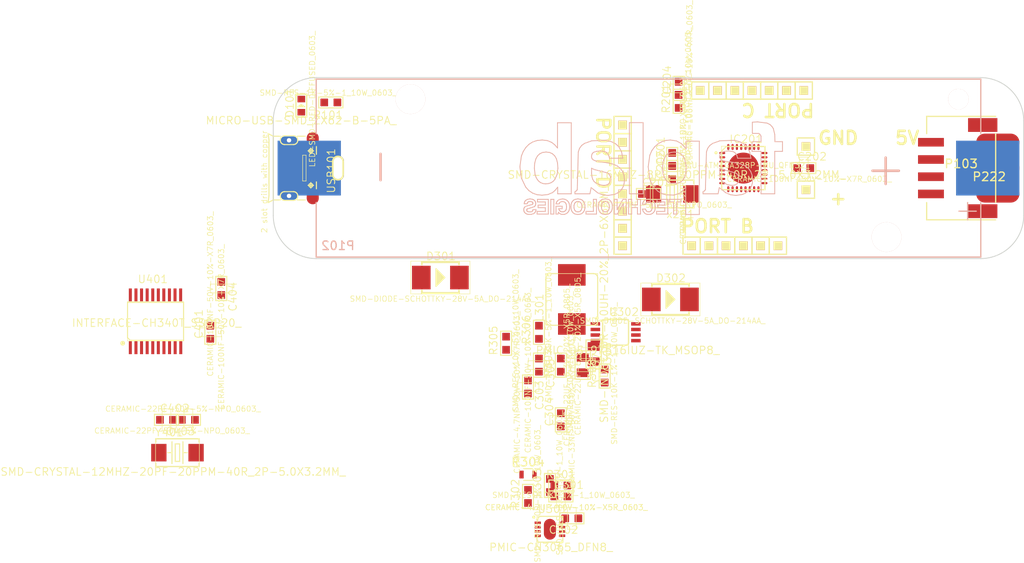
<source format=kicad_pcb>
(kicad_pcb (version 4) (host pcbnew 4.0.6+dfsg1-1)

  (general
    (links 114)
    (no_connects 113)
    (area 106.449999 89.449999 193.550001 110.550001)
    (thickness 1.6)
    (drawings 631)
    (tracks 0)
    (zones 0)
    (modules 64)
    (nets 57)
  )

  (page A4)
  (layers
    (0 F.Cu signal)
    (31 B.Cu signal)
    (32 B.Adhes user hide)
    (33 F.Adhes user hide)
    (34 B.Paste user hide)
    (35 F.Paste user)
    (36 B.SilkS user hide)
    (37 F.SilkS user)
    (38 B.Mask user)
    (39 F.Mask user hide)
    (40 Dwgs.User user)
    (41 Cmts.User user hide)
    (42 Eco1.User user hide)
    (43 Eco2.User user)
    (44 Edge.Cuts user)
    (45 Margin user hide)
    (46 B.CrtYd user hide)
    (47 F.CrtYd user hide)
    (48 B.Fab user hide)
    (49 F.Fab user hide)
  )

  (setup
    (last_trace_width 0.25)
    (user_trace_width 0.2)
    (user_trace_width 0.3)
    (user_trace_width 0.5)
    (user_trace_width 0.7)
    (user_trace_width 1)
    (trace_clearance 0.1524)
    (zone_clearance 0.1524)
    (zone_45_only yes)
    (trace_min 0.2)
    (segment_width 0.2)
    (edge_width 0.1)
    (via_size 0.6)
    (via_drill 0.4)
    (via_min_size 0.4)
    (via_min_drill 0.3)
    (uvia_size 0.3)
    (uvia_drill 0.1)
    (uvias_allowed no)
    (uvia_min_size 0.2)
    (uvia_min_drill 0.1)
    (pcb_text_width 0.3)
    (pcb_text_size 1.5 1.5)
    (mod_edge_width 0.15)
    (mod_text_size 1 1)
    (mod_text_width 0.15)
    (pad_size 2.21 3.1)
    (pad_drill 0)
    (pad_to_mask_clearance 0)
    (aux_axis_origin 0 0)
    (grid_origin 150 100)
    (visible_elements FFFEFF7F)
    (pcbplotparams
      (layerselection 0x010f8_80000001)
      (usegerberextensions true)
      (excludeedgelayer true)
      (linewidth 0.100000)
      (plotframeref false)
      (viasonmask false)
      (mode 1)
      (useauxorigin true)
      (hpglpennumber 1)
      (hpglpenspeed 20)
      (hpglpendiameter 15)
      (hpglpenoverlay 2)
      (psnegative false)
      (psa4output false)
      (plotreference false)
      (plotvalue false)
      (plotinvisibletext false)
      (padsonsilk false)
      (subtractmaskfromsilk false)
      (outputformat 1)
      (mirror false)
      (drillshape 0)
      (scaleselection 1)
      (outputdirectory output/gerber/))
  )

  (net 0 "")
  (net 1 GND)
  (net 2 /avr/XTAL1)
  (net 3 /avr/~RESET)
  (net 4 /avr/XTAL2)
  (net 5 /avr/LED_SRIP)
  (net 6 "Net-(IC201-Pad11)")
  (net 7 "Net-(IC201-Pad13)")
  (net 8 "Net-(IC201-Pad19)")
  (net 9 "Net-(IC201-Pad23)")
  (net 10 "Net-(IC201-Pad24)")
  (net 11 "Net-(IC201-Pad25)")
  (net 12 "Net-(IC201-Pad26)")
  (net 13 "Net-(IC201-Pad27)")
  (net 14 "Net-(IC201-Pad28)")
  (net 15 "Net-(R301-Pad1)")
  (net 16 "Net-(IC201-Pad2)")
  (net 17 "Net-(IC201-Pad9)")
  (net 18 "Net-(IC201-Pad10)")
  (net 19 "Net-(IC201-Pad14)")
  (net 20 "Net-(IC201-Pad22)")
  (net 21 "Net-(IC201-Pad12)")
  (net 22 /avr/BTN)
  (net 23 /V_USB)
  (net 24 /3V3)
  (net 25 /~DTR)
  (net 26 /V_BAT)
  (net 27 /5V)
  (net 28 /TX)
  (net 29 /RX)
  (net 30 /D+)
  (net 31 /D-)
  (net 32 /~stby)
  (net 33 /~chrg)
  (net 34 "Net-(C304-Pad2)")
  (net 35 "Net-(D302-Pad+)")
  (net 36 "Net-(R303-Pad2)")
  (net 37 "Net-(R304-Pad1)")
  (net 38 "Net-(C303-Pad~)")
  (net 39 "Net-(R306-Pad2)")
  (net 40 "Net-(R307-Pad1)")
  (net 41 "Net-(C402-Pad2)")
  (net 42 "Net-(C403-Pad2)")
  (net 43 "Net-(D101-Pad-)")
  (net 44 /avr/MOSI)
  (net 45 /avr/MISO)
  (net 46 /avr/SCK)
  (net 47 "Net-(U401-Pad1)")
  (net 48 "Net-(U401-Pad2)")
  (net 49 "Net-(U401-Pad11)")
  (net 50 "Net-(U401-Pad12)")
  (net 51 "Net-(U401-Pad13)")
  (net 52 "Net-(U401-Pad14)")
  (net 53 "Net-(U401-Pad16)")
  (net 54 "Net-(U401-Pad17)")
  (net 55 "Net-(U401-Pad20)")
  (net 56 "Net-(USB101-Pad4)")

  (net_class Default "This is the default net class."
    (clearance 0.1524)
    (trace_width 0.25)
    (via_dia 0.6)
    (via_drill 0.4)
    (uvia_dia 0.3)
    (uvia_drill 0.1)
    (add_net /3V3)
    (add_net /5V)
    (add_net /D+)
    (add_net /D-)
    (add_net /RX)
    (add_net /TX)
    (add_net /V_BAT)
    (add_net /V_USB)
    (add_net /avr/BTN)
    (add_net /avr/LED_SRIP)
    (add_net /avr/MISO)
    (add_net /avr/MOSI)
    (add_net /avr/SCK)
    (add_net /avr/XTAL1)
    (add_net /avr/XTAL2)
    (add_net /avr/~RESET)
    (add_net /~DTR)
    (add_net /~chrg)
    (add_net /~stby)
    (add_net GND)
    (add_net "Net-(C303-Pad~)")
    (add_net "Net-(C304-Pad2)")
    (add_net "Net-(C402-Pad2)")
    (add_net "Net-(C403-Pad2)")
    (add_net "Net-(D101-Pad-)")
    (add_net "Net-(D302-Pad+)")
    (add_net "Net-(IC201-Pad10)")
    (add_net "Net-(IC201-Pad11)")
    (add_net "Net-(IC201-Pad12)")
    (add_net "Net-(IC201-Pad13)")
    (add_net "Net-(IC201-Pad14)")
    (add_net "Net-(IC201-Pad19)")
    (add_net "Net-(IC201-Pad2)")
    (add_net "Net-(IC201-Pad22)")
    (add_net "Net-(IC201-Pad23)")
    (add_net "Net-(IC201-Pad24)")
    (add_net "Net-(IC201-Pad25)")
    (add_net "Net-(IC201-Pad26)")
    (add_net "Net-(IC201-Pad27)")
    (add_net "Net-(IC201-Pad28)")
    (add_net "Net-(IC201-Pad9)")
    (add_net "Net-(R301-Pad1)")
    (add_net "Net-(R303-Pad2)")
    (add_net "Net-(R304-Pad1)")
    (add_net "Net-(R306-Pad2)")
    (add_net "Net-(R307-Pad1)")
    (add_net "Net-(U401-Pad1)")
    (add_net "Net-(U401-Pad11)")
    (add_net "Net-(U401-Pad12)")
    (add_net "Net-(U401-Pad13)")
    (add_net "Net-(U401-Pad14)")
    (add_net "Net-(U401-Pad16)")
    (add_net "Net-(U401-Pad17)")
    (add_net "Net-(U401-Pad2)")
    (add_net "Net-(U401-Pad20)")
    (add_net "Net-(USB101-Pad4)")
  )

  (module netl:18560 locked (layer B.Cu) (tedit 591DA4F9) (tstamp 590DCD10)
    (at 150 100)
    (path /58BA30E4)
    (fp_text reference P102 (at -36 9) (layer B.SilkS)
      (effects (font (size 1 1) (thickness 0.15)) (justify mirror))
    )
    (fp_text value CONN_01X02 (at 0 0) (layer B.Fab)
      (effects (font (size 1 1) (thickness 0.15)) (justify mirror))
    )
    (fp_line (start -38.525 10.325) (end -38.525 4) (layer B.SilkS) (width 0.15))
    (fp_line (start 38.525 -10.325) (end 38.525 -4) (layer B.SilkS) (width 0.15))
    (fp_line (start 37 4) (end 37 6) (layer B.SilkS) (width 0.15))
    (fp_line (start 38 5) (end 36 5) (layer B.SilkS) (width 0.15))
    (fp_line (start -38.525 -10.325) (end -38.525 -4) (layer B.SilkS) (width 0.15))
    (fp_line (start -38.525 -10.325) (end 38.525 -10.325) (layer B.SilkS) (width 0.15))
    (fp_line (start 38.525 10.325) (end 38.525 4) (layer B.SilkS) (width 0.15))
    (fp_line (start -38.525 10.325) (end 38.525 10.325) (layer B.SilkS) (width 0.15))
    (pad "" np_thru_hole circle (at 35.93 -8) (size 2.39 2.39) (drill 2.39) (layers *.Cu *.Mask B.SilkS))
    (pad "" np_thru_hole circle (at 27.6 8) (size 3.45 3.45) (drill 3.45) (layers *.Cu *.Mask B.SilkS))
    (pad 2 smd rect (at 39.33 0) (size 7.34 6.36) (layers B.Cu B.Paste B.Mask)
      (net 26 /V_BAT))
    (pad 1 smd rect (at -39.33 0) (size 7.34 6.36) (layers B.Cu B.Paste B.Mask)
      (net 1 GND))
    (pad "" np_thru_hole circle (at -27.6 -8) (size 3.45 3.45) (drill 3.45) (layers *.Cu *.Mask B.SilkS))
  )

  (module netl:JST-2mm_4Pin (layer F.Cu) (tedit 591DADC5) (tstamp 590DCD1A)
    (at 186.25 100 270)
    (path /58BAC680)
    (fp_text reference P103 (at -0.5 0 360) (layer F.SilkS)
      (effects (font (size 1 1) (thickness 0.15)))
    )
    (fp_text value CONN_01X04 (at 0 -3 270) (layer F.Fab)
      (effects (font (size 1 1) (thickness 0.15)))
    )
    (fp_line (start 4 -4) (end -4 -4) (layer F.SilkS) (width 0.15))
    (fp_line (start 6 -4) (end 6 4) (layer F.SilkS) (width 0.15))
    (fp_line (start -6 4) (end -6 -4) (layer F.SilkS) (width 0.15))
    (fp_line (start -6 4) (end -4 4) (layer F.SilkS) (width 0.15))
    (fp_line (start 6 4) (end 4 4) (layer F.SilkS) (width 0.15))
    (pad "" smd rect (at -5 -2.5 270) (size 1.6 3.4) (layers F.Cu F.Paste F.Mask))
    (pad "" smd rect (at 5 -2.5 270) (size 1.6 3.4) (layers F.Cu F.Paste F.Mask))
    (pad 4 smd rect (at -3 3.5 270) (size 1 3) (layers F.Cu F.Paste F.Mask)
      (net 27 /5V))
    (pad 3 smd rect (at -1 3.5 270) (size 1 3) (layers F.Cu F.Paste F.Mask)
      (net 29 /RX))
    (pad 1 smd rect (at 3 3.5 270) (size 1 3) (layers F.Cu F.Paste F.Mask)
      (net 1 GND))
    (pad 2 smd rect (at 1 3.5 270) (size 1 3) (layers F.Cu F.Paste F.Mask)
      (net 28 /TX))
  )

  (module netl:SM_3_WIRE (layer F.Cu) (tedit 5919F288) (tstamp 590DCD8A)
    (at 190.5 100)
    (path /58B9D13D/58BAB28B)
    (fp_text reference P222 (at -1 1) (layer F.SilkS)
      (effects (font (size 1 1) (thickness 0.15)))
    )
    (fp_text value CONN_01X03 (at 0 -5) (layer F.Fab)
      (effects (font (size 1 1) (thickness 0.15)))
    )
    (pad 3 smd oval (at 0 3) (size 5 2) (layers F.Cu F.Paste F.Mask)
      (net 1 GND))
    (pad 1 smd oval (at 0 -3) (size 5 2) (layers F.Cu F.Paste F.Mask)
      (net 27 /5V))
    (pad 2 smd oval (at 0 0) (size 5 2) (layers F.Cu F.Paste F.Mask)
      (net 5 /avr/LED_SRIP))
  )

  (module netl:via locked (layer F.Cu) (tedit 591DA485) (tstamp 591DA390)
    (at 114 100)
    (fp_text reference REF** (at 0 2) (layer F.SilkS) hide
      (effects (font (size 1 1) (thickness 0.15)))
    )
    (fp_text value via (at 0 -2) (layer F.Fab) hide
      (effects (font (size 1 1) (thickness 0.15)))
    )
    (pad 1 thru_hole oval (at 0 0) (size 1.4 2.9) (drill oval 1 2.5) (layers *.Cu *.Mask F.SilkS)
      (net 1 GND))
  )

  (module SeeedOPL-Capacitor-2016:C0603 (layer F.Cu) (tedit 200000) (tstamp 5A3AA514)
    (at 152.75 99 180)
    (descr 0603)
    (tags 0603)
    (path /58B9D13D/5A3ACFE0)
    (attr smd)
    (fp_text reference C201 (at 1.3335 0.9525 450) (layer F.SilkS)
      (effects (font (size 0.889 0.889) (thickness 0.1016)))
    )
    (fp_text value CERAMIC-100NF-50V-10%-X7R_0603_ (at -1.27 0.635 450) (layer F.SilkS)
      (effects (font (size 0.635 0.635) (thickness 0.0762)))
    )
    (fp_line (start -1.27 0.508) (end 1.27 0.508) (layer F.SilkS) (width 0.06604))
    (fp_line (start 1.27 0.508) (end 1.27 -0.508) (layer F.SilkS) (width 0.06604))
    (fp_line (start -1.27 -0.508) (end 1.27 -0.508) (layer F.SilkS) (width 0.06604))
    (fp_line (start -1.27 0.508) (end -1.27 -0.508) (layer F.SilkS) (width 0.06604))
    (fp_line (start 0.635 -1.397) (end 0.635 1.397) (layer F.SilkS) (width 0.127))
    (fp_line (start 0.635 1.397) (end -0.635 1.397) (layer F.SilkS) (width 0.127))
    (fp_line (start -0.635 1.397) (end -0.635 -1.397) (layer F.SilkS) (width 0.127))
    (fp_line (start -0.635 -1.397) (end 0.635 -1.397) (layer F.SilkS) (width 0.127))
    (pad 1 smd rect (at 0 -0.762 90) (size 0.889 0.889) (layers F.Cu F.Paste F.Mask)
      (net 27 /5V))
    (pad 2 smd rect (at 0 0.762 90) (size 0.889 0.889) (layers F.Cu F.Paste F.Mask)
      (net 1 GND))
  )

  (module SeeedOPL-Capacitor-2016:C0603 (layer F.Cu) (tedit 200000) (tstamp 5A3AA519)
    (at 168 100 90)
    (descr 0603)
    (tags 0603)
    (path /58B9D13D/5A3AB3F0)
    (attr smd)
    (fp_text reference C202 (at 1.3335 0.9525 360) (layer F.SilkS)
      (effects (font (size 0.889 0.889) (thickness 0.1016)))
    )
    (fp_text value CERAMIC-100NF-50V-10%-X7R_0603_ (at -1.27 0.635 360) (layer F.SilkS)
      (effects (font (size 0.635 0.635) (thickness 0.0762)))
    )
    (fp_line (start -1.27 0.508) (end 1.27 0.508) (layer F.SilkS) (width 0.06604))
    (fp_line (start 1.27 0.508) (end 1.27 -0.508) (layer F.SilkS) (width 0.06604))
    (fp_line (start -1.27 -0.508) (end 1.27 -0.508) (layer F.SilkS) (width 0.06604))
    (fp_line (start -1.27 0.508) (end -1.27 -0.508) (layer F.SilkS) (width 0.06604))
    (fp_line (start 0.635 -1.397) (end 0.635 1.397) (layer F.SilkS) (width 0.127))
    (fp_line (start 0.635 1.397) (end -0.635 1.397) (layer F.SilkS) (width 0.127))
    (fp_line (start -0.635 1.397) (end -0.635 -1.397) (layer F.SilkS) (width 0.127))
    (fp_line (start -0.635 -1.397) (end 0.635 -1.397) (layer F.SilkS) (width 0.127))
    (pad 1 smd rect (at 0 -0.762) (size 0.889 0.889) (layers F.Cu F.Paste F.Mask)
      (net 27 /5V))
    (pad 2 smd rect (at 0 0.762) (size 0.889 0.889) (layers F.Cu F.Paste F.Mask)
      (net 1 GND))
  )

  (module SeeedOPL-Capacitor-2016:C0603 (layer F.Cu) (tedit 200000) (tstamp 5A3AA51E)
    (at 150 103 90)
    (descr 0603)
    (tags 0603)
    (path /58B9D13D/5A3AB020)
    (attr smd)
    (fp_text reference C203 (at 1.3335 0.9525 360) (layer F.SilkS)
      (effects (font (size 0.889 0.889) (thickness 0.1016)))
    )
    (fp_text value CERAMIC-22PF-50V-5%-NPO_0603_ (at -1.27 0.635 360) (layer F.SilkS)
      (effects (font (size 0.635 0.635) (thickness 0.0762)))
    )
    (fp_line (start -1.27 0.508) (end 1.27 0.508) (layer F.SilkS) (width 0.06604))
    (fp_line (start 1.27 0.508) (end 1.27 -0.508) (layer F.SilkS) (width 0.06604))
    (fp_line (start -1.27 -0.508) (end 1.27 -0.508) (layer F.SilkS) (width 0.06604))
    (fp_line (start -1.27 0.508) (end -1.27 -0.508) (layer F.SilkS) (width 0.06604))
    (fp_line (start 0.635 -1.397) (end 0.635 1.397) (layer F.SilkS) (width 0.127))
    (fp_line (start 0.635 1.397) (end -0.635 1.397) (layer F.SilkS) (width 0.127))
    (fp_line (start -0.635 1.397) (end -0.635 -1.397) (layer F.SilkS) (width 0.127))
    (fp_line (start -0.635 -1.397) (end 0.635 -1.397) (layer F.SilkS) (width 0.127))
    (pad 1 smd rect (at 0 -0.762) (size 0.889 0.889) (layers F.Cu F.Paste F.Mask)
      (net 1 GND))
    (pad 2 smd rect (at 0 0.762) (size 0.889 0.889) (layers F.Cu F.Paste F.Mask)
      (net 2 /avr/XTAL1))
  )

  (module SeeedOPL-Capacitor-2016:C0603 (layer F.Cu) (tedit 200000) (tstamp 5A3AA523)
    (at 153.5 90.75 180)
    (descr 0603)
    (tags 0603)
    (path /58B9D13D/5A3AF6F8)
    (attr smd)
    (fp_text reference C204 (at 1.3335 0.9525 450) (layer F.SilkS)
      (effects (font (size 0.889 0.889) (thickness 0.1016)))
    )
    (fp_text value CERAMIC-100NF-50V-10%-X7R_0603_ (at -1.27 0.635 450) (layer F.SilkS)
      (effects (font (size 0.635 0.635) (thickness 0.0762)))
    )
    (fp_line (start -1.27 0.508) (end 1.27 0.508) (layer F.SilkS) (width 0.06604))
    (fp_line (start 1.27 0.508) (end 1.27 -0.508) (layer F.SilkS) (width 0.06604))
    (fp_line (start -1.27 -0.508) (end 1.27 -0.508) (layer F.SilkS) (width 0.06604))
    (fp_line (start -1.27 0.508) (end -1.27 -0.508) (layer F.SilkS) (width 0.06604))
    (fp_line (start 0.635 -1.397) (end 0.635 1.397) (layer F.SilkS) (width 0.127))
    (fp_line (start 0.635 1.397) (end -0.635 1.397) (layer F.SilkS) (width 0.127))
    (fp_line (start -0.635 1.397) (end -0.635 -1.397) (layer F.SilkS) (width 0.127))
    (fp_line (start -0.635 -1.397) (end 0.635 -1.397) (layer F.SilkS) (width 0.127))
    (pad 1 smd rect (at 0 -0.762 90) (size 0.889 0.889) (layers F.Cu F.Paste F.Mask)
      (net 25 /~DTR))
    (pad 2 smd rect (at 0 0.762 90) (size 0.889 0.889) (layers F.Cu F.Paste F.Mask)
      (net 3 /avr/~RESET))
  )

  (module SeeedOPL-Capacitor-2016:C0603 (layer F.Cu) (tedit 200000) (tstamp 5A3AA528)
    (at 152.75 100.5 180)
    (descr 0603)
    (tags 0603)
    (path /58B9D13D/5A3AAF02)
    (attr smd)
    (fp_text reference C205 (at 1.3335 0.9525 450) (layer F.SilkS)
      (effects (font (size 0.889 0.889) (thickness 0.1016)))
    )
    (fp_text value CERAMIC-22PF-50V-5%-NPO_0603_ (at -1.27 0.635 450) (layer F.SilkS)
      (effects (font (size 0.635 0.635) (thickness 0.0762)))
    )
    (fp_line (start -1.27 0.508) (end 1.27 0.508) (layer F.SilkS) (width 0.06604))
    (fp_line (start 1.27 0.508) (end 1.27 -0.508) (layer F.SilkS) (width 0.06604))
    (fp_line (start -1.27 -0.508) (end 1.27 -0.508) (layer F.SilkS) (width 0.06604))
    (fp_line (start -1.27 0.508) (end -1.27 -0.508) (layer F.SilkS) (width 0.06604))
    (fp_line (start 0.635 -1.397) (end 0.635 1.397) (layer F.SilkS) (width 0.127))
    (fp_line (start 0.635 1.397) (end -0.635 1.397) (layer F.SilkS) (width 0.127))
    (fp_line (start -0.635 1.397) (end -0.635 -1.397) (layer F.SilkS) (width 0.127))
    (fp_line (start -0.635 -1.397) (end 0.635 -1.397) (layer F.SilkS) (width 0.127))
    (pad 1 smd rect (at 0 -0.762 90) (size 0.889 0.889) (layers F.Cu F.Paste F.Mask)
      (net 1 GND))
    (pad 2 smd rect (at 0 0.762 90) (size 0.889 0.889) (layers F.Cu F.Paste F.Mask)
      (net 4 /avr/XTAL2))
  )

  (module SeeedOPL-IC-2016:QFN32G-0.5-5X5MM (layer F.Cu) (tedit 200000) (tstamp 5A3AA52D)
    (at 161 100)
    (path /58B9D13D/5A3AAC58)
    (attr smd)
    (fp_text reference IC201 (at 0.3175 -3.3655) (layer F.SilkS)
      (effects (font (size 0.889 0.889) (thickness 0.1016)))
    )
    (fp_text value MCU-ATMEGA328P-MU_QFN32_ (at 0.127 -0.3175) (layer F.SilkS)
      (effects (font (size 0.635 0.635) (thickness 0.0762)))
    )
    (fp_line (start -2.54 2.54) (end 2.54 2.54) (layer F.SilkS) (width 0.06604))
    (fp_line (start 2.54 2.54) (end 2.54 -2.54) (layer F.SilkS) (width 0.06604))
    (fp_line (start -2.54 -2.54) (end 2.54 -2.54) (layer F.SilkS) (width 0.06604))
    (fp_line (start -2.54 2.54) (end -2.54 -2.54) (layer F.SilkS) (width 0.06604))
    (fp_line (start -2.49936 2.49936) (end -2.49936 -1.99136) (layer F.SilkS) (width 0.127))
    (fp_line (start -2.49936 -1.99136) (end -1.99136 -2.49936) (layer F.SilkS) (width 0.127))
    (fp_line (start -1.99136 -2.49936) (end 2.49936 -2.49936) (layer F.SilkS) (width 0.127))
    (fp_line (start 2.49936 -2.49936) (end 2.49936 2.49936) (layer F.SilkS) (width 0.127))
    (fp_line (start 2.49936 2.49936) (end -2.49936 2.49936) (layer F.SilkS) (width 0.127))
    (fp_circle (center -3.175 -1.778) (end -3.302 -1.905) (layer F.SilkS) (width 0))
    (pad 1 smd oval (at -2.44856 -1.74752) (size 0.6985 0.24892) (layers F.Cu F.Paste F.Mask)
      (net 5 /avr/LED_SRIP))
    (pad 2 smd oval (at -2.44856 -1.24968) (size 0.6985 0.24892) (layers F.Cu F.Paste F.Mask)
      (net 16 "Net-(IC201-Pad2)"))
    (pad 3 smd oval (at -2.44856 -0.7493) (size 0.6985 0.24892) (layers F.Cu F.Paste F.Mask)
      (net 1 GND))
    (pad 4 smd oval (at -2.44856 -0.24892) (size 0.6985 0.24892) (layers F.Cu F.Paste F.Mask)
      (net 27 /5V))
    (pad 5 smd oval (at -2.44856 0.24892) (size 0.6985 0.24892) (layers F.Cu F.Paste F.Mask)
      (net 1 GND))
    (pad 6 smd oval (at -2.44856 0.7493) (size 0.6985 0.24892) (layers F.Cu F.Paste F.Mask)
      (net 27 /5V))
    (pad 7 smd oval (at -2.44856 1.24968) (size 0.6985 0.24892) (layers F.Cu F.Paste F.Mask)
      (net 2 /avr/XTAL1))
    (pad 8 smd oval (at -2.44856 1.74752) (size 0.6985 0.24892) (layers F.Cu F.Paste F.Mask)
      (net 4 /avr/XTAL2))
    (pad 9 smd oval (at -1.74752 2.44856 90) (size 0.6985 0.24892) (layers F.Cu F.Paste F.Mask)
      (net 17 "Net-(IC201-Pad9)"))
    (pad 10 smd oval (at -1.24968 2.44856 90) (size 0.6985 0.24892) (layers F.Cu F.Paste F.Mask)
      (net 18 "Net-(IC201-Pad10)"))
    (pad 11 smd oval (at -0.7493 2.44856 90) (size 0.6985 0.24892) (layers F.Cu F.Paste F.Mask)
      (net 6 "Net-(IC201-Pad11)"))
    (pad 12 smd oval (at -0.24892 2.44856 90) (size 0.6985 0.24892) (layers F.Cu F.Paste F.Mask)
      (net 21 "Net-(IC201-Pad12)"))
    (pad 13 smd oval (at 0.24892 2.44856 90) (size 0.6985 0.24892) (layers F.Cu F.Paste F.Mask)
      (net 7 "Net-(IC201-Pad13)"))
    (pad 14 smd oval (at 0.7493 2.44856 90) (size 0.6985 0.24892) (layers F.Cu F.Paste F.Mask)
      (net 19 "Net-(IC201-Pad14)"))
    (pad 15 smd oval (at 1.24968 2.44856 90) (size 0.6985 0.24892) (layers F.Cu F.Paste F.Mask)
      (net 44 /avr/MOSI))
    (pad 16 smd oval (at 1.74752 2.44856 90) (size 0.6985 0.24892) (layers F.Cu F.Paste F.Mask)
      (net 45 /avr/MISO))
    (pad 17 smd oval (at 2.44856 1.74752 180) (size 0.6985 0.24892) (layers F.Cu F.Paste F.Mask)
      (net 46 /avr/SCK))
    (pad 18 smd oval (at 2.44856 1.24968 180) (size 0.6985 0.24892) (layers F.Cu F.Paste F.Mask)
      (net 27 /5V))
    (pad 19 smd oval (at 2.44856 0.7493 180) (size 0.6985 0.24892) (layers F.Cu F.Paste F.Mask)
      (net 8 "Net-(IC201-Pad19)"))
    (pad 20 smd oval (at 2.44856 0.24892 180) (size 0.6985 0.24892) (layers F.Cu F.Paste F.Mask)
      (net 27 /5V))
    (pad 21 smd oval (at 2.44856 -0.24892 180) (size 0.6985 0.24892) (layers F.Cu F.Paste F.Mask)
      (net 1 GND))
    (pad 22 smd oval (at 2.44856 -0.7493 180) (size 0.6985 0.24892) (layers F.Cu F.Paste F.Mask)
      (net 20 "Net-(IC201-Pad22)"))
    (pad 23 smd oval (at 2.44856 -1.24968 180) (size 0.6985 0.24892) (layers F.Cu F.Paste F.Mask)
      (net 9 "Net-(IC201-Pad23)"))
    (pad 24 smd oval (at 2.44856 -1.74752 180) (size 0.6985 0.24892) (layers F.Cu F.Paste F.Mask)
      (net 10 "Net-(IC201-Pad24)"))
    (pad 25 smd oval (at 1.74752 -2.44856 270) (size 0.6985 0.24892) (layers F.Cu F.Paste F.Mask)
      (net 11 "Net-(IC201-Pad25)"))
    (pad 26 smd oval (at 1.24968 -2.44856 270) (size 0.6985 0.24892) (layers F.Cu F.Paste F.Mask)
      (net 12 "Net-(IC201-Pad26)"))
    (pad 27 smd oval (at 0.7493 -2.44856 270) (size 0.6985 0.24892) (layers F.Cu F.Paste F.Mask)
      (net 13 "Net-(IC201-Pad27)"))
    (pad 28 smd oval (at 0.24892 -2.44856 270) (size 0.6985 0.24892) (layers F.Cu F.Paste F.Mask)
      (net 14 "Net-(IC201-Pad28)"))
    (pad 29 smd oval (at -0.24892 -2.44856 270) (size 0.6985 0.24892) (layers F.Cu F.Paste F.Mask)
      (net 3 /avr/~RESET))
    (pad 30 smd oval (at -0.7493 -2.44856 270) (size 0.6985 0.24892) (layers F.Cu F.Paste F.Mask)
      (net 28 /TX))
    (pad 31 smd oval (at -1.24968 -2.44856 270) (size 0.6985 0.24892) (layers F.Cu F.Paste F.Mask)
      (net 29 /RX))
    (pad 32 smd oval (at -1.74752 -2.44856 270) (size 0.6985 0.24892) (layers F.Cu F.Paste F.Mask)
      (net 22 /avr/BTN))
    (pad 33 smd oval (at 0 0) (size 3.59918 3.59918) (layers F.Cu F.Paste F.Mask)
      (net 1 GND))
  )

  (module netl:1Pin_small (layer F.Cu) (tedit 55F7E905) (tstamp 5A3AA551)
    (at 155 109)
    (descr "module 1 pin (ou trou mecanique de percage)")
    (tags DEV)
    (path /58B9D13D/58BA9F9A)
    (fp_text reference P201 (at 0 -3.50012) (layer F.SilkS) hide
      (effects (font (size 1 1) (thickness 0.15)))
    )
    (fp_text value CONNECTOR (at 0.24892 3.74904) (layer F.Fab) hide
      (effects (font (size 1 1) (thickness 0.15)))
    )
    (fp_line (start -1 -1) (end 1 -1) (layer F.SilkS) (width 0.15))
    (fp_line (start 1 -1) (end 1 1) (layer F.SilkS) (width 0.15))
    (fp_line (start 1 1) (end -1 1) (layer F.SilkS) (width 0.15))
    (fp_line (start -1 1) (end -1 -1) (layer F.SilkS) (width 0.15))
    (pad 1 smd rect (at 0 0) (size 1 1) (layers F.Cu F.Paste F.SilkS F.Mask)
      (net 21 "Net-(IC201-Pad12)"))
  )

  (module netl:1Pin_small (layer F.Cu) (tedit 55F7E905) (tstamp 5A3AA555)
    (at 157 109)
    (descr "module 1 pin (ou trou mecanique de percage)")
    (tags DEV)
    (path /58B9D13D/58BA9FA0)
    (fp_text reference P202 (at 0 -3.50012) (layer F.SilkS) hide
      (effects (font (size 1 1) (thickness 0.15)))
    )
    (fp_text value CONNECTOR (at 0.24892 3.74904) (layer F.Fab) hide
      (effects (font (size 1 1) (thickness 0.15)))
    )
    (fp_line (start -1 -1) (end 1 -1) (layer F.SilkS) (width 0.15))
    (fp_line (start 1 -1) (end 1 1) (layer F.SilkS) (width 0.15))
    (fp_line (start 1 1) (end -1 1) (layer F.SilkS) (width 0.15))
    (fp_line (start -1 1) (end -1 -1) (layer F.SilkS) (width 0.15))
    (pad 1 smd rect (at 0 0) (size 1 1) (layers F.Cu F.Paste F.SilkS F.Mask)
      (net 7 "Net-(IC201-Pad13)"))
  )

  (module netl:1Pin_small (layer F.Cu) (tedit 55F7E905) (tstamp 5A3AA559)
    (at 159 109)
    (descr "module 1 pin (ou trou mecanique de percage)")
    (tags DEV)
    (path /58B9D13D/58BA9FA6)
    (fp_text reference P203 (at 0 -3.50012) (layer F.SilkS) hide
      (effects (font (size 1 1) (thickness 0.15)))
    )
    (fp_text value CONNECTOR (at 0.24892 3.74904) (layer F.Fab) hide
      (effects (font (size 1 1) (thickness 0.15)))
    )
    (fp_line (start -1 -1) (end 1 -1) (layer F.SilkS) (width 0.15))
    (fp_line (start 1 -1) (end 1 1) (layer F.SilkS) (width 0.15))
    (fp_line (start 1 1) (end -1 1) (layer F.SilkS) (width 0.15))
    (fp_line (start -1 1) (end -1 -1) (layer F.SilkS) (width 0.15))
    (pad 1 smd rect (at 0 0) (size 1 1) (layers F.Cu F.Paste F.SilkS F.Mask)
      (net 19 "Net-(IC201-Pad14)"))
  )

  (module netl:1Pin_small (layer F.Cu) (tedit 55F7E905) (tstamp 5A3AA55D)
    (at 161 109)
    (descr "module 1 pin (ou trou mecanique de percage)")
    (tags DEV)
    (path /58B9D13D/58BA9FAC)
    (fp_text reference P204 (at 0 -3.50012) (layer F.SilkS) hide
      (effects (font (size 1 1) (thickness 0.15)))
    )
    (fp_text value CONNECTOR (at 0.24892 3.74904) (layer F.Fab) hide
      (effects (font (size 1 1) (thickness 0.15)))
    )
    (fp_line (start -1 -1) (end 1 -1) (layer F.SilkS) (width 0.15))
    (fp_line (start 1 -1) (end 1 1) (layer F.SilkS) (width 0.15))
    (fp_line (start 1 1) (end -1 1) (layer F.SilkS) (width 0.15))
    (fp_line (start -1 1) (end -1 -1) (layer F.SilkS) (width 0.15))
    (pad 1 smd rect (at 0 0) (size 1 1) (layers F.Cu F.Paste F.SilkS F.Mask)
      (net 44 /avr/MOSI))
  )

  (module netl:1Pin_small (layer F.Cu) (tedit 55F7E905) (tstamp 5A3AA561)
    (at 163 109)
    (descr "module 1 pin (ou trou mecanique de percage)")
    (tags DEV)
    (path /58B9D13D/58BA9FB2)
    (fp_text reference P205 (at 0 -3.50012) (layer F.SilkS) hide
      (effects (font (size 1 1) (thickness 0.15)))
    )
    (fp_text value CONNECTOR (at 0.24892 3.74904) (layer F.Fab) hide
      (effects (font (size 1 1) (thickness 0.15)))
    )
    (fp_line (start -1 -1) (end 1 -1) (layer F.SilkS) (width 0.15))
    (fp_line (start 1 -1) (end 1 1) (layer F.SilkS) (width 0.15))
    (fp_line (start 1 1) (end -1 1) (layer F.SilkS) (width 0.15))
    (fp_line (start -1 1) (end -1 -1) (layer F.SilkS) (width 0.15))
    (pad 1 smd rect (at 0 0) (size 1 1) (layers F.Cu F.Paste F.SilkS F.Mask)
      (net 45 /avr/MISO))
  )

  (module netl:1Pin_small (layer F.Cu) (tedit 55F7E905) (tstamp 5A3AA565)
    (at 165 109)
    (descr "module 1 pin (ou trou mecanique de percage)")
    (tags DEV)
    (path /58B9D13D/58BA9FB8)
    (fp_text reference P206 (at 0 -3.50012) (layer F.SilkS) hide
      (effects (font (size 1 1) (thickness 0.15)))
    )
    (fp_text value CONNECTOR (at 0.24892 3.74904) (layer F.Fab) hide
      (effects (font (size 1 1) (thickness 0.15)))
    )
    (fp_line (start -1 -1) (end 1 -1) (layer F.SilkS) (width 0.15))
    (fp_line (start 1 -1) (end 1 1) (layer F.SilkS) (width 0.15))
    (fp_line (start 1 1) (end -1 1) (layer F.SilkS) (width 0.15))
    (fp_line (start -1 1) (end -1 -1) (layer F.SilkS) (width 0.15))
    (pad 1 smd rect (at 0 0) (size 1 1) (layers F.Cu F.Paste F.SilkS F.Mask)
      (net 46 /avr/SCK))
  )

  (module netl:1Pin_small (layer F.Cu) (tedit 55F7E905) (tstamp 5A3AA569)
    (at 168 91 90)
    (descr "module 1 pin (ou trou mecanique de percage)")
    (tags DEV)
    (path /58B9D13D/58BA94D6)
    (fp_text reference P207 (at 0 -3.50012 90) (layer F.SilkS) hide
      (effects (font (size 1 1) (thickness 0.15)))
    )
    (fp_text value CONNECTOR (at 0.24892 3.74904 90) (layer F.Fab) hide
      (effects (font (size 1 1) (thickness 0.15)))
    )
    (fp_line (start -1 -1) (end 1 -1) (layer F.SilkS) (width 0.15))
    (fp_line (start 1 -1) (end 1 1) (layer F.SilkS) (width 0.15))
    (fp_line (start 1 1) (end -1 1) (layer F.SilkS) (width 0.15))
    (fp_line (start -1 1) (end -1 -1) (layer F.SilkS) (width 0.15))
    (pad 1 smd rect (at 0 0 90) (size 1 1) (layers F.Cu F.Paste F.SilkS F.Mask)
      (net 9 "Net-(IC201-Pad23)"))
  )

  (module netl:1Pin_small (layer F.Cu) (tedit 55F7E905) (tstamp 5A3AA56D)
    (at 166 91 180)
    (descr "module 1 pin (ou trou mecanique de percage)")
    (tags DEV)
    (path /58B9D13D/58BA94DC)
    (fp_text reference P208 (at 0 -3.50012 180) (layer F.SilkS) hide
      (effects (font (size 1 1) (thickness 0.15)))
    )
    (fp_text value CONNECTOR (at 0.24892 3.74904 180) (layer F.Fab) hide
      (effects (font (size 1 1) (thickness 0.15)))
    )
    (fp_line (start -1 -1) (end 1 -1) (layer F.SilkS) (width 0.15))
    (fp_line (start 1 -1) (end 1 1) (layer F.SilkS) (width 0.15))
    (fp_line (start 1 1) (end -1 1) (layer F.SilkS) (width 0.15))
    (fp_line (start -1 1) (end -1 -1) (layer F.SilkS) (width 0.15))
    (pad 1 smd rect (at 0 0 180) (size 1 1) (layers F.Cu F.Paste F.SilkS F.Mask)
      (net 10 "Net-(IC201-Pad24)"))
  )

  (module netl:1Pin_small (layer F.Cu) (tedit 55F7E905) (tstamp 5A3AA571)
    (at 164 91 270)
    (descr "module 1 pin (ou trou mecanique de percage)")
    (tags DEV)
    (path /58B9D13D/58BA94E2)
    (fp_text reference P209 (at 0 -3.50012 270) (layer F.SilkS) hide
      (effects (font (size 1 1) (thickness 0.15)))
    )
    (fp_text value CONNECTOR (at 0.24892 3.74904 270) (layer F.Fab) hide
      (effects (font (size 1 1) (thickness 0.15)))
    )
    (fp_line (start -1 -1) (end 1 -1) (layer F.SilkS) (width 0.15))
    (fp_line (start 1 -1) (end 1 1) (layer F.SilkS) (width 0.15))
    (fp_line (start 1 1) (end -1 1) (layer F.SilkS) (width 0.15))
    (fp_line (start -1 1) (end -1 -1) (layer F.SilkS) (width 0.15))
    (pad 1 smd rect (at 0 0 270) (size 1 1) (layers F.Cu F.Paste F.SilkS F.Mask)
      (net 11 "Net-(IC201-Pad25)"))
  )

  (module netl:1Pin_small (layer F.Cu) (tedit 55F7E905) (tstamp 5A3AA575)
    (at 162 91 270)
    (descr "module 1 pin (ou trou mecanique de percage)")
    (tags DEV)
    (path /58B9D13D/58BA94E8)
    (fp_text reference P210 (at 0 -3.50012 270) (layer F.SilkS) hide
      (effects (font (size 1 1) (thickness 0.15)))
    )
    (fp_text value CONNECTOR (at 0.24892 3.74904 270) (layer F.Fab) hide
      (effects (font (size 1 1) (thickness 0.15)))
    )
    (fp_line (start -1 -1) (end 1 -1) (layer F.SilkS) (width 0.15))
    (fp_line (start 1 -1) (end 1 1) (layer F.SilkS) (width 0.15))
    (fp_line (start 1 1) (end -1 1) (layer F.SilkS) (width 0.15))
    (fp_line (start -1 1) (end -1 -1) (layer F.SilkS) (width 0.15))
    (pad 1 smd rect (at 0 0 270) (size 1 1) (layers F.Cu F.Paste F.SilkS F.Mask)
      (net 12 "Net-(IC201-Pad26)"))
  )

  (module netl:1Pin_small (layer F.Cu) (tedit 55F7E905) (tstamp 5A3AA579)
    (at 160 91 270)
    (descr "module 1 pin (ou trou mecanique de percage)")
    (tags DEV)
    (path /58B9D13D/58BA94EE)
    (fp_text reference P211 (at 0 -3.50012 270) (layer F.SilkS) hide
      (effects (font (size 1 1) (thickness 0.15)))
    )
    (fp_text value CONNECTOR (at 0.24892 3.74904 270) (layer F.Fab) hide
      (effects (font (size 1 1) (thickness 0.15)))
    )
    (fp_line (start -1 -1) (end 1 -1) (layer F.SilkS) (width 0.15))
    (fp_line (start 1 -1) (end 1 1) (layer F.SilkS) (width 0.15))
    (fp_line (start 1 1) (end -1 1) (layer F.SilkS) (width 0.15))
    (fp_line (start -1 1) (end -1 -1) (layer F.SilkS) (width 0.15))
    (pad 1 smd rect (at 0 0 270) (size 1 1) (layers F.Cu F.Paste F.SilkS F.Mask)
      (net 13 "Net-(IC201-Pad27)"))
  )

  (module netl:1Pin_small (layer F.Cu) (tedit 55F7E905) (tstamp 5A3AA57D)
    (at 158 91 270)
    (descr "module 1 pin (ou trou mecanique de percage)")
    (tags DEV)
    (path /58B9D13D/58BA94F4)
    (fp_text reference P212 (at 0 -3.50012 270) (layer F.SilkS) hide
      (effects (font (size 1 1) (thickness 0.15)))
    )
    (fp_text value CONNECTOR (at 0.24892 3.74904 270) (layer F.Fab) hide
      (effects (font (size 1 1) (thickness 0.15)))
    )
    (fp_line (start -1 -1) (end 1 -1) (layer F.SilkS) (width 0.15))
    (fp_line (start 1 -1) (end 1 1) (layer F.SilkS) (width 0.15))
    (fp_line (start 1 1) (end -1 1) (layer F.SilkS) (width 0.15))
    (fp_line (start -1 1) (end -1 -1) (layer F.SilkS) (width 0.15))
    (pad 1 smd rect (at 0 0 270) (size 1 1) (layers F.Cu F.Paste F.SilkS F.Mask)
      (net 14 "Net-(IC201-Pad28)"))
  )

  (module netl:1Pin_small (layer F.Cu) (tedit 55F7E905) (tstamp 5A3AA581)
    (at 156 91 270)
    (descr "module 1 pin (ou trou mecanique de percage)")
    (tags DEV)
    (path /58B9D13D/58BA94FA)
    (fp_text reference P213 (at 0 -3.50012 270) (layer F.SilkS) hide
      (effects (font (size 1 1) (thickness 0.15)))
    )
    (fp_text value CONNECTOR (at 0.24892 3.74904 270) (layer F.Fab) hide
      (effects (font (size 1 1) (thickness 0.15)))
    )
    (fp_line (start -1 -1) (end 1 -1) (layer F.SilkS) (width 0.15))
    (fp_line (start 1 -1) (end 1 1) (layer F.SilkS) (width 0.15))
    (fp_line (start 1 1) (end -1 1) (layer F.SilkS) (width 0.15))
    (fp_line (start -1 1) (end -1 -1) (layer F.SilkS) (width 0.15))
    (pad 1 smd rect (at 0 0 270) (size 1 1) (layers F.Cu F.Paste F.SilkS F.Mask)
      (net 3 /avr/~RESET))
  )

  (module netl:1Pin_small (layer F.Cu) (tedit 55F7E905) (tstamp 5A3AA585)
    (at 147 95 270)
    (descr "module 1 pin (ou trou mecanique de percage)")
    (tags DEV)
    (path /58B9D13D/58BA814A)
    (fp_text reference P214 (at 0 -3.50012 270) (layer F.SilkS) hide
      (effects (font (size 1 1) (thickness 0.15)))
    )
    (fp_text value CONNECTOR (at 0.24892 3.74904 270) (layer F.Fab) hide
      (effects (font (size 1 1) (thickness 0.15)))
    )
    (fp_line (start -1 -1) (end 1 -1) (layer F.SilkS) (width 0.15))
    (fp_line (start 1 -1) (end 1 1) (layer F.SilkS) (width 0.15))
    (fp_line (start 1 1) (end -1 1) (layer F.SilkS) (width 0.15))
    (fp_line (start -1 1) (end -1 -1) (layer F.SilkS) (width 0.15))
    (pad 1 smd rect (at 0 0 270) (size 1 1) (layers F.Cu F.Paste F.SilkS F.Mask)
      (net 28 /TX))
  )

  (module netl:1Pin_small (layer F.Cu) (tedit 55F7E905) (tstamp 5A3AA589)
    (at 147 97 270)
    (descr "module 1 pin (ou trou mecanique de percage)")
    (tags DEV)
    (path /58B9D13D/58BA8D9B)
    (fp_text reference P215 (at 0 -3.50012 270) (layer F.SilkS) hide
      (effects (font (size 1 1) (thickness 0.15)))
    )
    (fp_text value CONNECTOR (at 0.24892 3.74904 270) (layer F.Fab) hide
      (effects (font (size 1 1) (thickness 0.15)))
    )
    (fp_line (start -1 -1) (end 1 -1) (layer F.SilkS) (width 0.15))
    (fp_line (start 1 -1) (end 1 1) (layer F.SilkS) (width 0.15))
    (fp_line (start 1 1) (end -1 1) (layer F.SilkS) (width 0.15))
    (fp_line (start -1 1) (end -1 -1) (layer F.SilkS) (width 0.15))
    (pad 1 smd rect (at 0 0 270) (size 1 1) (layers F.Cu F.Paste F.SilkS F.Mask)
      (net 29 /RX))
  )

  (module netl:1Pin_small (layer F.Cu) (tedit 55F7E905) (tstamp 5A3AA58D)
    (at 147 99 270)
    (descr "module 1 pin (ou trou mecanique de percage)")
    (tags DEV)
    (path /58B9D13D/58BA8DC9)
    (fp_text reference P216 (at 0 -3.50012 270) (layer F.SilkS) hide
      (effects (font (size 1 1) (thickness 0.15)))
    )
    (fp_text value CONNECTOR (at 0.24892 3.74904 270) (layer F.Fab) hide
      (effects (font (size 1 1) (thickness 0.15)))
    )
    (fp_line (start -1 -1) (end 1 -1) (layer F.SilkS) (width 0.15))
    (fp_line (start 1 -1) (end 1 1) (layer F.SilkS) (width 0.15))
    (fp_line (start 1 1) (end -1 1) (layer F.SilkS) (width 0.15))
    (fp_line (start -1 1) (end -1 -1) (layer F.SilkS) (width 0.15))
    (pad 1 smd rect (at 0 0 270) (size 1 1) (layers F.Cu F.Paste F.SilkS F.Mask)
      (net 22 /avr/BTN))
  )

  (module netl:1Pin_small (layer F.Cu) (tedit 55F7E905) (tstamp 5A3AA591)
    (at 147 101 270)
    (descr "module 1 pin (ou trou mecanique de percage)")
    (tags DEV)
    (path /58B9D13D/58BA8DFA)
    (fp_text reference P217 (at 0 -3.50012 270) (layer F.SilkS) hide
      (effects (font (size 1 1) (thickness 0.15)))
    )
    (fp_text value CONNECTOR (at 0.24892 3.74904 270) (layer F.Fab) hide
      (effects (font (size 1 1) (thickness 0.15)))
    )
    (fp_line (start -1 -1) (end 1 -1) (layer F.SilkS) (width 0.15))
    (fp_line (start 1 -1) (end 1 1) (layer F.SilkS) (width 0.15))
    (fp_line (start 1 1) (end -1 1) (layer F.SilkS) (width 0.15))
    (fp_line (start -1 1) (end -1 -1) (layer F.SilkS) (width 0.15))
    (pad 1 smd rect (at 0 0 270) (size 1 1) (layers F.Cu F.Paste F.SilkS F.Mask)
      (net 5 /avr/LED_SRIP))
  )

  (module netl:1Pin_small (layer F.Cu) (tedit 55F7E905) (tstamp 5A3AA595)
    (at 147 103 270)
    (descr "module 1 pin (ou trou mecanique de percage)")
    (tags DEV)
    (path /58B9D13D/58BA8E32)
    (fp_text reference P218 (at 0 -3.50012 270) (layer F.SilkS) hide
      (effects (font (size 1 1) (thickness 0.15)))
    )
    (fp_text value CONNECTOR (at 0.24892 3.74904 270) (layer F.Fab) hide
      (effects (font (size 1 1) (thickness 0.15)))
    )
    (fp_line (start -1 -1) (end 1 -1) (layer F.SilkS) (width 0.15))
    (fp_line (start 1 -1) (end 1 1) (layer F.SilkS) (width 0.15))
    (fp_line (start 1 1) (end -1 1) (layer F.SilkS) (width 0.15))
    (fp_line (start -1 1) (end -1 -1) (layer F.SilkS) (width 0.15))
    (pad 1 smd rect (at 0 0 270) (size 1 1) (layers F.Cu F.Paste F.SilkS F.Mask)
      (net 16 "Net-(IC201-Pad2)"))
  )

  (module netl:1Pin_small (layer F.Cu) (tedit 55F7E905) (tstamp 5A3AA599)
    (at 147 105 270)
    (descr "module 1 pin (ou trou mecanique de percage)")
    (tags DEV)
    (path /58B9D13D/58BA8E6D)
    (fp_text reference P219 (at 0 -3.50012 270) (layer F.SilkS) hide
      (effects (font (size 1 1) (thickness 0.15)))
    )
    (fp_text value CONNECTOR (at 0.24892 3.74904 270) (layer F.Fab) hide
      (effects (font (size 1 1) (thickness 0.15)))
    )
    (fp_line (start -1 -1) (end 1 -1) (layer F.SilkS) (width 0.15))
    (fp_line (start 1 -1) (end 1 1) (layer F.SilkS) (width 0.15))
    (fp_line (start 1 1) (end -1 1) (layer F.SilkS) (width 0.15))
    (fp_line (start -1 1) (end -1 -1) (layer F.SilkS) (width 0.15))
    (pad 1 smd rect (at 0 0 270) (size 1 1) (layers F.Cu F.Paste F.SilkS F.Mask)
      (net 17 "Net-(IC201-Pad9)"))
  )

  (module netl:1Pin_small (layer F.Cu) (tedit 55F7E905) (tstamp 5A3AA59D)
    (at 147 107 270)
    (descr "module 1 pin (ou trou mecanique de percage)")
    (tags DEV)
    (path /58B9D13D/58BA8ED1)
    (fp_text reference P220 (at 0 -3.50012 270) (layer F.SilkS) hide
      (effects (font (size 1 1) (thickness 0.15)))
    )
    (fp_text value CONNECTOR (at 0.24892 3.74904 270) (layer F.Fab) hide
      (effects (font (size 1 1) (thickness 0.15)))
    )
    (fp_line (start -1 -1) (end 1 -1) (layer F.SilkS) (width 0.15))
    (fp_line (start 1 -1) (end 1 1) (layer F.SilkS) (width 0.15))
    (fp_line (start 1 1) (end -1 1) (layer F.SilkS) (width 0.15))
    (fp_line (start -1 1) (end -1 -1) (layer F.SilkS) (width 0.15))
    (pad 1 smd rect (at 0 0 270) (size 1 1) (layers F.Cu F.Paste F.SilkS F.Mask)
      (net 18 "Net-(IC201-Pad10)"))
  )

  (module netl:1Pin_small (layer F.Cu) (tedit 55F7E905) (tstamp 5A3AA5A1)
    (at 147 109 270)
    (descr "module 1 pin (ou trou mecanique de percage)")
    (tags DEV)
    (path /58B9D13D/58BA8F12)
    (fp_text reference P221 (at 0 -3.50012 270) (layer F.SilkS) hide
      (effects (font (size 1 1) (thickness 0.15)))
    )
    (fp_text value CONNECTOR (at 0.24892 3.74904 270) (layer F.Fab) hide
      (effects (font (size 1 1) (thickness 0.15)))
    )
    (fp_line (start -1 -1) (end 1 -1) (layer F.SilkS) (width 0.15))
    (fp_line (start 1 -1) (end 1 1) (layer F.SilkS) (width 0.15))
    (fp_line (start 1 1) (end -1 1) (layer F.SilkS) (width 0.15))
    (fp_line (start -1 1) (end -1 -1) (layer F.SilkS) (width 0.15))
    (pad 1 smd rect (at 0 0 270) (size 1 1) (layers F.Cu F.Paste F.SilkS F.Mask)
      (net 6 "Net-(IC201-Pad11)"))
  )

  (module netl:1Pin_small (layer F.Cu) (tedit 55F7E905) (tstamp 5A3AA5A5)
    (at 168.25 102.5)
    (descr "module 1 pin (ou trou mecanique de percage)")
    (tags DEV)
    (path /58B9D13D/590DE73E)
    (fp_text reference P223 (at 0 -3.50012) (layer F.SilkS) hide
      (effects (font (size 1 1) (thickness 0.15)))
    )
    (fp_text value CONNECTOR (at 0.24892 3.74904) (layer F.Fab) hide
      (effects (font (size 1 1) (thickness 0.15)))
    )
    (fp_line (start -1 -1) (end 1 -1) (layer F.SilkS) (width 0.15))
    (fp_line (start 1 -1) (end 1 1) (layer F.SilkS) (width 0.15))
    (fp_line (start 1 1) (end -1 1) (layer F.SilkS) (width 0.15))
    (fp_line (start -1 1) (end -1 -1) (layer F.SilkS) (width 0.15))
    (pad 1 smd rect (at 0 0) (size 1 1) (layers F.Cu F.Paste F.SilkS F.Mask)
      (net 8 "Net-(IC201-Pad19)"))
  )

  (module netl:1Pin_small (layer F.Cu) (tedit 55F7E905) (tstamp 5A3AA5A9)
    (at 168.25 97.5)
    (descr "module 1 pin (ou trou mecanique de percage)")
    (tags DEV)
    (path /58B9D13D/590DEA2E)
    (fp_text reference P224 (at 0 -3.50012) (layer F.SilkS) hide
      (effects (font (size 1 1) (thickness 0.15)))
    )
    (fp_text value CONNECTOR (at 0.24892 3.74904) (layer F.Fab) hide
      (effects (font (size 1 1) (thickness 0.15)))
    )
    (fp_line (start -1 -1) (end 1 -1) (layer F.SilkS) (width 0.15))
    (fp_line (start 1 -1) (end 1 1) (layer F.SilkS) (width 0.15))
    (fp_line (start 1 1) (end -1 1) (layer F.SilkS) (width 0.15))
    (fp_line (start -1 1) (end -1 -1) (layer F.SilkS) (width 0.15))
    (pad 1 smd rect (at 0 0) (size 1 1) (layers F.Cu F.Paste F.SilkS F.Mask)
      (net 20 "Net-(IC201-Pad22)"))
  )

  (module SeeedOPL-Resistor-2016:R0603 (layer F.Cu) (tedit 200000) (tstamp 5A3AA5AD)
    (at 153.5 92.25)
    (path /58B9D13D/5A3AF5C4)
    (attr smd)
    (fp_text reference R201 (at -1.4605 -0.3175 90) (layer F.SilkS)
      (effects (font (size 0.889 0.889) (thickness 0.1016)))
    )
    (fp_text value SMD-RES-10K-1%-1_10W_0603_ (at 1.11506 -0.29972 90) (layer F.SilkS)
      (effects (font (size 0.635 0.635) (thickness 0.0762)))
    )
    (fp_line (start 0.635 -1.397) (end 0.635 1.397) (layer F.SilkS) (width 0.127))
    (fp_line (start 0.635 1.397) (end -0.635 1.397) (layer F.SilkS) (width 0.127))
    (fp_line (start -0.635 1.397) (end -0.635 -1.397) (layer F.SilkS) (width 0.127))
    (fp_line (start -0.635 -1.397) (end 0.635 -1.397) (layer F.SilkS) (width 0.127))
    (pad 1 smd rect (at 0 -0.762 270) (size 0.889 0.889) (layers F.Cu F.Paste F.Mask)
      (net 27 /5V))
    (pad 2 smd rect (at 0 0.762 270) (size 0.889 0.889) (layers F.Cu F.Paste F.Mask)
      (net 3 /avr/~RESET))
  )

  (module "SeeedOPL-Crystal Oscillator-2016:X2-SMD-5.0X3.2X1.3MM" (layer F.Cu) (tedit 200000) (tstamp 5A3AA5B2)
    (at 152.75 103 180)
    (descr "3.2MM*5MM DIMENSION")
    (tags "3.2MM*5MM DIMENSION")
    (path /58B9D13D/5A3AAE7F)
    (attr smd)
    (fp_text reference x201 (at -0.9525 -2.3495 180) (layer F.SilkS)
      (effects (font (size 0.889 0.889) (thickness 0.1016)))
    )
    (fp_text value SMD-CRYSTAL-16MHZ-8PF-20PPM-40R_2P-5.0X3.2MM_ (at -0.508 2.2225 180) (layer F.SilkS)
      (effects (font (size 0.889 0.889) (thickness 0.1016)))
    )
    (fp_line (start -2.54 1.016) (end -1.27 1.016) (layer Dwgs.User) (width 0.06604))
    (fp_line (start -1.27 1.016) (end -1.27 -1.016) (layer Dwgs.User) (width 0.06604))
    (fp_line (start -2.54 -1.016) (end -1.27 -1.016) (layer Dwgs.User) (width 0.06604))
    (fp_line (start -2.54 1.016) (end -2.54 -1.016) (layer Dwgs.User) (width 0.06604))
    (fp_line (start 1.27 1.016) (end 2.54 1.016) (layer Dwgs.User) (width 0.06604))
    (fp_line (start 2.54 1.016) (end 2.54 -1.016) (layer Dwgs.User) (width 0.06604))
    (fp_line (start 1.27 -1.016) (end 2.54 -1.016) (layer Dwgs.User) (width 0.06604))
    (fp_line (start 1.27 1.016) (end 1.27 -1.016) (layer Dwgs.User) (width 0.06604))
    (fp_line (start -2.54 1.651) (end 2.54 1.651) (layer F.SilkS) (width 0.06604))
    (fp_line (start 2.54 1.651) (end 2.54 -1.651) (layer F.SilkS) (width 0.06604))
    (fp_line (start -2.54 -1.651) (end 2.54 -1.651) (layer F.SilkS) (width 0.06604))
    (fp_line (start -2.54 1.651) (end -2.54 -1.651) (layer F.SilkS) (width 0.06604))
    (fp_line (start -2.49936 -1.59766) (end -2.49936 -1.19888) (layer F.SilkS) (width 0.127))
    (fp_line (start -2.49936 1.19888) (end -2.49936 1.59766) (layer F.SilkS) (width 0.127))
    (fp_line (start -2.49936 1.59766) (end 2.49936 1.59766) (layer F.SilkS) (width 0.127))
    (fp_line (start 2.49936 1.59766) (end 2.49936 1.19888) (layer F.SilkS) (width 0.127))
    (fp_line (start 2.49936 -1.19888) (end 2.49936 -1.59766) (layer F.SilkS) (width 0.127))
    (fp_line (start 2.49936 -1.59766) (end -2.49936 -1.59766) (layer F.SilkS) (width 0.127))
    (fp_line (start -0.254 -1.016) (end -0.254 1.016) (layer F.SilkS) (width 0.127))
    (fp_line (start -0.254 1.016) (end 0.254 1.016) (layer F.SilkS) (width 0.127))
    (fp_line (start 0.254 1.016) (end 0.254 -1.016) (layer F.SilkS) (width 0.127))
    (fp_line (start 0.254 -1.016) (end -0.254 -1.016) (layer F.SilkS) (width 0.127))
    (fp_line (start -0.635 -1.27) (end -0.635 0) (layer F.SilkS) (width 0.127))
    (fp_line (start -0.635 0) (end -0.635 1.27) (layer F.SilkS) (width 0.127))
    (fp_line (start 0.635 -1.27) (end 0.635 0) (layer F.SilkS) (width 0.127))
    (fp_line (start 0.635 0) (end 0.635 1.27) (layer F.SilkS) (width 0.127))
    (fp_line (start -0.635 0) (end -1.143 0) (layer F.SilkS) (width 0.127))
    (fp_line (start 0.635 0) (end 1.143 0) (layer F.SilkS) (width 0.127))
    (pad 1 smd rect (at -2.159 0 180) (size 1.778 2.032) (layers F.Cu F.Paste F.Mask)
      (net 2 /avr/XTAL1))
    (pad 2 smd rect (at 2.159 0 180) (size 1.778 2.032) (layers F.Cu F.Paste F.Mask)
      (net 4 /avr/XTAL2))
  )

  (module SeeedOPL-Capacitor-2016:C0603 (layer F.Cu) (tedit 200000) (tstamp 5A53E7CC)
    (at 139.84 138.1 90)
    (descr 0603)
    (tags 0603)
    (path /58D79291/5A5469A3)
    (attr smd)
    (fp_text reference C301 (at 1.3335 0.9525 360) (layer F.SilkS)
      (effects (font (size 0.889 0.889) (thickness 0.1016)))
    )
    (fp_text value CERAMIC-4.7UF-10V-10%-X5R_0603_ (at -1.27 0.635 360) (layer F.SilkS)
      (effects (font (size 0.635 0.635) (thickness 0.0762)))
    )
    (fp_line (start -1.27 0.508) (end 1.27 0.508) (layer F.SilkS) (width 0.06604))
    (fp_line (start 1.27 0.508) (end 1.27 -0.508) (layer F.SilkS) (width 0.06604))
    (fp_line (start -1.27 -0.508) (end 1.27 -0.508) (layer F.SilkS) (width 0.06604))
    (fp_line (start -1.27 0.508) (end -1.27 -0.508) (layer F.SilkS) (width 0.06604))
    (fp_line (start 0.635 -1.397) (end 0.635 1.397) (layer F.SilkS) (width 0.127))
    (fp_line (start 0.635 1.397) (end -0.635 1.397) (layer F.SilkS) (width 0.127))
    (fp_line (start -0.635 1.397) (end -0.635 -1.397) (layer F.SilkS) (width 0.127))
    (fp_line (start -0.635 -1.397) (end 0.635 -1.397) (layer F.SilkS) (width 0.127))
    (pad 1 smd rect (at 0 -0.762) (size 0.889 0.889) (layers F.Cu F.Paste F.Mask)
      (net 1 GND))
    (pad 2 smd rect (at 0 0.762) (size 0.889 0.889) (layers F.Cu F.Paste F.Mask)
      (net 23 /V_USB))
  )

  (module SeeedOPL-Capacitor-2016:C0603 (layer F.Cu) (tedit 200000) (tstamp 5A53E7D9)
    (at 141.11 140.64 270)
    (descr 0603)
    (tags 0603)
    (path /58D79291/5A540A10)
    (attr smd)
    (fp_text reference C302 (at 1.3335 0.9525 540) (layer F.SilkS)
      (effects (font (size 0.889 0.889) (thickness 0.1016)))
    )
    (fp_text value CERAMIC-4.7UF-10V-10%-X5R_0603_ (at -1.27 0.635 540) (layer F.SilkS)
      (effects (font (size 0.635 0.635) (thickness 0.0762)))
    )
    (fp_line (start -1.27 0.508) (end 1.27 0.508) (layer F.SilkS) (width 0.06604))
    (fp_line (start 1.27 0.508) (end 1.27 -0.508) (layer F.SilkS) (width 0.06604))
    (fp_line (start -1.27 -0.508) (end 1.27 -0.508) (layer F.SilkS) (width 0.06604))
    (fp_line (start -1.27 0.508) (end -1.27 -0.508) (layer F.SilkS) (width 0.06604))
    (fp_line (start 0.635 -1.397) (end 0.635 1.397) (layer F.SilkS) (width 0.127))
    (fp_line (start 0.635 1.397) (end -0.635 1.397) (layer F.SilkS) (width 0.127))
    (fp_line (start -0.635 1.397) (end -0.635 -1.397) (layer F.SilkS) (width 0.127))
    (fp_line (start -0.635 -1.397) (end 0.635 -1.397) (layer F.SilkS) (width 0.127))
    (pad 1 smd rect (at 0 -0.762 180) (size 0.889 0.889) (layers F.Cu F.Paste F.Mask)
      (net 1 GND))
    (pad 2 smd rect (at 0 0.762 180) (size 0.889 0.889) (layers F.Cu F.Paste F.Mask)
      (net 26 /V_BAT))
  )

  (module SeeedOPL-Capacitor-2016:C0603 (layer F.Cu) (tedit 200000) (tstamp 5A53E7E6)
    (at 136.03 125.4)
    (descr 0603)
    (tags 0603)
    (path /58D79291/5A53E941)
    (attr smd)
    (fp_text reference C303 (at 1.3335 0.9525 270) (layer F.SilkS)
      (effects (font (size 0.889 0.889) (thickness 0.1016)))
    )
    (fp_text value CERAMIC-4.7NF-50V-10%-X7R_0603_ (at -1.27 0.635 270) (layer F.SilkS)
      (effects (font (size 0.635 0.635) (thickness 0.0762)))
    )
    (fp_line (start -1.27 0.508) (end 1.27 0.508) (layer F.SilkS) (width 0.06604))
    (fp_line (start 1.27 0.508) (end 1.27 -0.508) (layer F.SilkS) (width 0.06604))
    (fp_line (start -1.27 -0.508) (end 1.27 -0.508) (layer F.SilkS) (width 0.06604))
    (fp_line (start -1.27 0.508) (end -1.27 -0.508) (layer F.SilkS) (width 0.06604))
    (fp_line (start 0.635 -1.397) (end 0.635 1.397) (layer F.SilkS) (width 0.127))
    (fp_line (start 0.635 1.397) (end -0.635 1.397) (layer F.SilkS) (width 0.127))
    (fp_line (start -0.635 1.397) (end -0.635 -1.397) (layer F.SilkS) (width 0.127))
    (fp_line (start -0.635 -1.397) (end 0.635 -1.397) (layer F.SilkS) (width 0.127))
    (pad 1 smd rect (at 0 -0.762 270) (size 0.889 0.889) (layers F.Cu F.Paste F.Mask))
    (pad 2 smd rect (at 0 0.762 270) (size 0.889 0.889) (layers F.Cu F.Paste F.Mask))
  )

  (module SeeedOPL-Capacitor-2016:C0603 (layer F.Cu) (tedit 200000) (tstamp 5A53E7F3)
    (at 139.84 129.21 180)
    (descr 0603)
    (tags 0603)
    (path /58D79291/5A53F4AA)
    (attr smd)
    (fp_text reference C304 (at 1.3335 0.9525 450) (layer F.SilkS)
      (effects (font (size 0.889 0.889) (thickness 0.1016)))
    )
    (fp_text value CERAMIC-33NF-50V-10%-X7R_0603_ (at -1.27 0.635 450) (layer F.SilkS)
      (effects (font (size 0.635 0.635) (thickness 0.0762)))
    )
    (fp_line (start -1.27 0.508) (end 1.27 0.508) (layer F.SilkS) (width 0.06604))
    (fp_line (start 1.27 0.508) (end 1.27 -0.508) (layer F.SilkS) (width 0.06604))
    (fp_line (start -1.27 -0.508) (end 1.27 -0.508) (layer F.SilkS) (width 0.06604))
    (fp_line (start -1.27 0.508) (end -1.27 -0.508) (layer F.SilkS) (width 0.06604))
    (fp_line (start 0.635 -1.397) (end 0.635 1.397) (layer F.SilkS) (width 0.127))
    (fp_line (start 0.635 1.397) (end -0.635 1.397) (layer F.SilkS) (width 0.127))
    (fp_line (start -0.635 1.397) (end -0.635 -1.397) (layer F.SilkS) (width 0.127))
    (fp_line (start -0.635 -1.397) (end 0.635 -1.397) (layer F.SilkS) (width 0.127))
    (pad 1 smd rect (at 0 -0.762 90) (size 0.889 0.889) (layers F.Cu F.Paste F.Mask)
      (net 1 GND))
    (pad 2 smd rect (at 0 0.762 90) (size 0.889 0.889) (layers F.Cu F.Paste F.Mask)
      (net 34 "Net-(C304-Pad2)"))
  )

  (module SeeedOPL-Capacitor-2016:C0603 (layer F.Cu) (tedit 200000) (tstamp 5A53E80D)
    (at 137.3 122.86)
    (descr 0603)
    (tags 0603)
    (path /58D79291/5A53FF57)
    (attr smd)
    (fp_text reference C305 (at 1.3335 0.9525 270) (layer F.SilkS)
      (effects (font (size 0.889 0.889) (thickness 0.1016)))
    )
    (fp_text value CERAMIC-100NF-50V-10%-X7R_0603_ (at -1.27 0.635 270) (layer F.SilkS)
      (effects (font (size 0.635 0.635) (thickness 0.0762)))
    )
    (fp_line (start -1.27 0.508) (end 1.27 0.508) (layer F.SilkS) (width 0.06604))
    (fp_line (start 1.27 0.508) (end 1.27 -0.508) (layer F.SilkS) (width 0.06604))
    (fp_line (start -1.27 -0.508) (end 1.27 -0.508) (layer F.SilkS) (width 0.06604))
    (fp_line (start -1.27 0.508) (end -1.27 -0.508) (layer F.SilkS) (width 0.06604))
    (fp_line (start 0.635 -1.397) (end 0.635 1.397) (layer F.SilkS) (width 0.127))
    (fp_line (start 0.635 1.397) (end -0.635 1.397) (layer F.SilkS) (width 0.127))
    (fp_line (start -0.635 1.397) (end -0.635 -1.397) (layer F.SilkS) (width 0.127))
    (fp_line (start -0.635 -1.397) (end 0.635 -1.397) (layer F.SilkS) (width 0.127))
    (pad 1 smd rect (at 0 -0.762 270) (size 0.889 0.889) (layers F.Cu F.Paste F.Mask)
      (net 1 GND))
    (pad 2 smd rect (at 0 0.762 270) (size 0.889 0.889) (layers F.Cu F.Paste F.Mask)
      (net 26 /V_BAT))
  )

  (module SeeedOPL-Capacitor-2016:C0805 (layer F.Cu) (tedit 200000) (tstamp 5A53E81B)
    (at 143.65 121.59)
    (descr 0805)
    (tags 0805)
    (path /58D79291/5A53FA3F)
    (attr smd)
    (fp_text reference C306 (at 1.5875 0.3175 270) (layer F.SilkS)
      (effects (font (size 0.889 0.889) (thickness 0.1016)))
    )
    (fp_text value CERAMIC-22UF-6.3V-20%-X5R_0805_ (at -1.8415 0 270) (layer F.SilkS)
      (effects (font (size 0.635 0.635) (thickness 0.0762)))
    )
    (fp_line (start -1.4605 0.762) (end 1.4605 0.762) (layer F.SilkS) (width 0.06604))
    (fp_line (start 1.4605 0.762) (end 1.4605 -0.762) (layer F.SilkS) (width 0.06604))
    (fp_line (start -1.4605 -0.762) (end 1.4605 -0.762) (layer F.SilkS) (width 0.06604))
    (fp_line (start -1.4605 0.762) (end -1.4605 -0.762) (layer F.SilkS) (width 0.06604))
    (fp_line (start 0.889 1.651) (end -0.889 1.651) (layer F.SilkS) (width 0.127))
    (fp_line (start -0.889 1.651) (end -0.889 -1.651) (layer F.SilkS) (width 0.127))
    (fp_line (start -0.889 -1.651) (end 0.889 -1.651) (layer F.SilkS) (width 0.127))
    (fp_line (start 0.889 -1.651) (end 0.889 1.651) (layer F.SilkS) (width 0.127))
    (pad 1 smd rect (at 0 -0.889 270) (size 1.016 1.397) (layers F.Cu F.Paste F.Mask)
      (net 1 GND))
    (pad 2 smd rect (at 0 0.889 270) (size 1.016 1.397) (layers F.Cu F.Paste F.Mask)
      (net 26 /V_BAT))
  )

  (module SeeedOPL-Capacitor-2016:C0805 (layer F.Cu) (tedit 200000) (tstamp 5A53E829)
    (at 142.38 122.86)
    (descr 0805)
    (tags 0805)
    (path /58D79291/5A53FC44)
    (attr smd)
    (fp_text reference C307 (at 1.5875 0.3175 270) (layer F.SilkS)
      (effects (font (size 0.889 0.889) (thickness 0.1016)))
    )
    (fp_text value CERAMIC-22UF-6.3V-20%-X5R_0805_ (at -1.8415 0 270) (layer F.SilkS)
      (effects (font (size 0.635 0.635) (thickness 0.0762)))
    )
    (fp_line (start -1.4605 0.762) (end 1.4605 0.762) (layer F.SilkS) (width 0.06604))
    (fp_line (start 1.4605 0.762) (end 1.4605 -0.762) (layer F.SilkS) (width 0.06604))
    (fp_line (start -1.4605 -0.762) (end 1.4605 -0.762) (layer F.SilkS) (width 0.06604))
    (fp_line (start -1.4605 0.762) (end -1.4605 -0.762) (layer F.SilkS) (width 0.06604))
    (fp_line (start 0.889 1.651) (end -0.889 1.651) (layer F.SilkS) (width 0.127))
    (fp_line (start -0.889 1.651) (end -0.889 -1.651) (layer F.SilkS) (width 0.127))
    (fp_line (start -0.889 -1.651) (end 0.889 -1.651) (layer F.SilkS) (width 0.127))
    (fp_line (start 0.889 -1.651) (end 0.889 1.651) (layer F.SilkS) (width 0.127))
    (pad 1 smd rect (at 0 -0.889 270) (size 1.016 1.397) (layers F.Cu F.Paste F.Mask)
      (net 1 GND))
    (pad 2 smd rect (at 0 0.889 270) (size 1.016 1.397) (layers F.Cu F.Paste F.Mask)
      (net 27 /5V))
  )

  (module SeeedOPL-Diode-2016:DO-214AA (layer F.Cu) (tedit 200000) (tstamp 5A53E82A)
    (at 125.87 112.7)
    (path /58D79291/5A53D2D7)
    (attr smd)
    (fp_text reference D301 (at 0.0635 -2.4765) (layer F.SilkS)
      (effects (font (size 0.889 0.889) (thickness 0.1016)))
    )
    (fp_text value SMD-DIODE-SCHOTTKY-28V-5A_DO-214AA_ (at 0.254 2.4765) (layer F.SilkS)
      (effects (font (size 0.635 0.635) (thickness 0.0762)))
    )
    (fp_line (start -3.429 1.905) (end 3.429 1.905) (layer F.SilkS) (width 0.06604))
    (fp_line (start 3.429 1.905) (end 3.429 -1.905) (layer F.SilkS) (width 0.06604))
    (fp_line (start -3.429 -1.905) (end 3.429 -1.905) (layer F.SilkS) (width 0.06604))
    (fp_line (start -3.429 1.905) (end -3.429 -1.905) (layer F.SilkS) (width 0.06604))
    (fp_line (start 2.159 1.778) (end -2.13868 1.778) (layer F.SilkS) (width 0.2032))
    (fp_line (start -2.13868 1.778) (end -2.159 1.778) (layer F.SilkS) (width 0.2032))
    (fp_line (start -2.159 1.778) (end -2.159 -1.778) (layer Dwgs.User) (width 0.2032))
    (fp_line (start -2.159 -1.778) (end -2.13868 -1.778) (layer F.SilkS) (width 0.2032))
    (fp_line (start -2.13868 -1.778) (end 2.159 -1.778) (layer F.SilkS) (width 0.2032))
    (fp_line (start 2.159 -1.778) (end 2.159 1.778) (layer Dwgs.User) (width 0.2032))
    (fp_line (start 0.508 0) (end 0.381 0.127) (layer F.SilkS) (width 0.127))
    (fp_line (start 0.381 0.127) (end 0.254 0.254) (layer F.SilkS) (width 0.127))
    (fp_line (start 0.254 0.254) (end 0.127 0.381) (layer F.SilkS) (width 0.127))
    (fp_line (start -0.381 0.889) (end -0.508 1.016) (layer F.SilkS) (width 0.127))
    (fp_line (start -0.508 1.016) (end -0.508 -1.016) (layer F.SilkS) (width 0.127))
    (fp_line (start -0.508 -1.016) (end -0.381 -0.889) (layer F.SilkS) (width 0.127))
    (fp_line (start -0.381 -0.889) (end -0.254 -0.762) (layer F.SilkS) (width 0.127))
    (fp_line (start -0.381 -0.889) (end -0.381 0.889) (layer F.SilkS) (width 0.127))
    (fp_line (start -0.381 0.889) (end -0.254 0.762) (layer F.SilkS) (width 0.127))
    (fp_line (start -0.254 0.762) (end -0.127 0.635) (layer F.SilkS) (width 0.127))
    (fp_line (start -0.254 0.762) (end -0.254 -0.762) (layer F.SilkS) (width 0.127))
    (fp_line (start -0.254 -0.762) (end -0.127 -0.635) (layer F.SilkS) (width 0.127))
    (fp_line (start -0.127 -0.635) (end 0 -0.508) (layer F.SilkS) (width 0.127))
    (fp_line (start -0.127 -0.635) (end -0.127 0.635) (layer F.SilkS) (width 0.127))
    (fp_line (start -0.127 0.635) (end 0 0.508) (layer F.SilkS) (width 0.127))
    (fp_line (start 0 0.508) (end 0.127 0.381) (layer F.SilkS) (width 0.127))
    (fp_line (start 0 0.508) (end 0 -0.508) (layer F.SilkS) (width 0.127))
    (fp_line (start 0 -0.508) (end 0.127 -0.381) (layer F.SilkS) (width 0.127))
    (fp_line (start 0.127 -0.381) (end 0.254 -0.254) (layer F.SilkS) (width 0.127))
    (fp_line (start 0.127 -0.381) (end 0.127 0.381) (layer F.SilkS) (width 0.127))
    (fp_line (start 0.254 0.254) (end 0.254 -0.254) (layer F.SilkS) (width 0.127))
    (fp_line (start 0.254 -0.254) (end 0.381 -0.127) (layer F.SilkS) (width 0.127))
    (fp_line (start 0.381 -0.127) (end 0.508 0) (layer F.SilkS) (width 0.127))
    (fp_line (start 0.381 -0.127) (end 0.381 0.127) (layer F.SilkS) (width 0.127))
    (fp_line (start 2.159 1.778) (end 2.159 1.4986) (layer F.SilkS) (width 0.2032))
    (fp_line (start 2.159 -1.51892) (end 2.159 -1.778) (layer F.SilkS) (width 0.2032))
    (fp_line (start -2.13868 -1.51892) (end -2.13868 -1.778) (layer F.SilkS) (width 0.2032))
    (fp_line (start -2.13868 1.778) (end -2.13868 1.4986) (layer F.SilkS) (width 0.2032))
    (pad + smd rect (at -2.2098 0 270) (size 2.74066 2.159) (layers F.Cu F.Paste F.Mask)
      (net 23 /V_USB))
    (pad - smd rect (at 2.2098 0 270) (size 2.74066 2.159) (layers F.Cu F.Paste F.Mask)
      (net 27 /5V))
  )

  (module SeeedOPL-Diode-2016:DO-214AA (layer F.Cu) (tedit 200000) (tstamp 5A53E880)
    (at 152.54 115.24)
    (path /58D79291/5A53CBB7)
    (attr smd)
    (fp_text reference D302 (at 0.0635 -2.4765) (layer F.SilkS)
      (effects (font (size 0.889 0.889) (thickness 0.1016)))
    )
    (fp_text value SMD-DIODE-SCHOTTKY-28V-5A_DO-214AA_ (at 0.254 2.4765) (layer F.SilkS)
      (effects (font (size 0.635 0.635) (thickness 0.0762)))
    )
    (fp_line (start -3.429 1.905) (end 3.429 1.905) (layer F.SilkS) (width 0.06604))
    (fp_line (start 3.429 1.905) (end 3.429 -1.905) (layer F.SilkS) (width 0.06604))
    (fp_line (start -3.429 -1.905) (end 3.429 -1.905) (layer F.SilkS) (width 0.06604))
    (fp_line (start -3.429 1.905) (end -3.429 -1.905) (layer F.SilkS) (width 0.06604))
    (fp_line (start 2.159 1.778) (end -2.13868 1.778) (layer F.SilkS) (width 0.2032))
    (fp_line (start -2.13868 1.778) (end -2.159 1.778) (layer F.SilkS) (width 0.2032))
    (fp_line (start -2.159 1.778) (end -2.159 -1.778) (layer Dwgs.User) (width 0.2032))
    (fp_line (start -2.159 -1.778) (end -2.13868 -1.778) (layer F.SilkS) (width 0.2032))
    (fp_line (start -2.13868 -1.778) (end 2.159 -1.778) (layer F.SilkS) (width 0.2032))
    (fp_line (start 2.159 -1.778) (end 2.159 1.778) (layer Dwgs.User) (width 0.2032))
    (fp_line (start 0.508 0) (end 0.381 0.127) (layer F.SilkS) (width 0.127))
    (fp_line (start 0.381 0.127) (end 0.254 0.254) (layer F.SilkS) (width 0.127))
    (fp_line (start 0.254 0.254) (end 0.127 0.381) (layer F.SilkS) (width 0.127))
    (fp_line (start -0.381 0.889) (end -0.508 1.016) (layer F.SilkS) (width 0.127))
    (fp_line (start -0.508 1.016) (end -0.508 -1.016) (layer F.SilkS) (width 0.127))
    (fp_line (start -0.508 -1.016) (end -0.381 -0.889) (layer F.SilkS) (width 0.127))
    (fp_line (start -0.381 -0.889) (end -0.254 -0.762) (layer F.SilkS) (width 0.127))
    (fp_line (start -0.381 -0.889) (end -0.381 0.889) (layer F.SilkS) (width 0.127))
    (fp_line (start -0.381 0.889) (end -0.254 0.762) (layer F.SilkS) (width 0.127))
    (fp_line (start -0.254 0.762) (end -0.127 0.635) (layer F.SilkS) (width 0.127))
    (fp_line (start -0.254 0.762) (end -0.254 -0.762) (layer F.SilkS) (width 0.127))
    (fp_line (start -0.254 -0.762) (end -0.127 -0.635) (layer F.SilkS) (width 0.127))
    (fp_line (start -0.127 -0.635) (end 0 -0.508) (layer F.SilkS) (width 0.127))
    (fp_line (start -0.127 -0.635) (end -0.127 0.635) (layer F.SilkS) (width 0.127))
    (fp_line (start -0.127 0.635) (end 0 0.508) (layer F.SilkS) (width 0.127))
    (fp_line (start 0 0.508) (end 0.127 0.381) (layer F.SilkS) (width 0.127))
    (fp_line (start 0 0.508) (end 0 -0.508) (layer F.SilkS) (width 0.127))
    (fp_line (start 0 -0.508) (end 0.127 -0.381) (layer F.SilkS) (width 0.127))
    (fp_line (start 0.127 -0.381) (end 0.254 -0.254) (layer F.SilkS) (width 0.127))
    (fp_line (start 0.127 -0.381) (end 0.127 0.381) (layer F.SilkS) (width 0.127))
    (fp_line (start 0.254 0.254) (end 0.254 -0.254) (layer F.SilkS) (width 0.127))
    (fp_line (start 0.254 -0.254) (end 0.381 -0.127) (layer F.SilkS) (width 0.127))
    (fp_line (start 0.381 -0.127) (end 0.508 0) (layer F.SilkS) (width 0.127))
    (fp_line (start 0.381 -0.127) (end 0.381 0.127) (layer F.SilkS) (width 0.127))
    (fp_line (start 2.159 1.778) (end 2.159 1.4986) (layer F.SilkS) (width 0.2032))
    (fp_line (start 2.159 -1.51892) (end 2.159 -1.778) (layer F.SilkS) (width 0.2032))
    (fp_line (start -2.13868 -1.51892) (end -2.13868 -1.778) (layer F.SilkS) (width 0.2032))
    (fp_line (start -2.13868 1.778) (end -2.13868 1.4986) (layer F.SilkS) (width 0.2032))
    (pad + smd rect (at -2.2098 0 270) (size 2.74066 2.159) (layers F.Cu F.Paste F.Mask)
      (net 35 "Net-(D302-Pad+)"))
    (pad - smd rect (at 2.2098 0 270) (size 2.74066 2.159) (layers F.Cu F.Paste F.Mask)
      (net 27 /5V))
  )

  (module SeeedOPL-Inductor-2016:SMD-2P-L6.0XW6.0XH3.0MM (layer F.Cu) (tedit 200000) (tstamp 5A53E881)
    (at 141.11 115.24 90)
    (descr "06 FOR WIDTH 6.0MM ,30 FOR HEIGHT 3.0MM")
    (tags "06 FOR WIDTH 6.0MM ,30 FOR HEIGHT 3.0MM")
    (path /58D79291/5A53CF35)
    (attr smd)
    (fp_text reference L301 (at -0.9525 -3.7465 90) (layer F.SilkS)
      (effects (font (size 0.889 0.889) (thickness 0.1016)))
    )
    (fp_text value SMD-INDUCTOR-10UH-20%_2P-6X6MM_ (at -0.508 3.7465 90) (layer F.SilkS)
      (effects (font (size 0.889 0.889) (thickness 0.1016)))
    )
    (fp_line (start -2.99974 2.99974) (end 2.99974 2.99974) (layer F.SilkS) (width 0.06604))
    (fp_line (start 2.99974 2.99974) (end 2.99974 -2.99974) (layer F.SilkS) (width 0.06604))
    (fp_line (start -2.99974 -2.99974) (end 2.99974 -2.99974) (layer F.SilkS) (width 0.06604))
    (fp_line (start -2.99974 2.99974) (end -2.99974 -2.99974) (layer F.SilkS) (width 0.06604))
    (fp_line (start 2.99974 -1.69926) (end 2.99974 2.49936) (layer Dwgs.User) (width 0.127))
    (fp_line (start 2.49936 2.99974) (end -2.49936 2.99974) (layer F.SilkS) (width 0.127))
    (fp_line (start -2.99974 2.49936) (end -2.99974 -2.49936) (layer Dwgs.User) (width 0.127))
    (fp_line (start -2.49936 -2.99974) (end 2.49936 -2.99974) (layer F.SilkS) (width 0.127))
    (fp_line (start 2.99974 -2.49936) (end 2.99974 -1.69926) (layer Dwgs.User) (width 0.127))
    (fp_line (start 2.99974 -2.49936) (end 2.99974 -1.69926) (layer F.SilkS) (width 0.127))
    (fp_line (start 2.99974 2.49936) (end 2.99974 1.69926) (layer F.SilkS) (width 0.127))
    (fp_line (start -2.99974 2.49936) (end -2.99974 1.69926) (layer F.SilkS) (width 0.127))
    (fp_line (start -2.99974 -2.49936) (end -2.99974 -1.69926) (layer F.SilkS) (width 0.127))
    (fp_arc (start 2.49936 2.49936) (end 2.99974 2.49936) (angle 90) (layer F.SilkS) (width 0.127))
    (fp_arc (start -2.49936 2.49936) (end -2.49936 2.99974) (angle 90) (layer F.SilkS) (width 0.127))
    (fp_arc (start -2.49936 -2.49936) (end -2.99974 -2.49936) (angle 90) (layer F.SilkS) (width 0.127))
    (fp_arc (start 2.49936 -2.49936) (end 2.49936 -2.99974) (angle 90) (layer F.SilkS) (width 0.127))
    (pad 1 smd rect (at -2.84988 0 180) (size 3.19786 2.49936) (layers F.Cu F.Paste F.Mask)
      (net 26 /V_BAT))
    (pad 2 smd rect (at 2.84988 0 180) (size 3.19786 2.49936) (layers F.Cu F.Paste F.Mask)
      (net 35 "Net-(D302-Pad+)"))
  )

  (module SeeedOPL-Resistor-2016:R0603 (layer F.Cu) (tedit 5A552501) (tstamp 5A53E897)
    (at 139.84 136.83 270)
    (path /58D79291/5A541879)
    (attr smd)
    (fp_text reference R301 (at -1.27 0 360) (layer F.SilkS)
      (effects (font (size 0.889 0.889) (thickness 0.1016)))
    )
    (fp_text value SMD-RES-10K-1%-1_10W_0603_ (at 1.11506 -0.29972 360) (layer F.SilkS)
      (effects (font (size 0.635 0.635) (thickness 0.0762)))
    )
    (fp_line (start 0.635 -1.397) (end 0.635 1.397) (layer F.SilkS) (width 0.127))
    (fp_line (start 0.635 1.397) (end -0.635 1.397) (layer F.SilkS) (width 0.127))
    (fp_line (start -0.635 1.397) (end -0.635 -1.397) (layer F.SilkS) (width 0.127))
    (fp_line (start -0.635 -1.397) (end 0.635 -1.397) (layer F.SilkS) (width 0.127))
    (pad 1 smd rect (at 0 -0.762 180) (size 0.889 0.889) (layers F.Cu F.Paste F.Mask)
      (net 15 "Net-(R301-Pad1)"))
    (pad 2 smd rect (at 0 0.762 180) (size 0.889 0.889) (layers F.Cu F.Paste F.Mask)
      (net 23 /V_USB))
  )

  (module SeeedOPL-Resistor-2016:R0603 (layer F.Cu) (tedit 200000) (tstamp 5A53E8A9)
    (at 136.03 138.1)
    (path /58D79291/5A54161A)
    (attr smd)
    (fp_text reference R302 (at -1.4605 -0.3175 90) (layer F.SilkS)
      (effects (font (size 0.889 0.889) (thickness 0.1016)))
    )
    (fp_text value SMD-RES-0R-5%-1_10W_0603_ (at 1.11506 -0.29972 90) (layer F.SilkS)
      (effects (font (size 0.635 0.635) (thickness 0.0762)))
    )
    (fp_line (start 0.635 -1.397) (end 0.635 1.397) (layer F.SilkS) (width 0.127))
    (fp_line (start 0.635 1.397) (end -0.635 1.397) (layer F.SilkS) (width 0.127))
    (fp_line (start -0.635 1.397) (end -0.635 -1.397) (layer F.SilkS) (width 0.127))
    (fp_line (start -0.635 -1.397) (end 0.635 -1.397) (layer F.SilkS) (width 0.127))
    (pad 1 smd rect (at 0 -0.762 270) (size 0.889 0.889) (layers F.Cu F.Paste F.Mask)
      (net 1 GND))
    (pad 2 smd rect (at 0 0.762 270) (size 0.889 0.889) (layers F.Cu F.Paste F.Mask)
      (net 15 "Net-(R301-Pad1)"))
  )

  (module SeeedOPL-Resistor-2016:R0603 (layer F.Cu) (tedit 200000) (tstamp 5A53E8B3)
    (at 138.57 136.83)
    (path /58D79291/5A540E90)
    (attr smd)
    (fp_text reference R303 (at -1.4605 -0.3175 90) (layer F.SilkS)
      (effects (font (size 0.889 0.889) (thickness 0.1016)))
    )
    (fp_text value SMD-RES-3.6R-5%-1_10W_0603_ (at 1.11506 -0.29972 90) (layer F.SilkS)
      (effects (font (size 0.635 0.635) (thickness 0.0762)))
    )
    (fp_line (start 0.635 -1.397) (end 0.635 1.397) (layer F.SilkS) (width 0.127))
    (fp_line (start 0.635 1.397) (end -0.635 1.397) (layer F.SilkS) (width 0.127))
    (fp_line (start -0.635 1.397) (end -0.635 -1.397) (layer F.SilkS) (width 0.127))
    (fp_line (start -0.635 -1.397) (end 0.635 -1.397) (layer F.SilkS) (width 0.127))
    (pad 1 smd rect (at 0 -0.762 270) (size 0.889 0.889) (layers F.Cu F.Paste F.Mask)
      (net 1 GND))
    (pad 2 smd rect (at 0 0.762 270) (size 0.889 0.889) (layers F.Cu F.Paste F.Mask)
      (net 36 "Net-(R303-Pad2)"))
  )

  (module Resistors_SMD:R_0603 (layer F.Cu) (tedit 58AAD9CA) (tstamp 5A53E8C4)
    (at 136.03 135.56)
    (descr "Resistor SMD 0603, reflow soldering, Vishay (see dcrcw.pdf)")
    (tags "resistor 0603")
    (path /58D79291/5A53C439)
    (attr smd)
    (fp_text reference R304 (at 0 -1.45) (layer F.SilkS)
      (effects (font (size 1 1) (thickness 0.15)))
    )
    (fp_text value SMD-RES-0R-5%-1_10W_0603_ (at 0 1.5) (layer F.Fab)
      (effects (font (size 1 1) (thickness 0.15)))
    )
    (fp_text user %R (at 0 -1.45) (layer F.Fab)
      (effects (font (size 1 1) (thickness 0.15)))
    )
    (fp_line (start -0.8 0.4) (end -0.8 -0.4) (layer F.Fab) (width 0.1))
    (fp_line (start 0.8 0.4) (end -0.8 0.4) (layer F.Fab) (width 0.1))
    (fp_line (start 0.8 -0.4) (end 0.8 0.4) (layer F.Fab) (width 0.1))
    (fp_line (start -0.8 -0.4) (end 0.8 -0.4) (layer F.Fab) (width 0.1))
    (fp_line (start 0.5 0.68) (end -0.5 0.68) (layer F.SilkS) (width 0.12))
    (fp_line (start -0.5 -0.68) (end 0.5 -0.68) (layer F.SilkS) (width 0.12))
    (fp_line (start -1.25 -0.7) (end 1.25 -0.7) (layer F.CrtYd) (width 0.05))
    (fp_line (start -1.25 -0.7) (end -1.25 0.7) (layer F.CrtYd) (width 0.05))
    (fp_line (start 1.25 0.7) (end 1.25 -0.7) (layer F.CrtYd) (width 0.05))
    (fp_line (start 1.25 0.7) (end -1.25 0.7) (layer F.CrtYd) (width 0.05))
    (pad 1 smd rect (at -0.75 0) (size 0.5 0.9) (layers F.Cu F.Paste F.Mask)
      (net 37 "Net-(R304-Pad1)"))
    (pad 2 smd rect (at 0.75 0) (size 0.5 0.9) (layers F.Cu F.Paste F.Mask)
      (net 26 /V_BAT))
    (model Resistors_SMD.3dshapes/R_0603.wrl
      (at (xyz 0 0 0))
      (scale (xyz 1 1 1))
      (rotate (xyz 0 0 0))
    )
  )

  (module SeeedOPL-Resistor-2016:R0603 (layer F.Cu) (tedit 200000) (tstamp 5A53E8CE)
    (at 133.49 120.32)
    (path /58D79291/5A542982)
    (attr smd)
    (fp_text reference R305 (at -1.4605 -0.3175 90) (layer F.SilkS)
      (effects (font (size 0.889 0.889) (thickness 0.1016)))
    )
    (fp_text value SMD-RES-10K-5%-1_10W_0603_ (at 1.11506 -0.29972 90) (layer F.SilkS)
      (effects (font (size 0.635 0.635) (thickness 0.0762)))
    )
    (fp_line (start 0.635 -1.397) (end 0.635 1.397) (layer F.SilkS) (width 0.127))
    (fp_line (start 0.635 1.397) (end -0.635 1.397) (layer F.SilkS) (width 0.127))
    (fp_line (start -0.635 1.397) (end -0.635 -1.397) (layer F.SilkS) (width 0.127))
    (fp_line (start -0.635 -1.397) (end 0.635 -1.397) (layer F.SilkS) (width 0.127))
    (pad 1 smd rect (at 0 -0.762 270) (size 0.889 0.889) (layers F.Cu F.Paste F.Mask)
      (net 1 GND))
    (pad 2 smd rect (at 0 0.762 270) (size 0.889 0.889) (layers F.Cu F.Paste F.Mask)
      (net 23 /V_USB))
  )

  (module SeeedOPL-Resistor-2016:R0603 (layer F.Cu) (tedit 200000) (tstamp 5A53E8D8)
    (at 137.3 119.05)
    (path /58D79291/5A53EAE2)
    (attr smd)
    (fp_text reference R306 (at -1.4605 -0.3175 90) (layer F.SilkS)
      (effects (font (size 0.889 0.889) (thickness 0.1016)))
    )
    (fp_text value SMD-RES-3.9K-5%-1_10W_0603_ (at 1.11506 -0.29972 90) (layer F.SilkS)
      (effects (font (size 0.635 0.635) (thickness 0.0762)))
    )
    (fp_line (start 0.635 -1.397) (end 0.635 1.397) (layer F.SilkS) (width 0.127))
    (fp_line (start 0.635 1.397) (end -0.635 1.397) (layer F.SilkS) (width 0.127))
    (fp_line (start -0.635 1.397) (end -0.635 -1.397) (layer F.SilkS) (width 0.127))
    (fp_line (start -0.635 -1.397) (end 0.635 -1.397) (layer F.SilkS) (width 0.127))
    (pad 1 smd rect (at 0 -0.762 270) (size 0.889 0.889) (layers F.Cu F.Paste F.Mask)
      (net 38 "Net-(C303-Pad~)"))
    (pad 2 smd rect (at 0 0.762 270) (size 0.889 0.889) (layers F.Cu F.Paste F.Mask)
      (net 39 "Net-(R306-Pad2)"))
  )

  (module SeeedOPL-Resistor-2016:R0603 (layer F.Cu) (tedit 200000) (tstamp 5A53E8E2)
    (at 139.84 122.86)
    (path /58D79291/5A53DD1C)
    (attr smd)
    (fp_text reference R307 (at -1.4605 -0.3175 90) (layer F.SilkS)
      (effects (font (size 0.889 0.889) (thickness 0.1016)))
    )
    (fp_text value SMD-RES-30K-1%-1_10W_0603_ (at 1.11506 -0.29972 90) (layer F.SilkS)
      (effects (font (size 0.635 0.635) (thickness 0.0762)))
    )
    (fp_line (start 0.635 -1.397) (end 0.635 1.397) (layer F.SilkS) (width 0.127))
    (fp_line (start 0.635 1.397) (end -0.635 1.397) (layer F.SilkS) (width 0.127))
    (fp_line (start -0.635 1.397) (end -0.635 -1.397) (layer F.SilkS) (width 0.127))
    (fp_line (start -0.635 -1.397) (end 0.635 -1.397) (layer F.SilkS) (width 0.127))
    (pad 1 smd rect (at 0 -0.762 270) (size 0.889 0.889) (layers F.Cu F.Paste F.Mask)
      (net 40 "Net-(R307-Pad1)"))
    (pad 2 smd rect (at 0 0.762 270) (size 0.889 0.889) (layers F.Cu F.Paste F.Mask)
      (net 27 /5V))
  )

  (module SeeedOPL-Resistor-2016:R0603 (layer F.Cu) (tedit 200000) (tstamp 5A53E8EC)
    (at 144.92 124.13)
    (path /58D79291/5A53DEEB)
    (attr smd)
    (fp_text reference R308 (at -1.4605 -0.3175 90) (layer F.SilkS)
      (effects (font (size 0.889 0.889) (thickness 0.1016)))
    )
    (fp_text value SMD-RES-10K-1%-1_10W_0603_ (at 1.11506 -0.29972 90) (layer F.SilkS)
      (effects (font (size 0.635 0.635) (thickness 0.0762)))
    )
    (fp_line (start 0.635 -1.397) (end 0.635 1.397) (layer F.SilkS) (width 0.127))
    (fp_line (start 0.635 1.397) (end -0.635 1.397) (layer F.SilkS) (width 0.127))
    (fp_line (start -0.635 1.397) (end -0.635 -1.397) (layer F.SilkS) (width 0.127))
    (fp_line (start -0.635 -1.397) (end 0.635 -1.397) (layer F.SilkS) (width 0.127))
    (pad 1 smd rect (at 0 -0.762 270) (size 0.889 0.889) (layers F.Cu F.Paste F.Mask)
      (net 1 GND))
    (pad 2 smd rect (at 0 0.762 270) (size 0.889 0.889) (layers F.Cu F.Paste F.Mask)
      (net 40 "Net-(R307-Pad1)"))
  )

  (module SeeedOPL-IC-2016:DFN8G-0.5-3X3MM (layer F.Cu) (tedit 200000) (tstamp 5A53E8ED)
    (at 138.57 141.91 270)
    (path /58D79291/5A53B8B6)
    (attr smd)
    (fp_text reference U301 (at -2.3495 -0.3175 360) (layer F.SilkS)
      (effects (font (size 0.889 0.889) (thickness 0.1016)))
    )
    (fp_text value PMIC-CN3065_DFN8_ (at 2.0955 -0.127 360) (layer F.SilkS)
      (effects (font (size 0.889 0.889) (thickness 0.1016)))
    )
    (fp_line (start -1.4986 1.4986) (end 1.4986 1.4986) (layer F.SilkS) (width 0.06604))
    (fp_line (start 1.4986 1.4986) (end 1.4986 -1.4986) (layer F.SilkS) (width 0.06604))
    (fp_line (start -1.4986 -1.4986) (end 1.4986 -1.4986) (layer F.SilkS) (width 0.06604))
    (fp_line (start -1.4986 1.4986) (end -1.4986 -1.4986) (layer F.SilkS) (width 0.06604))
    (fp_line (start 1.4986 -1.4986) (end 1.4986 1.4986) (layer F.SilkS) (width 0.127))
    (fp_line (start -1.17348 1.4986) (end -1.4986 1.17348) (layer F.SilkS) (width 0.127))
    (fp_line (start -1.4986 1.17348) (end -1.4986 -1.4986) (layer F.SilkS) (width 0.127))
    (fp_line (start 1.4986 1.4986) (end 0.99822 1.4986) (layer F.SilkS) (width 0.127))
    (fp_line (start 1.4986 -1.4986) (end 0.99822 -1.4986) (layer F.SilkS) (width 0.127))
    (fp_line (start -1.4986 -1.4986) (end -0.99822 -1.4986) (layer F.SilkS) (width 0.127))
    (fp_line (start -0.99822 1.4986) (end -1.14808 1.4986) (layer F.SilkS) (width 0.127))
    (fp_circle (center -1.40462 1.86944) (end -1.53162 1.99644) (layer F.SilkS) (width 0))
    (pad 1 smd rect (at -0.7493 1.41224 90) (size 0.29972 0.72644) (layers F.Cu F.Paste F.Mask)
      (net 15 "Net-(R301-Pad1)"))
    (pad 2 smd rect (at -0.24892 1.41224 90) (size 0.29972 0.72644) (layers F.Cu F.Paste F.Mask)
      (net 36 "Net-(R303-Pad2)"))
    (pad 3 smd rect (at 0.24892 1.41224 90) (size 0.29972 0.72644) (layers F.Cu F.Paste F.Mask)
      (net 1 GND))
    (pad 4 smd rect (at 0.7493 1.41224 90) (size 0.29972 0.72644) (layers F.Cu F.Paste F.Mask)
      (net 23 /V_USB))
    (pad 5 smd rect (at 0.7493 -1.41224 270) (size 0.29972 0.72644) (layers F.Cu F.Paste F.Mask)
      (net 26 /V_BAT))
    (pad 6 smd rect (at 0.24892 -1.41224 270) (size 0.29972 0.72644) (layers F.Cu F.Paste F.Mask)
      (net 32 /~stby))
    (pad 7 smd rect (at -0.24892 -1.41224 270) (size 0.29972 0.72644) (layers F.Cu F.Paste F.Mask)
      (net 33 /~chrg))
    (pad 8 smd rect (at -0.7493 -1.41224 270) (size 0.29972 0.72644) (layers F.Cu F.Paste F.Mask)
      (net 37 "Net-(R304-Pad1)"))
    (pad HEAT smd oval (at 0 0 270) (size 2.413 1.397) (layers F.Cu F.Paste F.Mask)
      (net 1 GND))
  )

  (module SeeedOPL-IC-2016:MSOP8-0.65-3X3MM (layer F.Cu) (tedit 200000) (tstamp 5A53E93D)
    (at 146.19 119.05)
    (descr "8M, 8-LEAD, 0.118\" WIDE, MINIATURE SMALL OUTLINE PACKAGE")
    (tags "8M, 8-LEAD, 0.118\" WIDE, MINIATURE SMALL OUTLINE PACKAGE")
    (path /58D79291/5A53B658)
    (attr smd)
    (fp_text reference U302 (at 0.9525 -2.3495) (layer F.SilkS)
      (effects (font (size 0.889 0.889) (thickness 0.1016)))
    )
    (fp_text value PMIC-ISL97516IUZ-TK_MSOP8_ (at 1.397 2.0955) (layer F.SilkS)
      (effects (font (size 0.889 0.889) (thickness 0.1016)))
    )
    (fp_line (start 1.79832 1.42494) (end 2.19964 1.42494) (layer Dwgs.User) (width 0.06604))
    (fp_line (start 2.19964 1.42494) (end 2.19964 0.52324) (layer Dwgs.User) (width 0.06604))
    (fp_line (start 1.79832 0.52324) (end 2.19964 0.52324) (layer Dwgs.User) (width 0.06604))
    (fp_line (start 1.79832 1.42494) (end 1.79832 0.52324) (layer Dwgs.User) (width 0.06604))
    (fp_line (start 1.79832 0.7747) (end 2.19964 0.7747) (layer Dwgs.User) (width 0.06604))
    (fp_line (start 2.19964 0.7747) (end 2.19964 -0.12446) (layer Dwgs.User) (width 0.06604))
    (fp_line (start 1.79832 -0.12446) (end 2.19964 -0.12446) (layer Dwgs.User) (width 0.06604))
    (fp_line (start 1.79832 0.7747) (end 1.79832 -0.12446) (layer Dwgs.User) (width 0.06604))
    (fp_line (start 1.79832 0.12446) (end 2.19964 0.12446) (layer Dwgs.User) (width 0.06604))
    (fp_line (start 2.19964 0.12446) (end 2.19964 -0.7747) (layer Dwgs.User) (width 0.06604))
    (fp_line (start 1.79832 -0.7747) (end 2.19964 -0.7747) (layer Dwgs.User) (width 0.06604))
    (fp_line (start 1.79832 0.12446) (end 1.79832 -0.7747) (layer Dwgs.User) (width 0.06604))
    (fp_line (start 1.79832 -0.52324) (end 2.19964 -0.52324) (layer Dwgs.User) (width 0.06604))
    (fp_line (start 2.19964 -0.52324) (end 2.19964 -1.42494) (layer Dwgs.User) (width 0.06604))
    (fp_line (start 1.79832 -1.42494) (end 2.19964 -1.42494) (layer Dwgs.User) (width 0.06604))
    (fp_line (start 1.79832 -0.52324) (end 1.79832 -1.42494) (layer Dwgs.User) (width 0.06604))
    (fp_line (start -2.19964 -0.52324) (end -1.79832 -0.52324) (layer Dwgs.User) (width 0.06604))
    (fp_line (start -1.79832 -0.52324) (end -1.79832 -1.42494) (layer Dwgs.User) (width 0.06604))
    (fp_line (start -2.19964 -1.42494) (end -1.79832 -1.42494) (layer Dwgs.User) (width 0.06604))
    (fp_line (start -2.19964 -0.52324) (end -2.19964 -1.42494) (layer Dwgs.User) (width 0.06604))
    (fp_line (start -2.19964 0.12446) (end -1.79832 0.12446) (layer Dwgs.User) (width 0.06604))
    (fp_line (start -1.79832 0.12446) (end -1.79832 -0.7747) (layer Dwgs.User) (width 0.06604))
    (fp_line (start -2.19964 -0.7747) (end -1.79832 -0.7747) (layer Dwgs.User) (width 0.06604))
    (fp_line (start -2.19964 0.12446) (end -2.19964 -0.7747) (layer Dwgs.User) (width 0.06604))
    (fp_line (start -2.19964 0.7747) (end -1.79832 0.7747) (layer Dwgs.User) (width 0.06604))
    (fp_line (start -1.79832 0.7747) (end -1.79832 -0.12446) (layer Dwgs.User) (width 0.06604))
    (fp_line (start -2.19964 -0.12446) (end -1.79832 -0.12446) (layer Dwgs.User) (width 0.06604))
    (fp_line (start -2.19964 0.7747) (end -2.19964 -0.12446) (layer Dwgs.User) (width 0.06604))
    (fp_line (start -2.19964 1.42494) (end -1.79832 1.42494) (layer Dwgs.User) (width 0.06604))
    (fp_line (start -1.79832 1.42494) (end -1.79832 0.52324) (layer Dwgs.User) (width 0.06604))
    (fp_line (start -2.19964 0.52324) (end -1.79832 0.52324) (layer Dwgs.User) (width 0.06604))
    (fp_line (start -2.19964 1.42494) (end -2.19964 0.52324) (layer Dwgs.User) (width 0.06604))
    (fp_line (start -1.4986 1.4986) (end 1.4986 1.4986) (layer F.SilkS) (width 0.06604))
    (fp_line (start 1.4986 1.4986) (end 1.4986 -1.4986) (layer F.SilkS) (width 0.06604))
    (fp_line (start -1.4986 -1.4986) (end 1.4986 -1.4986) (layer F.SilkS) (width 0.06604))
    (fp_line (start -1.4986 1.4986) (end -1.4986 -1.4986) (layer F.SilkS) (width 0.06604))
    (fp_line (start -1.19888 -1.4986) (end 1.19888 -1.4986) (layer F.SilkS) (width 0.1524))
    (fp_line (start -1.19888 1.4986) (end 1.19888 1.4986) (layer F.SilkS) (width 0.1524))
    (fp_line (start 1.4986 1.19888) (end 1.4986 -1.19888) (layer F.SilkS) (width 0.1524))
    (fp_line (start -1.4986 -1.19888) (end -1.4986 1.19888) (layer F.SilkS) (width 0.1524))
    (fp_circle (center -2.15392 -1.65354) (end -2.28092 -1.78054) (layer F.SilkS) (width 0))
    (fp_arc (start 1.19888 -1.19888) (end 1.19888 -1.4986) (angle 90) (layer F.SilkS) (width 0.1524))
    (fp_arc (start 1.19888 1.19888) (end 1.4986 1.19888) (angle 90) (layer F.SilkS) (width 0.1524))
    (fp_arc (start -1.19888 -1.19888) (end -1.4986 -1.19888) (angle 90) (layer F.SilkS) (width 0.1524))
    (fp_arc (start -1.19888 1.19888) (end -1.19888 1.4986) (angle 90) (layer F.SilkS) (width 0.1524))
    (pad 1 smd rect (at -2.3495 -0.97282 270) (size 0.39878 1.09982) (layers F.Cu F.Paste F.Mask)
      (net 39 "Net-(R306-Pad2)"))
    (pad 2 smd rect (at -2.3495 -0.32258 270) (size 0.39878 1.09982) (layers F.Cu F.Paste F.Mask)
      (net 40 "Net-(R307-Pad1)"))
    (pad 3 smd rect (at -2.3495 0.32258 270) (size 0.39878 1.09982) (layers F.Cu F.Paste F.Mask)
      (net 23 /V_USB))
    (pad 4 smd rect (at -2.3495 0.97282 270) (size 0.39878 1.09982) (layers F.Cu F.Paste F.Mask)
      (net 1 GND))
    (pad 5 smd rect (at 2.3495 0.97282 270) (size 0.39878 1.09982) (layers F.Cu F.Paste F.Mask)
      (net 35 "Net-(D302-Pad+)"))
    (pad 6 smd rect (at 2.3495 0.32258 270) (size 0.39878 1.09982) (layers F.Cu F.Paste F.Mask)
      (net 26 /V_BAT))
    (pad 7 smd rect (at 2.3495 -0.32258 270) (size 0.39878 1.09982) (layers F.Cu F.Paste F.Mask)
      (net 26 /V_BAT))
    (pad 8 smd rect (at 2.3495 -0.97282 270) (size 0.39878 1.09982) (layers F.Cu F.Paste F.Mask)
      (net 34 "Net-(C304-Pad2)"))
  )

  (module SeeedOPL-Capacitor-2016:C0603 (layer F.Cu) (tedit 200000) (tstamp 5A57F96A)
    (at 99.2 119.05 180)
    (descr 0603)
    (tags 0603)
    (path /58D8E49E/5A553922)
    (attr smd)
    (fp_text reference C401 (at 1.3335 0.9525 450) (layer F.SilkS)
      (effects (font (size 0.889 0.889) (thickness 0.1016)))
    )
    (fp_text value CERAMIC-100NF-50V-10%-X7R_0603_ (at -1.27 0.635 450) (layer F.SilkS)
      (effects (font (size 0.635 0.635) (thickness 0.0762)))
    )
    (fp_line (start -1.27 0.508) (end 1.27 0.508) (layer F.SilkS) (width 0.06604))
    (fp_line (start 1.27 0.508) (end 1.27 -0.508) (layer F.SilkS) (width 0.06604))
    (fp_line (start -1.27 -0.508) (end 1.27 -0.508) (layer F.SilkS) (width 0.06604))
    (fp_line (start -1.27 0.508) (end -1.27 -0.508) (layer F.SilkS) (width 0.06604))
    (fp_line (start 0.635 -1.397) (end 0.635 1.397) (layer F.SilkS) (width 0.127))
    (fp_line (start 0.635 1.397) (end -0.635 1.397) (layer F.SilkS) (width 0.127))
    (fp_line (start -0.635 1.397) (end -0.635 -1.397) (layer F.SilkS) (width 0.127))
    (fp_line (start -0.635 -1.397) (end 0.635 -1.397) (layer F.SilkS) (width 0.127))
    (pad 1 smd rect (at 0 -0.762 90) (size 0.889 0.889) (layers F.Cu F.Paste F.Mask)
      (net 1 GND))
    (pad 2 smd rect (at 0 0.762 90) (size 0.889 0.889) (layers F.Cu F.Paste F.Mask)
      (net 24 /3V3))
  )

  (module SeeedOPL-Capacitor-2016:C0603 (layer F.Cu) (tedit 200000) (tstamp 5A57F977)
    (at 94.12 129.21 90)
    (descr 0603)
    (tags 0603)
    (path /58D8E49E/5A554259)
    (attr smd)
    (fp_text reference C402 (at 1.3335 0.9525 360) (layer F.SilkS)
      (effects (font (size 0.889 0.889) (thickness 0.1016)))
    )
    (fp_text value CERAMIC-22PF-50V-5%-NPO_0603_ (at -1.27 0.635 360) (layer F.SilkS)
      (effects (font (size 0.635 0.635) (thickness 0.0762)))
    )
    (fp_line (start -1.27 0.508) (end 1.27 0.508) (layer F.SilkS) (width 0.06604))
    (fp_line (start 1.27 0.508) (end 1.27 -0.508) (layer F.SilkS) (width 0.06604))
    (fp_line (start -1.27 -0.508) (end 1.27 -0.508) (layer F.SilkS) (width 0.06604))
    (fp_line (start -1.27 0.508) (end -1.27 -0.508) (layer F.SilkS) (width 0.06604))
    (fp_line (start 0.635 -1.397) (end 0.635 1.397) (layer F.SilkS) (width 0.127))
    (fp_line (start 0.635 1.397) (end -0.635 1.397) (layer F.SilkS) (width 0.127))
    (fp_line (start -0.635 1.397) (end -0.635 -1.397) (layer F.SilkS) (width 0.127))
    (fp_line (start -0.635 -1.397) (end 0.635 -1.397) (layer F.SilkS) (width 0.127))
    (pad 1 smd rect (at 0 -0.762) (size 0.889 0.889) (layers F.Cu F.Paste F.Mask)
      (net 1 GND))
    (pad 2 smd rect (at 0 0.762) (size 0.889 0.889) (layers F.Cu F.Paste F.Mask)
      (net 41 "Net-(C402-Pad2)"))
  )

  (module SeeedOPL-Capacitor-2016:C0603 (layer F.Cu) (tedit 200000) (tstamp 5A57F984)
    (at 96.66 129.21 270)
    (descr 0603)
    (tags 0603)
    (path /58D8E49E/5A554384)
    (attr smd)
    (fp_text reference C403 (at 1.3335 0.9525 540) (layer F.SilkS)
      (effects (font (size 0.889 0.889) (thickness 0.1016)))
    )
    (fp_text value CERAMIC-22PF-50V-5%-NPO_0603_ (at -1.27 0.635 540) (layer F.SilkS)
      (effects (font (size 0.635 0.635) (thickness 0.0762)))
    )
    (fp_line (start -1.27 0.508) (end 1.27 0.508) (layer F.SilkS) (width 0.06604))
    (fp_line (start 1.27 0.508) (end 1.27 -0.508) (layer F.SilkS) (width 0.06604))
    (fp_line (start -1.27 -0.508) (end 1.27 -0.508) (layer F.SilkS) (width 0.06604))
    (fp_line (start -1.27 0.508) (end -1.27 -0.508) (layer F.SilkS) (width 0.06604))
    (fp_line (start 0.635 -1.397) (end 0.635 1.397) (layer F.SilkS) (width 0.127))
    (fp_line (start 0.635 1.397) (end -0.635 1.397) (layer F.SilkS) (width 0.127))
    (fp_line (start -0.635 1.397) (end -0.635 -1.397) (layer F.SilkS) (width 0.127))
    (fp_line (start -0.635 -1.397) (end 0.635 -1.397) (layer F.SilkS) (width 0.127))
    (pad 1 smd rect (at 0 -0.762 180) (size 0.889 0.889) (layers F.Cu F.Paste F.Mask)
      (net 1 GND))
    (pad 2 smd rect (at 0 0.762 180) (size 0.889 0.889) (layers F.Cu F.Paste F.Mask)
      (net 42 "Net-(C403-Pad2)"))
  )

  (module SeeedOPL-Capacitor-2016:C0603 (layer F.Cu) (tedit 200000) (tstamp 5A57F99E)
    (at 100.47 113.97)
    (descr 0603)
    (tags 0603)
    (path /58D8E49E/5A553863)
    (attr smd)
    (fp_text reference C404 (at 1.3335 0.9525 270) (layer F.SilkS)
      (effects (font (size 0.889 0.889) (thickness 0.1016)))
    )
    (fp_text value CERAMIC-100NF-50V-10%-X7R_0603_ (at -1.27 0.635 270) (layer F.SilkS)
      (effects (font (size 0.635 0.635) (thickness 0.0762)))
    )
    (fp_line (start -1.27 0.508) (end 1.27 0.508) (layer F.SilkS) (width 0.06604))
    (fp_line (start 1.27 0.508) (end 1.27 -0.508) (layer F.SilkS) (width 0.06604))
    (fp_line (start -1.27 -0.508) (end 1.27 -0.508) (layer F.SilkS) (width 0.06604))
    (fp_line (start -1.27 0.508) (end -1.27 -0.508) (layer F.SilkS) (width 0.06604))
    (fp_line (start 0.635 -1.397) (end 0.635 1.397) (layer F.SilkS) (width 0.127))
    (fp_line (start 0.635 1.397) (end -0.635 1.397) (layer F.SilkS) (width 0.127))
    (fp_line (start -0.635 1.397) (end -0.635 -1.397) (layer F.SilkS) (width 0.127))
    (fp_line (start -0.635 -1.397) (end 0.635 -1.397) (layer F.SilkS) (width 0.127))
    (pad 1 smd rect (at 0 -0.762 270) (size 0.889 0.889) (layers F.Cu F.Paste F.Mask)
      (net 1 GND))
    (pad 2 smd rect (at 0 0.762 270) (size 0.889 0.889) (layers F.Cu F.Paste F.Mask)
      (net 23 /V_USB))
  )

  (module SeeedOPL-LED-2016:LED-0603 (layer F.Cu) (tedit 200000) (tstamp 5A57F99F)
    (at 109.75 92.75 90)
    (path /5A55673F)
    (attr smd)
    (fp_text reference D101 (at 0.3175 -1.3335 90) (layer F.SilkS)
      (effects (font (size 0.889 0.889) (thickness 0.1016)))
    )
    (fp_text value LED-SMD-RED-DIFFUSED_0603_ (at 0.762 1.27 90) (layer F.SilkS)
      (effects (font (size 0.635 0.635) (thickness 0.0762)))
    )
    (fp_line (start -1.27 0.5715) (end 1.27 0.5715) (layer F.SilkS) (width 0.06604))
    (fp_line (start 1.27 0.5715) (end 1.27 -0.5715) (layer F.SilkS) (width 0.06604))
    (fp_line (start -1.27 -0.5715) (end 1.27 -0.5715) (layer F.SilkS) (width 0.06604))
    (fp_line (start -1.27 0.5715) (end -1.27 -0.5715) (layer F.SilkS) (width 0.06604))
    (fp_line (start -1.3335 -0.635) (end 1.3335 -0.635) (layer F.SilkS) (width 0.127))
    (fp_line (start 1.3335 -0.635) (end 1.3335 0.635) (layer F.SilkS) (width 0.127))
    (fp_line (start 1.3335 0.635) (end -1.3335 0.635) (layer F.SilkS) (width 0.127))
    (fp_line (start -1.3335 0.635) (end -1.3335 -0.635) (layer F.SilkS) (width 0.127))
    (fp_line (start -0.127 -0.381) (end -0.127 0.381) (layer F.SilkS) (width 0.127))
    (fp_line (start -0.127 0.381) (end 0 0.1905) (layer F.SilkS) (width 0.127))
    (fp_line (start 0 0.1905) (end 0.127 0) (layer F.SilkS) (width 0.127))
    (fp_line (start 0.127 0) (end 0 -0.1905) (layer F.SilkS) (width 0.127))
    (fp_line (start 0 -0.1905) (end -0.127 -0.381) (layer F.SilkS) (width 0.127))
    (fp_line (start -0.0635 -0.254) (end -0.0635 0.254) (layer F.SilkS) (width 0.127))
    (fp_line (start 0 -0.1905) (end 0 0.1905) (layer F.SilkS) (width 0.127))
    (pad + smd rect (at -0.762 0 90) (size 0.762 0.889) (layers F.Cu F.Paste F.Mask)
      (net 23 /V_USB))
    (pad - smd rect (at 0.762 0 90) (size 0.762 0.889) (layers F.Cu F.Paste F.Mask)
      (net 43 "Net-(D101-Pad-)"))
  )

  (module SeeedOPL-Resistor-2016:R0603 (layer F.Cu) (tedit 200000) (tstamp 5A57F9B3)
    (at 113.17 92.38 90)
    (path /5A556E4B)
    (attr smd)
    (fp_text reference R101 (at -1.4605 -0.3175 180) (layer F.SilkS)
      (effects (font (size 0.889 0.889) (thickness 0.1016)))
    )
    (fp_text value SMD-RES-1K-5%-1_10W_0603_ (at 1.11506 -0.29972 180) (layer F.SilkS)
      (effects (font (size 0.635 0.635) (thickness 0.0762)))
    )
    (fp_line (start 0.635 -1.397) (end 0.635 1.397) (layer F.SilkS) (width 0.127))
    (fp_line (start 0.635 1.397) (end -0.635 1.397) (layer F.SilkS) (width 0.127))
    (fp_line (start -0.635 1.397) (end -0.635 -1.397) (layer F.SilkS) (width 0.127))
    (fp_line (start -0.635 -1.397) (end 0.635 -1.397) (layer F.SilkS) (width 0.127))
    (pad 1 smd rect (at 0 -0.762) (size 0.889 0.889) (layers F.Cu F.Paste F.Mask)
      (net 43 "Net-(D101-Pad-)"))
    (pad 2 smd rect (at 0 0.762) (size 0.889 0.889) (layers F.Cu F.Paste F.Mask)
      (net 33 /~chrg))
  )

  (module SeeedOPL-IC-2016:TSSOP20-0.65-6.5X4.4MM (layer F.Cu) (tedit 200000) (tstamp 5A57F9DD)
    (at 92.85 117.78)
    (path /58D8E49E/5A553226)
    (attr smd)
    (fp_text reference U401 (at -0.3175 -4.8895) (layer F.SilkS)
      (effects (font (size 0.889 0.889) (thickness 0.1016)))
    )
    (fp_text value INTERFACE-CH340T_SSOP20_ (at 0.127 0.1905) (layer F.SilkS)
      (effects (font (size 0.889 0.889) (thickness 0.1016)))
    )
    (fp_line (start -3.24866 2.2733) (end 3.24866 2.2733) (layer F.SilkS) (width 0.06604))
    (fp_line (start 3.24866 2.2733) (end 3.24866 -2.2733) (layer F.SilkS) (width 0.06604))
    (fp_line (start -3.24866 -2.2733) (end 3.24866 -2.2733) (layer F.SilkS) (width 0.06604))
    (fp_line (start -3.24866 2.2733) (end -3.24866 -2.2733) (layer F.SilkS) (width 0.06604))
    (fp_line (start -3.24866 -2.19964) (end 3.24866 -2.19964) (layer F.SilkS) (width 0.127))
    (fp_line (start 3.24866 -2.19964) (end 3.24866 2.19964) (layer F.SilkS) (width 0.127))
    (fp_line (start 3.24866 2.19964) (end -2.94386 2.19964) (layer F.SilkS) (width 0.127))
    (fp_line (start -2.94386 2.19964) (end -3.24866 1.89484) (layer F.SilkS) (width 0.127))
    (fp_line (start -3.24866 1.89484) (end -3.24866 -2.19964) (layer F.SilkS) (width 0.127))
    (fp_circle (center -3.81 2.54) (end -4.0005 2.7305) (layer F.SilkS) (width 0))
    (pad 1 smd rect (at -2.92354 3.06324 90) (size 1.4986 0.34798) (layers F.Cu F.Paste F.Mask)
      (net 47 "Net-(U401-Pad1)"))
    (pad 2 smd rect (at -2.2733 3.06324 90) (size 1.4986 0.34798) (layers F.Cu F.Paste F.Mask)
      (net 48 "Net-(U401-Pad2)"))
    (pad 3 smd rect (at -1.62306 3.06324 90) (size 1.4986 0.34798) (layers F.Cu F.Paste F.Mask)
      (net 28 /TX))
    (pad 4 smd rect (at -0.97282 3.06324 90) (size 1.4986 0.34798) (layers F.Cu F.Paste F.Mask)
      (net 29 /RX))
    (pad 5 smd rect (at -0.32258 3.06324 90) (size 1.4986 0.34798) (layers F.Cu F.Paste F.Mask)
      (net 24 /3V3))
    (pad 6 smd rect (at 0.32258 3.06324 90) (size 1.4986 0.34798) (layers F.Cu F.Paste F.Mask)
      (net 30 /D+))
    (pad 7 smd rect (at 0.97282 3.06324 90) (size 1.4986 0.34798) (layers F.Cu F.Paste F.Mask)
      (net 31 /D-))
    (pad 8 smd rect (at 1.62306 3.06324 90) (size 1.4986 0.34798) (layers F.Cu F.Paste F.Mask)
      (net 1 GND))
    (pad 9 smd rect (at 2.2733 3.06324 90) (size 1.4986 0.34798) (layers F.Cu F.Paste F.Mask)
      (net 41 "Net-(C402-Pad2)"))
    (pad 10 smd rect (at 2.92354 3.06324 90) (size 1.4986 0.34798) (layers F.Cu F.Paste F.Mask)
      (net 42 "Net-(C403-Pad2)"))
    (pad 11 smd rect (at 2.9083 -3.06324 90) (size 1.4986 0.34798) (layers F.Cu F.Paste F.Mask)
      (net 49 "Net-(U401-Pad11)"))
    (pad 12 smd rect (at 2.25806 -3.06324 90) (size 1.4986 0.34798) (layers F.Cu F.Paste F.Mask)
      (net 50 "Net-(U401-Pad12)"))
    (pad 13 smd rect (at 1.60782 -3.06324 90) (size 1.4986 0.34798) (layers F.Cu F.Paste F.Mask)
      (net 51 "Net-(U401-Pad13)"))
    (pad 14 smd rect (at 0.95758 -3.06324 90) (size 1.4986 0.34798) (layers F.Cu F.Paste F.Mask)
      (net 52 "Net-(U401-Pad14)"))
    (pad 15 smd rect (at 0.32258 -3.06324 90) (size 1.4986 0.34798) (layers F.Cu F.Paste F.Mask)
      (net 25 /~DTR))
    (pad 16 smd rect (at -0.32258 -3.06324 90) (size 1.4986 0.34798) (layers F.Cu F.Paste F.Mask)
      (net 53 "Net-(U401-Pad16)"))
    (pad 17 smd rect (at -0.97282 -3.06324 90) (size 1.4986 0.34798) (layers F.Cu F.Paste F.Mask)
      (net 54 "Net-(U401-Pad17)"))
    (pad 18 smd rect (at -1.62306 -3.06324 90) (size 1.4986 0.34798) (layers F.Cu F.Paste F.Mask)
      (net 23 /V_USB))
    (pad 19 smd rect (at -2.2733 -3.06324 90) (size 1.4986 0.34798) (layers F.Cu F.Paste F.Mask)
      (net 23 /V_USB))
    (pad 20 smd rect (at -2.92354 -3.06324 90) (size 1.4986 0.34798) (layers F.Cu F.Paste F.Mask)
      (net 55 "Net-(U401-Pad20)"))
  )

  (module "SeeedOPL-Crystal Oscillator-2016:X2-SMD-5.0X3.2X1.3MM" (layer F.Cu) (tedit 200000) (tstamp 5A57F9FF)
    (at 95.39 133.02)
    (descr "3.2MM*5MM DIMENSION")
    (tags "3.2MM*5MM DIMENSION")
    (path /58D8E49E/5A553F82)
    (attr smd)
    (fp_text reference Y401 (at -0.9525 -2.3495) (layer F.SilkS)
      (effects (font (size 0.889 0.889) (thickness 0.1016)))
    )
    (fp_text value SMD-CRYSTAL-12MHZ-20PF-20PPM-40R_2P-5.0X3.2MM_ (at -0.508 2.2225) (layer F.SilkS)
      (effects (font (size 0.889 0.889) (thickness 0.1016)))
    )
    (fp_line (start -2.54 1.016) (end -1.27 1.016) (layer Dwgs.User) (width 0.06604))
    (fp_line (start -1.27 1.016) (end -1.27 -1.016) (layer Dwgs.User) (width 0.06604))
    (fp_line (start -2.54 -1.016) (end -1.27 -1.016) (layer Dwgs.User) (width 0.06604))
    (fp_line (start -2.54 1.016) (end -2.54 -1.016) (layer Dwgs.User) (width 0.06604))
    (fp_line (start 1.27 1.016) (end 2.54 1.016) (layer Dwgs.User) (width 0.06604))
    (fp_line (start 2.54 1.016) (end 2.54 -1.016) (layer Dwgs.User) (width 0.06604))
    (fp_line (start 1.27 -1.016) (end 2.54 -1.016) (layer Dwgs.User) (width 0.06604))
    (fp_line (start 1.27 1.016) (end 1.27 -1.016) (layer Dwgs.User) (width 0.06604))
    (fp_line (start -2.54 1.651) (end 2.54 1.651) (layer F.SilkS) (width 0.06604))
    (fp_line (start 2.54 1.651) (end 2.54 -1.651) (layer F.SilkS) (width 0.06604))
    (fp_line (start -2.54 -1.651) (end 2.54 -1.651) (layer F.SilkS) (width 0.06604))
    (fp_line (start -2.54 1.651) (end -2.54 -1.651) (layer F.SilkS) (width 0.06604))
    (fp_line (start -2.49936 -1.59766) (end -2.49936 -1.19888) (layer F.SilkS) (width 0.127))
    (fp_line (start -2.49936 1.19888) (end -2.49936 1.59766) (layer F.SilkS) (width 0.127))
    (fp_line (start -2.49936 1.59766) (end 2.49936 1.59766) (layer F.SilkS) (width 0.127))
    (fp_line (start 2.49936 1.59766) (end 2.49936 1.19888) (layer F.SilkS) (width 0.127))
    (fp_line (start 2.49936 -1.19888) (end 2.49936 -1.59766) (layer F.SilkS) (width 0.127))
    (fp_line (start 2.49936 -1.59766) (end -2.49936 -1.59766) (layer F.SilkS) (width 0.127))
    (fp_line (start -0.254 -1.016) (end -0.254 1.016) (layer F.SilkS) (width 0.127))
    (fp_line (start -0.254 1.016) (end 0.254 1.016) (layer F.SilkS) (width 0.127))
    (fp_line (start 0.254 1.016) (end 0.254 -1.016) (layer F.SilkS) (width 0.127))
    (fp_line (start 0.254 -1.016) (end -0.254 -1.016) (layer F.SilkS) (width 0.127))
    (fp_line (start -0.635 -1.27) (end -0.635 0) (layer F.SilkS) (width 0.127))
    (fp_line (start -0.635 0) (end -0.635 1.27) (layer F.SilkS) (width 0.127))
    (fp_line (start 0.635 -1.27) (end 0.635 0) (layer F.SilkS) (width 0.127))
    (fp_line (start 0.635 0) (end 0.635 1.27) (layer F.SilkS) (width 0.127))
    (fp_line (start -0.635 0) (end -1.143 0) (layer F.SilkS) (width 0.127))
    (fp_line (start 0.635 0) (end 1.143 0) (layer F.SilkS) (width 0.127))
    (pad 1 smd rect (at -2.159 0) (size 1.778 2.032) (layers F.Cu F.Paste F.Mask)
      (net 41 "Net-(C402-Pad2)"))
    (pad 2 smd rect (at 2.159 0) (size 1.778 2.032) (layers F.Cu F.Paste F.Mask)
      (net 42 "Net-(C403-Pad2)"))
  )

  (module SeeedOPL-Connector-2016:MICRO-USB5+4P-SMD-0.65-B locked (layer F.Cu) (tedit 200000) (tstamp 5A5814D6)
    (at 111.5 100 270)
    (path /5A559483)
    (attr smd)
    (fp_text reference USB101 (at 0.3175 -1.7145 270) (layer F.SilkS)
      (effects (font (size 0.889 0.889) (thickness 0.1016)))
    )
    (fp_text value MICRO-USB-SMD_ZX62-B-5PA_ (at -5.5245 1.778 360) (layer F.SilkS)
      (effects (font (size 0.889 0.889) (thickness 0.1016)))
    )
    (fp_line (start -1.4986 1.59766) (end 1.4986 1.59766) (layer F.SilkS) (width 0.06604))
    (fp_line (start 1.4986 1.59766) (end 1.4986 1.19888) (layer F.SilkS) (width 0.06604))
    (fp_line (start -1.4986 1.19888) (end 1.4986 1.19888) (layer F.SilkS) (width 0.06604))
    (fp_line (start -1.4986 1.59766) (end -1.4986 1.19888) (layer F.SilkS) (width 0.06604))
    (fp_line (start -3.69824 4.99872) (end -3.69824 0) (layer Dwgs.User) (width 0.127))
    (fp_line (start -3.69824 0) (end 3.69824 0) (layer Dwgs.User) (width 0.127))
    (fp_line (start 3.69824 0) (end 3.69824 4.99872) (layer Dwgs.User) (width 0.127))
    (fp_line (start -3.69824 4.99872) (end -3.99796 5.59816) (layer F.SilkS) (width 0.127))
    (fp_line (start 3.69824 4.99872) (end 3.99796 5.59816) (layer F.SilkS) (width 0.127))
    (fp_line (start -3.69824 4.99872) (end 3.69824 4.99872) (layer F.SilkS) (width 0.127))
    (fp_line (start -3.29946 5.4991) (end 3.19786 5.4991) (layer F.SilkS) (width 0.127))
    (fp_line (start -3.29946 5.4991) (end -3.99796 5.59816) (layer F.SilkS) (width 0.127))
    (fp_line (start 3.19786 5.4991) (end 3.99796 5.59816) (layer F.SilkS) (width 0.127))
    (fp_line (start -3.175 5.715) (end -3.175 4.318) (layer Dwgs.User) (width 0.127))
    (fp_line (start -3.175 4.318) (end -3.429 4.699) (layer Dwgs.User) (width 0.127))
    (fp_line (start -3.175 4.318) (end -2.921 4.699) (layer Dwgs.User) (width 0.127))
    (fp_line (start 3.175 5.715) (end 3.175 4.318) (layer Dwgs.User) (width 0.127))
    (fp_line (start 3.175 4.318) (end 2.921 4.699) (layer Dwgs.User) (width 0.127))
    (fp_line (start 3.175 4.318) (end 3.429 4.699) (layer Dwgs.User) (width 0.127))
    (fp_line (start -3.2258 2.794) (end -3.2258 3.556) (layer Dwgs.User) (width 0.508))
    (fp_line (start 3.2258 2.794) (end 3.2258 3.556) (layer Dwgs.User) (width 0.508))
    (fp_line (start -2.49936 0) (end -1.59766 0) (layer F.SilkS) (width 0.127))
    (fp_line (start 1.59766 0) (end 2.39776 0) (layer F.SilkS) (width 0.127))
    (fp_line (start 3.69824 1.29794) (end 3.69824 2.19964) (layer F.SilkS) (width 0.127))
    (fp_line (start 3.69824 4.19862) (end 3.69824 4.99872) (layer F.SilkS) (width 0.127))
    (fp_line (start -3.69824 4.99872) (end -3.69824 4.19862) (layer F.SilkS) (width 0.127))
    (fp_line (start -3.69824 2.19964) (end -3.69824 1.29794) (layer F.SilkS) (width 0.127))
    (fp_line (start -2.7305 2.667) (end -2.7305 3.683) (layer F.SilkS) (width 0.127))
    (fp_line (start -2.7305 3.683) (end -2.7432 3.79476) (layer F.SilkS) (width 0.127))
    (fp_line (start -2.7432 3.79476) (end -2.77876 3.90144) (layer F.SilkS) (width 0.127))
    (fp_line (start -2.77876 3.90144) (end -2.83972 3.99796) (layer F.SilkS) (width 0.127))
    (fp_line (start -2.83972 3.99796) (end -2.921 4.07924) (layer F.SilkS) (width 0.127))
    (fp_line (start -2.921 4.07924) (end -3.01752 4.1402) (layer F.SilkS) (width 0.127))
    (fp_line (start -3.01752 4.1402) (end -3.1242 4.17576) (layer F.SilkS) (width 0.127))
    (fp_line (start -3.1242 4.17576) (end -3.2385 4.191) (layer F.SilkS) (width 0.127))
    (fp_line (start -3.2385 4.191) (end -3.35026 4.17576) (layer F.SilkS) (width 0.127))
    (fp_line (start -3.35026 4.17576) (end -3.45694 4.1402) (layer F.SilkS) (width 0.127))
    (fp_line (start -3.45694 4.1402) (end -3.55346 4.07924) (layer F.SilkS) (width 0.127))
    (fp_line (start -3.55346 4.07924) (end -3.63474 3.99796) (layer F.SilkS) (width 0.127))
    (fp_line (start -3.63474 3.99796) (end -3.6957 3.90144) (layer F.SilkS) (width 0.127))
    (fp_line (start -3.6957 3.90144) (end -3.73126 3.79476) (layer F.SilkS) (width 0.127))
    (fp_line (start -3.73126 3.79476) (end -3.7465 3.683) (layer F.SilkS) (width 0.127))
    (fp_line (start -3.7465 3.683) (end -3.7465 2.667) (layer F.SilkS) (width 0.127))
    (fp_line (start -3.7465 2.667) (end -3.73126 2.5527) (layer F.SilkS) (width 0.127))
    (fp_line (start -3.73126 2.5527) (end -3.6957 2.44602) (layer F.SilkS) (width 0.127))
    (fp_line (start -3.6957 2.44602) (end -3.63474 2.3495) (layer F.SilkS) (width 0.127))
    (fp_line (start -3.63474 2.3495) (end -3.55346 2.26822) (layer F.SilkS) (width 0.127))
    (fp_line (start -3.55346 2.26822) (end -3.45694 2.20726) (layer F.SilkS) (width 0.127))
    (fp_line (start -3.45694 2.20726) (end -3.35026 2.1717) (layer F.SilkS) (width 0.127))
    (fp_line (start -3.35026 2.1717) (end -3.2385 2.159) (layer F.SilkS) (width 0.127))
    (fp_line (start -3.2385 2.159) (end -3.1242 2.1717) (layer F.SilkS) (width 0.127))
    (fp_line (start -3.1242 2.1717) (end -3.01752 2.20726) (layer F.SilkS) (width 0.127))
    (fp_line (start -3.01752 2.20726) (end -2.921 2.26822) (layer F.SilkS) (width 0.127))
    (fp_line (start -2.921 2.26822) (end -2.83972 2.3495) (layer F.SilkS) (width 0.127))
    (fp_line (start -2.83972 2.3495) (end -2.77876 2.44602) (layer F.SilkS) (width 0.127))
    (fp_line (start -2.77876 2.44602) (end -2.7432 2.5527) (layer F.SilkS) (width 0.127))
    (fp_line (start -2.7432 2.5527) (end -2.7305 2.667) (layer F.SilkS) (width 0.127))
    (fp_line (start 2.7305 3.683) (end 2.7305 2.667) (layer F.SilkS) (width 0.127))
    (fp_line (start 2.7305 2.667) (end 2.7432 2.5527) (layer F.SilkS) (width 0.127))
    (fp_line (start 2.7432 2.5527) (end 2.77876 2.44602) (layer F.SilkS) (width 0.127))
    (fp_line (start 2.77876 2.44602) (end 2.83972 2.3495) (layer F.SilkS) (width 0.127))
    (fp_line (start 2.83972 2.3495) (end 2.921 2.26822) (layer F.SilkS) (width 0.127))
    (fp_line (start 2.921 2.26822) (end 3.01752 2.20726) (layer F.SilkS) (width 0.127))
    (fp_line (start 3.01752 2.20726) (end 3.1242 2.1717) (layer F.SilkS) (width 0.127))
    (fp_line (start 3.1242 2.1717) (end 3.2385 2.159) (layer F.SilkS) (width 0.127))
    (fp_line (start 3.2385 2.159) (end 3.35026 2.1717) (layer F.SilkS) (width 0.127))
    (fp_line (start 3.35026 2.1717) (end 3.45694 2.20726) (layer F.SilkS) (width 0.127))
    (fp_line (start 3.45694 2.20726) (end 3.55346 2.26822) (layer F.SilkS) (width 0.127))
    (fp_line (start 3.55346 2.26822) (end 3.63474 2.3495) (layer F.SilkS) (width 0.127))
    (fp_line (start 3.63474 2.3495) (end 3.6957 2.44602) (layer F.SilkS) (width 0.127))
    (fp_line (start 3.6957 2.44602) (end 3.73126 2.5527) (layer F.SilkS) (width 0.127))
    (fp_line (start 3.73126 2.5527) (end 3.7465 2.667) (layer F.SilkS) (width 0.127))
    (fp_line (start 3.7465 2.667) (end 3.7465 3.683) (layer F.SilkS) (width 0.127))
    (fp_line (start 3.7465 3.683) (end 3.73126 3.79476) (layer F.SilkS) (width 0.127))
    (fp_line (start 3.73126 3.79476) (end 3.6957 3.90144) (layer F.SilkS) (width 0.127))
    (fp_line (start 3.6957 3.90144) (end 3.63474 3.99796) (layer F.SilkS) (width 0.127))
    (fp_line (start 3.63474 3.99796) (end 3.55346 4.07924) (layer F.SilkS) (width 0.127))
    (fp_line (start 3.55346 4.07924) (end 3.45694 4.1402) (layer F.SilkS) (width 0.127))
    (fp_line (start 3.45694 4.1402) (end 3.35026 4.17576) (layer F.SilkS) (width 0.127))
    (fp_line (start 3.35026 4.17576) (end 3.2385 4.191) (layer F.SilkS) (width 0.127))
    (fp_line (start 3.2385 4.191) (end 3.1242 4.17576) (layer F.SilkS) (width 0.127))
    (fp_line (start 3.1242 4.17576) (end 3.01752 4.1402) (layer F.SilkS) (width 0.127))
    (fp_line (start 3.01752 4.1402) (end 2.921 4.07924) (layer F.SilkS) (width 0.127))
    (fp_line (start 2.921 4.07924) (end 2.83972 3.99796) (layer F.SilkS) (width 0.127))
    (fp_line (start 2.83972 3.99796) (end 2.77876 3.90144) (layer F.SilkS) (width 0.127))
    (fp_line (start 2.77876 3.90144) (end 2.7432 3.79476) (layer F.SilkS) (width 0.127))
    (fp_line (start 2.7432 3.79476) (end 2.7305 3.683) (layer F.SilkS) (width 0.127))
    (fp_circle (center -1.99898 0.6477) (end -2.15646 0.80518) (layer F.SilkS) (width 0.127))
    (fp_line (start -2.31648 0.6477) (end -1.68148 0.6477) (layer F.SilkS) (width 0.127))
    (fp_line (start -1.99898 0.9652) (end -1.99898 0.3302) (layer F.SilkS) (width 0.127))
    (fp_circle (center 1.99898 0.6477) (end 2.15646 0.80518) (layer F.SilkS) (width 0.127))
    (fp_line (start 1.68148 0.6477) (end 2.31648 0.6477) (layer F.SilkS) (width 0.127))
    (fp_line (start 1.99898 0.9652) (end 1.99898 0.3302) (layer F.SilkS) (width 0.127))
    (fp_text user "2 slot drills with copper" (at 1.5875 6.0325 270) (layer F.SilkS)
      (effects (font (size 0.635 0.635) (thickness 0.0762)))
    )
    (pad 1 smd oval (at -1.29794 0.24892 90) (size 0.381 1.524) (layers F.Cu F.Paste F.Mask)
      (net 23 /V_USB))
    (pad 2 smd oval (at -0.6477 0.24892 90) (size 0.381 1.524) (layers F.Cu F.Paste F.Mask)
      (net 31 /D-))
    (pad 3 smd oval (at 0 0.24892 90) (size 0.381 1.524) (layers F.Cu F.Paste F.Mask)
      (net 30 /D+))
    (pad 4 smd oval (at 0.6477 0.24892 90) (size 0.381 1.524) (layers F.Cu F.Paste F.Mask)
      (net 56 "Net-(USB101-Pad4)"))
    (pad 5 smd oval (at 1.29794 0.24892 90) (size 0.381 1.524) (layers F.Cu F.Paste F.Mask)
      (net 1 GND))
    (pad S1 smd oval (at -3.39852 0.42672) (size 1.397 1.59766) (layers F.Cu F.Paste F.Mask))
    (pad S2 thru_hole oval (at -3.2258 3.175 90) (size 1.016 2.032) (drill 0.508) (layers *.Cu *.Paste *.Mask))
    (pad S3 smd circle (at -0.99822 3.49758 270) (size 1.4986 1.4986) (layers F.Cu F.Paste F.Mask))
    (pad S4 smd circle (at 0.99822 3.49758 270) (size 1.4986 1.4986) (layers F.Cu F.Paste F.Mask))
    (pad S5 thru_hole oval (at 3.2258 3.175 90) (size 1.016 2.032) (drill 0.508) (layers *.Cu *.Paste *.Mask))
    (pad S6 smd oval (at 3.39852 0.42672) (size 1.397 1.59766) (layers F.Cu F.Paste F.Mask))
  )

  (gr_line (start 141.364793 104.343805) (end 141.364793 104.615644) (layer B.SilkS) (width 0.1))
  (gr_line (start 141.427149 104.121402) (end 141.364793 104.343805) (layer B.SilkS) (width 0.1))
  (gr_line (start 141.481711 104.03465) (end 141.427149 104.121402) (layer B.SilkS) (width 0.1))
  (gr_line (start 141.549536 103.965878) (end 141.481711 104.03465) (layer B.SilkS) (width 0.1))
  (gr_line (start 141.628321 103.916764) (end 141.549536 103.965878) (layer B.SilkS) (width 0.1))
  (gr_line (start 141.718066 103.887286) (end 141.628321 103.916764) (layer B.SilkS) (width 0.1))
  (gr_line (start 141.818749 103.877468) (end 141.718066 103.887286) (layer B.SilkS) (width 0.1))
  (gr_line (start 141.919539 103.887265) (end 141.818749 103.877468) (layer B.SilkS) (width 0.1))
  (gr_line (start 142.009586 103.916613) (end 141.919539 103.887265) (layer B.SilkS) (width 0.1))
  (gr_line (start 142.08893 103.965555) (end 142.009586 103.916613) (layer B.SilkS) (width 0.1))
  (gr_line (start 142.157509 104.034069) (end 142.08893 103.965555) (layer B.SilkS) (width 0.1))
  (gr_line (start 142.212846 104.120627) (end 142.157509 104.034069) (layer B.SilkS) (width 0.1))
  (gr_line (start 142.276064 104.343331) (end 142.212846 104.120627) (layer B.SilkS) (width 0.1))
  (gr_line (start 142.276064 104.615644) (end 142.276064 104.343331) (layer B.SilkS) (width 0.1))
  (gr_line (start 142.212846 104.838348) (end 142.276064 104.615644) (layer B.SilkS) (width 0.1))
  (gr_line (start 142.157509 104.924906) (end 142.212846 104.838348) (layer B.SilkS) (width 0.1))
  (gr_line (start 142.08893 104.993421) (end 142.157509 104.924906) (layer B.SilkS) (width 0.1))
  (gr_line (start 142.009586 105.042362) (end 142.08893 104.993421) (layer B.SilkS) (width 0.1))
  (gr_line (start 141.919539 105.07171) (end 142.009586 105.042362) (layer B.SilkS) (width 0.1))
  (gr_line (start 141.818749 105.081507) (end 141.919539 105.07171) (layer B.SilkS) (width 0.1))
  (gr_line (start 141.718066 105.07171) (end 141.818749 105.081507) (layer B.SilkS) (width 0.1))
  (gr_line (start 141.628321 105.042362) (end 141.718066 105.07171) (layer B.SilkS) (width 0.1))
  (gr_line (start 141.549536 104.993421) (end 141.628321 105.042362) (layer B.SilkS) (width 0.1))
  (gr_line (start 141.481711 104.924906) (end 141.549536 104.993421) (layer B.SilkS) (width 0.1))
  (gr_line (start 141.427149 104.838348) (end 141.481711 104.924906) (layer B.SilkS) (width 0.1))
  (gr_line (start 141.364793 104.615644) (end 141.427149 104.838348) (layer B.SilkS) (width 0.1))
  (gr_line (start 141.015826 104.259249) (end 141.064338 104.068283) (layer B.SilkS) (width 0.1))
  (gr_line (start 140.999656 104.479498) (end 141.015826 104.259249) (layer B.SilkS) (width 0.1))
  (gr_line (start 141.015826 104.69626) (end 140.999656 104.479498) (layer B.SilkS) (width 0.1))
  (gr_line (start 141.064338 104.886063) (end 141.015826 104.69626) (layer B.SilkS) (width 0.1))
  (gr_line (start 141.14519 105.048887) (end 141.064338 104.886063) (layer B.SilkS) (width 0.1))
  (gr_line (start 141.258383 105.184753) (end 141.14519 105.048887) (layer B.SilkS) (width 0.1))
  (gr_line (start 141.366063 105.272043) (end 141.258383 105.184753) (layer B.SilkS) (width 0.1))
  (gr_line (start 141.49534 105.334377) (end 141.366063 105.272043) (layer B.SilkS) (width 0.1))
  (gr_line (start 141.818749 105.384267) (end 141.49534 105.334377) (layer B.SilkS) (width 0.1))
  (gr_line (start 142.142136 105.334377) (end 141.818749 105.384267) (layer B.SilkS) (width 0.1))
  (gr_line (start 142.271434 105.272043) (end 142.142136 105.334377) (layer B.SilkS) (width 0.1))
  (gr_line (start 142.379115 105.184753) (end 142.271434 105.272043) (layer B.SilkS) (width 0.1))
  (gr_line (start 142.492803 105.048887) (end 142.379115 105.184753) (layer B.SilkS) (width 0.1))
  (gr_line (start 142.574021 104.886063) (end 142.492803 105.048887) (layer B.SilkS) (width 0.1))
  (gr_line (start 142.622748 104.69626) (end 142.574021 104.886063) (layer B.SilkS) (width 0.1))
  (gr_line (start 142.622748 104.259249) (end 142.622748 104.69626) (layer B.SilkS) (width 0.1))
  (gr_line (start 142.574021 104.068283) (end 142.622748 104.259249) (layer B.SilkS) (width 0.1))
  (gr_line (start 142.492803 103.906622) (end 142.574021 104.068283) (layer B.SilkS) (width 0.1))
  (gr_line (start 142.379115 103.774244) (end 142.492803 103.906622) (layer B.SilkS) (width 0.1))
  (gr_line (start 142.271434 103.686954) (end 142.379115 103.774244) (layer B.SilkS) (width 0.1))
  (gr_line (start 142.142136 103.624598) (end 142.271434 103.686954) (layer B.SilkS) (width 0.1))
  (gr_line (start 141.818749 103.57473) (end 142.142136 103.624598) (layer B.SilkS) (width 0.1))
  (gr_line (start 141.49534 103.624598) (end 141.818749 103.57473) (layer B.SilkS) (width 0.1))
  (gr_line (start 141.366063 103.686954) (end 141.49534 103.624598) (layer B.SilkS) (width 0.1))
  (gr_line (start 141.258383 103.774244) (end 141.366063 103.686954) (layer B.SilkS) (width 0.1))
  (gr_line (start 141.14519 103.906622) (end 141.258383 103.774244) (layer B.SilkS) (width 0.1))
  (gr_line (start 141.064338 104.068283) (end 141.14519 103.906622) (layer B.SilkS) (width 0.1))
  (gr_line (start 144.545542 104.343805) (end 144.545542 104.615644) (layer B.SilkS) (width 0.1))
  (gr_line (start 144.607898 104.121402) (end 144.545542 104.343805) (layer B.SilkS) (width 0.1))
  (gr_line (start 144.66246 104.03465) (end 144.607898 104.121402) (layer B.SilkS) (width 0.1))
  (gr_line (start 144.730285 103.965878) (end 144.66246 104.03465) (layer B.SilkS) (width 0.1))
  (gr_line (start 144.80907 103.916764) (end 144.730285 103.965878) (layer B.SilkS) (width 0.1))
  (gr_line (start 144.898815 103.887286) (end 144.80907 103.916764) (layer B.SilkS) (width 0.1))
  (gr_line (start 144.999476 103.877468) (end 144.898815 103.887286) (layer B.SilkS) (width 0.1))
  (gr_line (start 145.100288 103.887265) (end 144.999476 103.877468) (layer B.SilkS) (width 0.1))
  (gr_line (start 145.190335 103.916613) (end 145.100288 103.887265) (layer B.SilkS) (width 0.1))
  (gr_line (start 145.269679 103.965555) (end 145.190335 103.916613) (layer B.SilkS) (width 0.1))
  (gr_line (start 145.338258 104.034069) (end 145.269679 103.965555) (layer B.SilkS) (width 0.1))
  (gr_line (start 145.393595 104.120627) (end 145.338258 104.034069) (layer B.SilkS) (width 0.1))
  (gr_line (start 145.456813 104.343331) (end 145.393595 104.120627) (layer B.SilkS) (width 0.1))
  (gr_line (start 145.456813 104.615644) (end 145.456813 104.343331) (layer B.SilkS) (width 0.1))
  (gr_line (start 145.393595 104.838348) (end 145.456813 104.615644) (layer B.SilkS) (width 0.1))
  (gr_line (start 145.338258 104.924906) (end 145.393595 104.838348) (layer B.SilkS) (width 0.1))
  (gr_line (start 145.269679 104.993421) (end 145.338258 104.924906) (layer B.SilkS) (width 0.1))
  (gr_line (start 145.190335 105.042362) (end 145.269679 104.993421) (layer B.SilkS) (width 0.1))
  (gr_line (start 145.100288 105.07171) (end 145.190335 105.042362) (layer B.SilkS) (width 0.1))
  (gr_line (start 144.999476 105.081507) (end 145.100288 105.07171) (layer B.SilkS) (width 0.1))
  (gr_line (start 144.898815 105.07171) (end 144.999476 105.081507) (layer B.SilkS) (width 0.1))
  (gr_line (start 144.80907 105.042362) (end 144.898815 105.07171) (layer B.SilkS) (width 0.1))
  (gr_line (start 144.730285 104.993421) (end 144.80907 105.042362) (layer B.SilkS) (width 0.1))
  (gr_line (start 144.66246 104.924906) (end 144.730285 104.993421) (layer B.SilkS) (width 0.1))
  (gr_line (start 144.607898 104.838348) (end 144.66246 104.924906) (layer B.SilkS) (width 0.1))
  (gr_line (start 144.545542 104.615644) (end 144.607898 104.838348) (layer B.SilkS) (width 0.1))
  (gr_line (start 144.196575 104.259249) (end 144.245087 104.068283) (layer B.SilkS) (width 0.1))
  (gr_line (start 144.180405 104.479498) (end 144.196575 104.259249) (layer B.SilkS) (width 0.1))
  (gr_line (start 144.196575 104.69626) (end 144.180405 104.479498) (layer B.SilkS) (width 0.1))
  (gr_line (start 144.245087 104.886063) (end 144.196575 104.69626) (layer B.SilkS) (width 0.1))
  (gr_line (start 144.325939 105.048887) (end 144.245087 104.886063) (layer B.SilkS) (width 0.1))
  (gr_line (start 144.439132 105.184753) (end 144.325939 105.048887) (layer B.SilkS) (width 0.1))
  (gr_line (start 144.546812 105.272043) (end 144.439132 105.184753) (layer B.SilkS) (width 0.1))
  (gr_line (start 144.676089 105.334377) (end 144.546812 105.272043) (layer B.SilkS) (width 0.1))
  (gr_line (start 144.999476 105.384267) (end 144.676089 105.334377) (layer B.SilkS) (width 0.1))
  (gr_line (start 145.322885 105.334377) (end 144.999476 105.384267) (layer B.SilkS) (width 0.1))
  (gr_line (start 145.452183 105.272043) (end 145.322885 105.334377) (layer B.SilkS) (width 0.1))
  (gr_line (start 145.559864 105.184753) (end 145.452183 105.272043) (layer B.SilkS) (width 0.1))
  (gr_line (start 145.673552 105.048887) (end 145.559864 105.184753) (layer B.SilkS) (width 0.1))
  (gr_line (start 145.75477 104.886063) (end 145.673552 105.048887) (layer B.SilkS) (width 0.1))
  (gr_line (start 145.803497 104.69626) (end 145.75477 104.886063) (layer B.SilkS) (width 0.1))
  (gr_line (start 145.803497 104.259249) (end 145.803497 104.69626) (layer B.SilkS) (width 0.1))
  (gr_line (start 145.75477 104.068283) (end 145.803497 104.259249) (layer B.SilkS) (width 0.1))
  (gr_line (start 145.673552 103.906622) (end 145.75477 104.068283) (layer B.SilkS) (width 0.1))
  (gr_line (start 145.559864 103.774244) (end 145.673552 103.906622) (layer B.SilkS) (width 0.1))
  (gr_line (start 145.452183 103.686954) (end 145.559864 103.774244) (layer B.SilkS) (width 0.1))
  (gr_line (start 145.322885 103.624598) (end 145.452183 103.686954) (layer B.SilkS) (width 0.1))
  (gr_line (start 144.999476 103.57473) (end 145.322885 103.624598) (layer B.SilkS) (width 0.1))
  (gr_line (start 144.676089 103.624598) (end 144.999476 103.57473) (layer B.SilkS) (width 0.1))
  (gr_line (start 144.546812 103.686954) (end 144.676089 103.624598) (layer B.SilkS) (width 0.1))
  (gr_line (start 144.439132 103.774244) (end 144.546812 103.686954) (layer B.SilkS) (width 0.1))
  (gr_line (start 144.325939 103.906622) (end 144.439132 103.774244) (layer B.SilkS) (width 0.1))
  (gr_line (start 144.245087 104.068283) (end 144.325939 103.906622) (layer B.SilkS) (width 0.1))
  (gr_line (start 136.767076 100.017712) (end 136.853268 100.751561) (layer B.SilkS) (width 0.1))
  (gr_line (start 136.809472 99.42395) (end 136.767076 100.017712) (layer B.SilkS) (width 0.1))
  (gr_line (start 136.936553 98.942175) (end 136.809472 99.42395) (layer B.SilkS) (width 0.1))
  (gr_line (start 137.13146 98.589268) (end 136.936553 98.942175) (layer B.SilkS) (width 0.1))
  (gr_line (start 137.394127 98.337195) (end 137.13146 98.589268) (layer B.SilkS) (width 0.1))
  (gr_line (start 137.724597 98.185933) (end 137.394127 98.337195) (layer B.SilkS) (width 0.1))
  (gr_line (start 138.122872 98.135527) (end 137.724597 98.185933) (layer B.SilkS) (width 0.1))
  (gr_line (start 138.526443 98.1849) (end 138.122872 98.135527) (layer B.SilkS) (width 0.1))
  (gr_line (start 138.861522 98.332996) (end 138.526443 98.1849) (layer B.SilkS) (width 0.1))
  (gr_line (start 139.128086 98.579815) (end 138.861522 98.332996) (layer B.SilkS) (width 0.1))
  (gr_line (start 139.326158 98.92538) (end 139.128086 98.579815) (layer B.SilkS) (width 0.1))
  (gr_line (start 139.453282 99.407134) (end 139.326158 98.92538) (layer B.SilkS) (width 0.1))
  (gr_line (start 139.495656 100.012114) (end 139.453282 99.407134) (layer B.SilkS) (width 0.1))
  (gr_line (start 139.408108 100.729167) (end 139.495656 100.012114) (layer B.SilkS) (width 0.1))
  (gr_line (start 139.145376 101.311712) (end 139.408108 100.729167) (layer B.SilkS) (width 0.1))
  (gr_line (start 138.947326 101.537215) (end 139.145376 101.311712) (layer B.SilkS) (width 0.1))
  (gr_line (start 138.703371 101.698251) (end 138.947326 101.537215) (layer B.SilkS) (width 0.1))
  (gr_line (start 138.413487 101.794865) (end 138.703371 101.698251) (layer B.SilkS) (width 0.1))
  (gr_line (start 138.077698 101.827076) (end 138.413487 101.794865) (layer B.SilkS) (width 0.1))
  (gr_line (start 137.784305 101.79592) (end 138.077698 101.827076) (layer B.SilkS) (width 0.1))
  (gr_line (start 137.525514 101.70245) (end 137.784305 101.79592) (layer B.SilkS) (width 0.1))
  (gr_line (start 137.301324 101.546667) (end 137.525514 101.70245) (layer B.SilkS) (width 0.1))
  (gr_line (start 137.111736 101.328528) (end 137.301324 101.546667) (layer B.SilkS) (width 0.1))
  (gr_line (start 136.96097 101.05966) (end 137.111736 101.328528) (layer B.SilkS) (width 0.1))
  (gr_line (start 136.853268 100.751561) (end 136.96097 101.05966) (layer B.SilkS) (width 0.1))
  (gr_line (start 135.091834 99.849656) (end 135.263141 98.603307) (layer B.SilkS) (width 0.1))
  (gr_line (start 135.260816 101.150696) (end 135.091834 99.849656) (layer B.SilkS) (width 0.1))
  (gr_line (start 135.767675 102.207996) (end 135.260816 101.150696) (layer B.SilkS) (width 0.1))
  (gr_line (start 136.139014 102.617295) (end 135.767675 102.207996) (layer B.SilkS) (width 0.1))
  (gr_line (start 136.577208 102.909633) (end 136.139014 102.617295) (layer B.SilkS) (width 0.1))
  (gr_line (start 137.082302 103.085031) (end 136.577208 102.909633) (layer B.SilkS) (width 0.1))
  (gr_line (start 137.654253 103.14349) (end 137.082302 103.085031) (layer B.SilkS) (width 0.1))
  (gr_line (start 138.339913 103.067871) (end 137.654253 103.14349) (layer B.SilkS) (width 0.1))
  (gr_line (start 138.876271 102.840989) (end 138.339913 103.067871) (layer B.SilkS) (width 0.1))
  (gr_line (start 139.163528 102.594557) (end 138.876271 102.840989) (layer B.SilkS) (width 0.1))
  (gr_line (start 139.473242 102.213595) (end 139.163528 102.594557) (layer B.SilkS) (width 0.1))
  (gr_line (start 139.473242 102.981033) (end 139.473242 102.213595) (layer B.SilkS) (width 0.1))
  (gr_line (start 141.047629 102.981033) (end 139.473242 102.981033) (layer B.SilkS) (width 0.1))
  (gr_line (start 141.047629 94.735261) (end 141.047629 102.981033) (layer B.SilkS) (width 0.1))
  (gr_line (start 139.450827 94.735261) (end 141.047629 94.735261) (layer B.SilkS) (width 0.1))
  (gr_line (start 139.450827 97.67059) (end 139.450827 94.735261) (layer B.SilkS) (width 0.1))
  (gr_line (start 139.130864 97.29529) (end 139.450827 97.67059) (layer B.SilkS) (width 0.1))
  (gr_line (start 138.779809 97.020781) (end 139.130864 97.29529) (layer B.SilkS) (width 0.1))
  (gr_line (start 138.286406 96.810716) (end 138.779809 97.020781) (layer B.SilkS) (width 0.1))
  (gr_line (start 137.674557 96.740694) (end 138.286406 96.810716) (layer B.SilkS) (width 0.1))
  (gr_line (start 137.101358 96.794955) (end 137.674557 96.740694) (layer B.SilkS) (width 0.1))
  (gr_line (start 136.594025 96.957778) (end 137.101358 96.794955) (layer B.SilkS) (width 0.1))
  (gr_line (start 136.1526 97.229101) (end 136.594025 96.957778) (layer B.SilkS) (width 0.1))
  (gr_line (start 135.777042 97.608966) (end 136.1526 97.229101) (layer B.SilkS) (width 0.1))
  (gr_line (start 135.477275 98.074635) (end 135.777042 97.608966) (layer B.SilkS) (width 0.1))
  (gr_line (start 135.263141 98.603307) (end 135.477275 98.074635) (layer B.SilkS) (width 0.1))
  (gr_line (start 143.404246 100.012114) (end 143.404246 100.605898) (layer B.SilkS) (width 0.1))
  (gr_line (start 143.71381 100.166153) (end 143.404246 100.012114) (layer B.SilkS) (width 0.1))
  (gr_line (start 145.240052 100.56109) (end 143.71381 100.166153) (layer B.SilkS) (width 0.1))
  (gr_line (start 145.405093 100.685372) (end 145.240052 100.56109) (layer B.SilkS) (width 0.1))
  (gr_line (start 145.52298 100.839798) (end 145.405093 100.685372) (layer B.SilkS) (width 0.1))
  (gr_line (start 145.593712 101.024304) (end 145.52298 100.839798) (layer B.SilkS) (width 0.1))
  (gr_line (start 145.61729 101.238891) (end 145.593712 101.024304) (layer B.SilkS) (width 0.1))
  (gr_line (start 145.602885 101.429189) (end 145.61729 101.238891) (layer B.SilkS) (width 0.1))
  (gr_line (start 145.559692 101.59113) (end 145.602885 101.429189) (layer B.SilkS) (width 0.1))
  (gr_line (start 145.487689 101.724692) (end 145.559692 101.59113) (layer B.SilkS) (width 0.1))
  (gr_line (start 145.386856 101.829875) (end 145.487689 101.724692) (layer B.SilkS) (width 0.1))
  (gr_line (start 145.265459 101.909543) (end 145.386856 101.829875) (layer B.SilkS) (width 0.1))
  (gr_line (start 145.131596 101.96643) (end 145.265459 101.909543) (layer B.SilkS) (width 0.1))
  (gr_line (start 144.826489 102.011927) (end 145.131596 101.96643) (layer B.SilkS) (width 0.1))
  (gr_line (start 144.323721 101.936307) (end 144.826489 102.011927) (layer B.SilkS) (width 0.1))
  (gr_line (start 143.862207 101.709448) (end 144.323721 101.936307) (layer B.SilkS) (width 0.1))
  (gr_line (start 143.668227 101.527052) (end 143.862207 101.709448) (layer B.SilkS) (width 0.1))
  (gr_line (start 143.527258 101.282321) (end 143.668227 101.527052) (layer B.SilkS) (width 0.1))
  (gr_line (start 143.439279 100.975276) (end 143.527258 101.282321) (layer B.SilkS) (width 0.1))
  (gr_line (start 143.404246 100.605898) (end 143.439279 100.975276) (layer B.SilkS) (width 0.1))
  (gr_line (start 143.353733 102.264022) (end 143.20807 102.981033) (layer B.SilkS) (width 0.1))
  (gr_line (start 144.12018 102.874601) (end 143.353733 102.264022) (layer B.SilkS) (width 0.1))
  (gr_line (start 144.672472 103.097261) (end 144.12018 102.874601) (layer B.SilkS) (width 0.1))
  (gr_line (start 145.292396 103.171503) (end 144.672472 103.097261) (layer B.SilkS) (width 0.1))
  (gr_line (start 146.053912 103.053143) (end 145.292396 103.171503) (layer B.SilkS) (width 0.1))
  (gr_line (start 146.380228 102.905219) (end 146.053912 103.053143) (layer B.SilkS) (width 0.1))
  (gr_line (start 146.670261 102.698147) (end 146.380228 102.905219) (layer B.SilkS) (width 0.1))
  (gr_line (start 146.90821 102.436815) (end 146.670261 102.698147) (layer B.SilkS) (width 0.1))
  (gr_line (start 147.078139 102.126111) (end 146.90821 102.436815) (layer B.SilkS) (width 0.1))
  (gr_line (start 147.180093 101.766012) (end 147.078139 102.126111) (layer B.SilkS) (width 0.1))
  (gr_line (start 147.21407 101.356519) (end 147.180093 101.766012) (layer B.SilkS) (width 0.1))
  (gr_line (start 147.1594 100.832413) (end 147.21407 101.356519) (layer B.SilkS) (width 0.1))
  (gr_line (start 146.995371 100.386036) (end 147.1594 100.832413) (layer B.SilkS) (width 0.1))
  (gr_line (start 146.721981 100.017368) (end 146.995371 100.386036) (layer B.SilkS) (width 0.1))
  (gr_line (start 146.339252 99.726429) (end 146.721981 100.017368) (layer B.SilkS) (width 0.1))
  (gr_line (start 145.746567 99.491172) (end 146.339252 99.726429) (layer B.SilkS) (width 0.1))
  (gr_line (start 144.928141 99.334291) (end 145.746567 99.491172) (layer B.SilkS) (width 0.1))
  (gr_line (start 143.854736 99.167312) (end 144.928141 99.334291) (layer B.SilkS) (width 0.1))
  (gr_line (start 143.592241 99.044085) (end 143.854736 99.167312) (layer B.SilkS) (width 0.1))
  (gr_line (start 143.484646 98.940797) (end 143.592241 99.044085) (layer B.SilkS) (width 0.1))
  (gr_line (start 143.420094 98.817204) (end 143.484646 98.940797) (layer B.SilkS) (width 0.1))
  (gr_line (start 143.398562 98.673285) (end 143.420094 98.817204) (layer B.SilkS) (width 0.1))
  (gr_line (start 143.415077 98.500191) (end 143.398562 98.673285) (layer B.SilkS) (width 0.1))
  (gr_line (start 143.4646 98.356121) (end 143.415077 98.500191) (layer B.SilkS) (width 0.1))
  (gr_line (start 143.547153 98.241098) (end 143.4646 98.356121) (layer B.SilkS) (width 0.1))
  (gr_line (start 143.662693 98.155121) (end 143.547153 98.241098) (layer B.SilkS) (width 0.1))
  (gr_line (start 143.988535 98.048) (end 143.662693 98.155121) (layer B.SilkS) (width 0.1))
  (gr_line (start 144.437883 98.012279) (end 143.988535 98.048) (layer B.SilkS) (width 0.1))
  (gr_line (start 144.927732 98.082322) (end 144.437883 98.012279) (layer B.SilkS) (width 0.1))
  (gr_line (start 145.109849 98.169849) (end 144.927732 98.082322) (layer B.SilkS) (width 0.1))
  (gr_line (start 145.250042 98.292365) (end 145.109849 98.169849) (layer B.SilkS) (width 0.1))
  (gr_line (start 145.392045 98.536063) (end 145.250042 98.292365) (layer B.SilkS) (width 0.1))
  (gr_line (start 145.477203 98.852559) (end 145.392045 98.536063) (layer B.SilkS) (width 0.1))
  (gr_line (start 147.017979 98.852559) (end 145.477203 98.852559) (layer B.SilkS) (width 0.1))
  (gr_line (start 146.880154 98.122953) (end 147.017979 98.852559) (layer B.SilkS) (width 0.1))
  (gr_line (start 146.567834 97.536145) (end 146.880154 98.122953) (layer B.SilkS) (width 0.1))
  (gr_line (start 146.192944 97.183238) (end 146.567834 97.536145) (layer B.SilkS) (width 0.1))
  (gr_line (start 145.704084 96.931143) (end 146.192944 97.183238) (layer B.SilkS) (width 0.1))
  (gr_line (start 145.101279 96.779904) (end 145.704084 96.931143) (layer B.SilkS) (width 0.1))
  (gr_line (start 143.433551 96.828932) (end 145.101279 96.779904) (layer B.SilkS) (width 0.1))
  (gr_line (start 142.59508 97.127212) (end 143.433551 96.828932) (layer B.SilkS) (width 0.1))
  (gr_line (start 142.252917 97.370221) (end 142.59508 97.127212) (layer B.SilkS) (width 0.1))
  (gr_line (start 142.008509 97.701424) (end 142.252917 97.370221) (layer B.SilkS) (width 0.1))
  (gr_line (start 141.861856 98.120843) (end 142.008509 97.701424) (layer B.SilkS) (width 0.1))
  (gr_line (start 141.741902 102.492303) (end 141.861856 98.120843) (layer B.SilkS) (width 0.1))
  (gr_line (start 141.706525 102.560903) (end 141.741902 102.492303) (layer B.SilkS) (width 0.1))
  (gr_line (start 141.60849 102.663179) (end 141.706525 102.560903) (layer B.SilkS) (width 0.1))
  (gr_line (start 141.471203 102.745754) (end 141.60849 102.663179) (layer B.SilkS) (width 0.1))
  (gr_line (start 141.471203 102.981033) (end 141.471203 102.745754) (layer B.SilkS) (width 0.1))
  (gr_line (start 143.20807 102.981033) (end 141.471203 102.981033) (layer B.SilkS) (width 0.1))
  (gr_line (start 153.621172 101.674071) (end 153.798767 101.563785) (layer B.SilkS) (width 0.1))
  (gr_line (start 153.219216 101.800118) (end 153.621172 101.674071) (layer B.SilkS) (width 0.1))
  (gr_line (start 152.678013 101.783668) (end 153.219216 101.800118) (layer B.SilkS) (width 0.1))
  (gr_line (start 152.401113 101.687055) (end 152.678013 101.783668) (layer B.SilkS) (width 0.1))
  (gr_line (start 152.164198 101.526018) (end 152.401113 101.687055) (layer B.SilkS) (width 0.1))
  (gr_line (start 151.967268 101.300515) (end 152.164198 101.526018) (layer B.SilkS) (width 0.1))
  (gr_line (start 151.812476 101.021484) (end 151.967268 101.300515) (layer B.SilkS) (width 0.1))
  (gr_line (start 151.701888 100.699733) (end 151.812476 101.021484) (layer B.SilkS) (width 0.1))
  (gr_line (start 151.613414 99.928075) (end 151.701888 100.699733) (layer B.SilkS) (width 0.1))
  (gr_line (start 151.694804 99.262892) (end 151.613414 99.928075) (layer B.SilkS) (width 0.1))
  (gr_line (start 151.938889 98.678905) (end 151.694804 99.262892) (layer B.SilkS) (width 0.1))
  (gr_line (start 152.126948 98.441193) (end 151.938889 98.678905) (layer B.SilkS) (width 0.1))
  (gr_line (start 152.365543 98.271393) (end 152.126948 98.441193) (layer B.SilkS) (width 0.1))
  (gr_line (start 152.654737 98.169483) (end 152.365543 98.271393) (layer B.SilkS) (width 0.1))
  (gr_line (start 152.994488 98.135527) (end 152.654737 98.169483) (layer B.SilkS) (width 0.1))
  (gr_line (start 153.398899 98.186988) (end 152.994488 98.135527) (layer B.SilkS) (width 0.1))
  (gr_line (start 153.734624 98.341393) (end 153.398899 98.186988) (layer B.SilkS) (width 0.1))
  (gr_line (start 154.001705 98.59872) (end 153.734624 98.341393) (layer B.SilkS) (width 0.1))
  (gr_line (start 154.200164 98.958991) (end 154.001705 98.59872) (layer B.SilkS) (width 0.1))
  (gr_line (start 154.359392 99.746734) (end 154.200164 98.958991) (layer B.SilkS) (width 0.1))
  (gr_line (start 154.334285 100.560745) (end 154.359392 99.746734) (layer B.SilkS) (width 0.1))
  (gr_line (start 154.227186 100.974243) (end 154.334285 100.560745) (layer B.SilkS) (width 0.1))
  (gr_line (start 154.048666 101.308589) (end 154.227186 100.974243) (layer B.SilkS) (width 0.1))
  (gr_line (start 153.798767 101.563785) (end 154.048666 101.308589) (layer B.SilkS) (width 0.1))
  (gr_line (start 153.537198 102.949854) (end 152.928148 103.131928) (layer B.SilkS) (width 0.1))
  (gr_line (start 153.795171 102.790583) (end 153.537198 102.949854) (layer B.SilkS) (width 0.1))
  (gr_line (start 154.313959 102.202398) (end 153.795171 102.790583) (layer B.SilkS) (width 0.1))
  (gr_line (start 154.313959 105.38418) (end 154.313959 102.202398) (layer B.SilkS) (width 0.1))
  (gr_line (start 155.893945 105.38418) (end 154.313959 105.38418) (layer B.SilkS) (width 0.1))
  (gr_line (start 155.893945 96.875139) (end 155.893945 105.38418) (layer B.SilkS) (width 0.1))
  (gr_line (start 154.364387 96.875139) (end 155.893945 96.875139) (layer B.SilkS) (width 0.1))
  (gr_line (start 154.364387 97.777022) (end 154.364387 96.875139) (layer B.SilkS) (width 0.1))
  (gr_line (start 153.811815 97.149627) (end 154.364387 97.777022) (layer B.SilkS) (width 0.1))
  (gr_line (start 153.225417 96.842949) (end 153.811815 97.149627) (layer B.SilkS) (width 0.1))
  (gr_line (start 152.537431 96.740694) (end 153.225417 96.842949) (layer B.SilkS) (width 0.1))
  (gr_line (start 152.01959 96.790045) (end 152.537431 96.740694) (layer B.SilkS) (width 0.1))
  (gr_line (start 151.542961 96.938141) (end 152.01959 96.790045) (layer B.SilkS) (width 0.1))
  (gr_line (start 151.107566 97.184982) (end 151.542961 96.938141) (layer B.SilkS) (width 0.1))
  (gr_line (start 150.713361 97.530547) (end 151.107566 97.184982) (layer B.SilkS) (width 0.1))
  (gr_line (start 150.386464 97.97167) (end 150.713361 97.530547) (layer B.SilkS) (width 0.1))
  (gr_line (start 150.152973 98.505251) (end 150.386464 97.97167) (layer B.SilkS) (width 0.1))
  (gr_line (start 149.966184 99.849656) (end 150.152973 98.505251) (layer B.SilkS) (width 0.1))
  (gr_line (start 150.148774 101.271124) (end 149.966184 99.849656) (layer B.SilkS) (width 0.1))
  (gr_line (start 150.37699 101.83795) (end 150.148774 101.271124) (layer B.SilkS) (width 0.1))
  (gr_line (start 150.69648 102.30883) (end 150.37699 101.83795) (layer B.SilkS) (width 0.1))
  (gr_line (start 151.087864 102.678898) (end 150.69648 102.30883) (layer B.SilkS) (width 0.1))
  (gr_line (start 151.531765 102.943244) (end 151.087864 102.678898) (layer B.SilkS) (width 0.1))
  (gr_line (start 152.028182 103.101826) (end 151.531765 102.943244) (layer B.SilkS) (width 0.1))
  (gr_line (start 152.928148 103.131928) (end 152.028182 103.101826) (layer B.SilkS) (width 0.1))
  (gr_line (start 158.26178 100.012114) (end 158.26178 100.605898) (layer B.SilkS) (width 0.1))
  (gr_line (start 158.571344 100.166153) (end 158.26178 100.012114) (layer B.SilkS) (width 0.1))
  (gr_line (start 160.097586 100.56109) (end 158.571344 100.166153) (layer B.SilkS) (width 0.1))
  (gr_line (start 160.262627 100.685372) (end 160.097586 100.56109) (layer B.SilkS) (width 0.1))
  (gr_line (start 160.380514 100.839798) (end 160.262627 100.685372) (layer B.SilkS) (width 0.1))
  (gr_line (start 160.451246 101.024304) (end 160.380514 100.839798) (layer B.SilkS) (width 0.1))
  (gr_line (start 160.474802 101.238891) (end 160.451246 101.024304) (layer B.SilkS) (width 0.1))
  (gr_line (start 160.460419 101.429189) (end 160.474802 101.238891) (layer B.SilkS) (width 0.1))
  (gr_line (start 160.417226 101.59113) (end 160.460419 101.429189) (layer B.SilkS) (width 0.1))
  (gr_line (start 160.345224 101.724692) (end 160.417226 101.59113) (layer B.SilkS) (width 0.1))
  (gr_line (start 160.24439 101.829875) (end 160.345224 101.724692) (layer B.SilkS) (width 0.1))
  (gr_line (start 160.122993 101.909543) (end 160.24439 101.829875) (layer B.SilkS) (width 0.1))
  (gr_line (start 159.98913 101.96643) (end 160.122993 101.909543) (layer B.SilkS) (width 0.1))
  (gr_line (start 159.684024 102.011927) (end 159.98913 101.96643) (layer B.SilkS) (width 0.1))
  (gr_line (start 159.181255 101.936307) (end 159.684024 102.011927) (layer B.SilkS) (width 0.1))
  (gr_line (start 158.719741 101.709448) (end 159.181255 101.936307) (layer B.SilkS) (width 0.1))
  (gr_line (start 158.525761 101.527052) (end 158.719741 101.709448) (layer B.SilkS) (width 0.1))
  (gr_line (start 158.384792 101.282321) (end 158.525761 101.527052) (layer B.SilkS) (width 0.1))
  (gr_line (start 158.296813 100.975276) (end 158.384792 101.282321) (layer B.SilkS) (width 0.1))
  (gr_line (start 158.26178 100.605898) (end 158.296813 100.975276) (layer B.SilkS) (width 0.1))
  (gr_line (start 156.466024 102.663179) (end 156.564059 102.560903) (layer B.SilkS) (width 0.1))
  (gr_line (start 156.328737 102.745754) (end 156.466024 102.663179) (layer B.SilkS) (width 0.1))
  (gr_line (start 156.328737 102.981033) (end 156.328737 102.745754) (layer B.SilkS) (width 0.1))
  (gr_line (start 158.065604 102.981033) (end 156.328737 102.981033) (layer B.SilkS) (width 0.1))
  (gr_line (start 158.211267 102.264022) (end 158.065604 102.981033) (layer B.SilkS) (width 0.1))
  (gr_line (start 158.977714 102.874601) (end 158.211267 102.264022) (layer B.SilkS) (width 0.1))
  (gr_line (start 159.530006 103.097261) (end 158.977714 102.874601) (layer B.SilkS) (width 0.1))
  (gr_line (start 160.14993 103.171503) (end 159.530006 103.097261) (layer B.SilkS) (width 0.1))
  (gr_line (start 160.911446 103.053143) (end 160.14993 103.171503) (layer B.SilkS) (width 0.1))
  (gr_line (start 161.237762 102.905219) (end 160.911446 103.053143) (layer B.SilkS) (width 0.1))
  (gr_line (start 161.527796 102.698147) (end 161.237762 102.905219) (layer B.SilkS) (width 0.1))
  (gr_line (start 161.765744 102.436815) (end 161.527796 102.698147) (layer B.SilkS) (width 0.1))
  (gr_line (start 161.935673 102.126111) (end 161.765744 102.436815) (layer B.SilkS) (width 0.1))
  (gr_line (start 162.037627 101.766012) (end 161.935673 102.126111) (layer B.SilkS) (width 0.1))
  (gr_line (start 162.071604 101.356519) (end 162.037627 101.766012) (layer B.SilkS) (width 0.1))
  (gr_line (start 162.016935 100.832413) (end 162.071604 101.356519) (layer B.SilkS) (width 0.1))
  (gr_line (start 161.852905 100.386036) (end 162.016935 100.832413) (layer B.SilkS) (width 0.1))
  (gr_line (start 161.579515 100.017368) (end 161.852905 100.386036) (layer B.SilkS) (width 0.1))
  (gr_line (start 161.196787 99.726429) (end 161.579515 100.017368) (layer B.SilkS) (width 0.1))
  (gr_line (start 160.604101 99.491172) (end 161.196787 99.726429) (layer B.SilkS) (width 0.1))
  (gr_line (start 159.785675 99.334291) (end 160.604101 99.491172) (layer B.SilkS) (width 0.1))
  (gr_line (start 158.712248 99.167312) (end 159.785675 99.334291) (layer B.SilkS) (width 0.1))
  (gr_line (start 158.449775 99.044085) (end 158.712248 99.167312) (layer B.SilkS) (width 0.1))
  (gr_line (start 158.34218 98.940797) (end 158.449775 99.044085) (layer B.SilkS) (width 0.1))
  (gr_line (start 158.277628 98.817204) (end 158.34218 98.940797) (layer B.SilkS) (width 0.1))
  (gr_line (start 158.256096 98.673285) (end 158.277628 98.817204) (layer B.SilkS) (width 0.1))
  (gr_line (start 158.272611 98.500191) (end 158.256096 98.673285) (layer B.SilkS) (width 0.1))
  (gr_line (start 158.322134 98.356121) (end 158.272611 98.500191) (layer B.SilkS) (width 0.1))
  (gr_line (start 158.404687 98.241098) (end 158.322134 98.356121) (layer B.SilkS) (width 0.1))
  (gr_line (start 158.520227 98.155121) (end 158.404687 98.241098) (layer B.SilkS) (width 0.1))
  (gr_line (start 158.846069 98.048) (end 158.520227 98.155121) (layer B.SilkS) (width 0.1))
  (gr_line (start 159.295417 98.012279) (end 158.846069 98.048) (layer B.SilkS) (width 0.1))
  (gr_line (start 159.785266 98.082322) (end 159.295417 98.012279) (layer B.SilkS) (width 0.1))
  (gr_line (start 159.967361 98.169849) (end 159.785266 98.082322) (layer B.SilkS) (width 0.1))
  (gr_line (start 160.107555 98.292365) (end 159.967361 98.169849) (layer B.SilkS) (width 0.1))
  (gr_line (start 160.249579 98.536063) (end 160.107555 98.292365) (layer B.SilkS) (width 0.1))
  (gr_line (start 160.334737 98.852559) (end 160.249579 98.536063) (layer B.SilkS) (width 0.1))
  (gr_line (start 161.875513 98.852559) (end 160.334737 98.852559) (layer B.SilkS) (width 0.1))
  (gr_line (start 161.737688 98.122953) (end 161.875513 98.852559) (layer B.SilkS) (width 0.1))
  (gr_line (start 161.425369 97.536145) (end 161.737688 98.122953) (layer B.SilkS) (width 0.1))
  (gr_line (start 161.050478 97.183238) (end 161.425369 97.536145) (layer B.SilkS) (width 0.1))
  (gr_line (start 160.561619 96.931143) (end 161.050478 97.183238) (layer B.SilkS) (width 0.1))
  (gr_line (start 159.958813 96.779904) (end 160.561619 96.931143) (layer B.SilkS) (width 0.1))
  (gr_line (start 158.291085 96.828932) (end 159.958813 96.779904) (layer B.SilkS) (width 0.1))
  (gr_line (start 157.452614 97.127212) (end 158.291085 96.828932) (layer B.SilkS) (width 0.1))
  (gr_line (start 157.110451 97.370221) (end 157.452614 97.127212) (layer B.SilkS) (width 0.1))
  (gr_line (start 156.866022 97.701424) (end 157.110451 97.370221) (layer B.SilkS) (width 0.1))
  (gr_line (start 156.71939 98.120843) (end 156.866022 97.701424) (layer B.SilkS) (width 0.1))
  (gr_line (start 156.599436 102.492303) (end 156.71939 98.120843) (layer B.SilkS) (width 0.1))
  (gr_line (start 156.564059 102.560903) (end 156.599436 102.492303) (layer B.SilkS) (width 0.1))
  (gr_line (start 135.546845 104.729246) (end 135.575525 104.635217) (layer B.SilkS) (width 0.1))
  (gr_line (start 135.537306 104.836755) (end 135.546845 104.729246) (layer B.SilkS) (width 0.1))
  (gr_line (start 135.548632 104.948957) (end 135.537306 104.836755) (layer B.SilkS) (width 0.1))
  (gr_line (start 135.582588 105.051212) (end 135.548632 104.948957) (layer B.SilkS) (width 0.1))
  (gr_line (start 135.639216 105.143541) (end 135.582588 105.051212) (layer B.SilkS) (width 0.1))
  (gr_line (start 135.718475 105.225921) (end 135.639216 105.143541) (layer B.SilkS) (width 0.1))
  (gr_line (start 135.818426 105.293682) (end 135.718475 105.225921) (layer B.SilkS) (width 0.1))
  (gr_line (start 135.937045 105.342064) (end 135.818426 105.293682) (layer B.SilkS) (width 0.1))
  (gr_line (start 136.074354 105.371111) (end 135.937045 105.342064) (layer B.SilkS) (width 0.1))
  (gr_line (start 136.390183 105.37124) (end 136.074354 105.371111) (layer B.SilkS) (width 0.1))
  (gr_line (start 136.6558 105.294974) (end 136.390183 105.37124) (layer B.SilkS) (width 0.1))
  (gr_line (start 136.761564 105.228247) (end 136.6558 105.294974) (layer B.SilkS) (width 0.1))
  (gr_line (start 136.846206 105.144832) (end 136.761564 105.228247) (layer B.SilkS) (width 0.1))
  (gr_line (start 136.906667 105.047164) (end 136.846206 105.144832) (layer B.SilkS) (width 0.1))
  (gr_line (start 136.942948 104.935177) (end 136.906667 105.047164) (layer B.SilkS) (width 0.1))
  (gr_line (start 136.955028 104.808914) (end 136.942948 104.935177) (layer B.SilkS) (width 0.1))
  (gr_line (start 136.613942 104.808914) (end 136.955028 104.808914) (layer B.SilkS) (width 0.1))
  (gr_line (start 136.589352 104.911298) (end 136.613942 104.808914) (layer B.SilkS) (width 0.1))
  (gr_line (start 136.548786 104.984076) (end 136.589352 104.911298) (layer B.SilkS) (width 0.1))
  (gr_line (start 136.496442 105.030262) (end 136.548786 104.984076) (layer B.SilkS) (width 0.1))
  (gr_line (start 136.428273 105.063248) (end 136.496442 105.030262) (layer B.SilkS) (width 0.1))
  (gr_line (start 136.244347 105.089625) (end 136.428273 105.063248) (layer B.SilkS) (width 0.1))
  (gr_line (start 136.034692 105.061784) (end 136.244347 105.089625) (layer B.SilkS) (width 0.1))
  (gr_line (start 135.967836 105.029379) (end 136.034692 105.061784) (layer B.SilkS) (width 0.1))
  (gr_line (start 135.920078 104.98554) (end 135.967836 105.029379) (layer B.SilkS) (width 0.1))
  (gr_line (start 135.891419 104.930203) (end 135.920078 104.98554) (layer B.SilkS) (width 0.1))
  (gr_line (start 135.881859 104.863433) (end 135.891419 104.930203) (layer B.SilkS) (width 0.1))
  (gr_line (start 135.886553 104.823491) (end 135.881859 104.863433) (layer B.SilkS) (width 0.1))
  (gr_line (start 135.900592 104.78833) (end 135.886553 104.823491) (layer B.SilkS) (width 0.1))
  (gr_line (start 135.923975 104.757948) (end 135.900592 104.78833) (layer B.SilkS) (width 0.1))
  (gr_line (start 135.956725 104.732368) (end 135.923975 104.757948) (layer B.SilkS) (width 0.1))
  (gr_line (start 136.754329 104.48064) (end 135.956725 104.732368) (layer B.SilkS) (width 0.1))
  (gr_line (start 136.829949 104.413159) (end 136.754329 104.48064) (layer B.SilkS) (width 0.1))
  (gr_line (start 136.883973 104.328991) (end 136.829949 104.413159) (layer B.SilkS) (width 0.1))
  (gr_line (start 136.916378 104.228136) (end 136.883973 104.328991) (layer B.SilkS) (width 0.1))
  (gr_line (start 136.927187 104.110615) (end 136.916378 104.228136) (layer B.SilkS) (width 0.1))
  (gr_line (start 136.916615 104.000652) (end 136.927187 104.110615) (layer B.SilkS) (width 0.1))
  (gr_line (start 136.88492 103.900378) (end 136.916615 104.000652) (layer B.SilkS) (width 0.1))
  (gr_line (start 136.832059 103.809836) (end 136.88492 103.900378) (layer B.SilkS) (width 0.1))
  (gr_line (start 136.758076 103.729006) (end 136.832059 103.809836) (layer B.SilkS) (width 0.1))
  (gr_line (start 136.663594 103.662516) (end 136.758076 103.729006) (layer B.SilkS) (width 0.1))
  (gr_line (start 136.549303 103.615038) (end 136.663594 103.662516) (layer B.SilkS) (width 0.1))
  (gr_line (start 136.261272 103.577034) (end 136.549303 103.615038) (layer B.SilkS) (width 0.1))
  (gr_line (start 136.007734 103.612863) (end 136.261272 103.577034) (layer B.SilkS) (width 0.1))
  (gr_line (start 135.794418 103.720285) (end 136.007734 103.612863) (layer B.SilkS) (width 0.1))
  (gr_line (start 135.709303 103.800018) (end 135.794418 103.720285) (layer B.SilkS) (width 0.1))
  (gr_line (start 135.647183 103.895899) (end 135.709303 103.800018) (layer B.SilkS) (width 0.1))
  (gr_line (start 135.608017 104.007929) (end 135.647183 103.895899) (layer B.SilkS) (width 0.1))
  (gr_line (start 135.591825 104.136152) (end 135.608017 104.007929) (layer B.SilkS) (width 0.1))
  (gr_line (start 135.935236 104.136152) (end 135.591825 104.136152) (layer B.SilkS) (width 0.1))
  (gr_line (start 135.947423 104.064601) (end 135.935236 104.136152) (layer B.SilkS) (width 0.1))
  (gr_line (start 135.974489 104.004204) (end 135.947423 104.064601) (layer B.SilkS) (width 0.1))
  (gr_line (start 136.016411 103.954983) (end 135.974489 104.004204) (layer B.SilkS) (width 0.1))
  (gr_line (start 136.073212 103.916914) (end 136.016411 103.954983) (layer B.SilkS) (width 0.1))
  (gr_line (start 136.169244 103.884724) (end 136.073212 103.916914) (layer B.SilkS) (width 0.1))
  (gr_line (start 136.286098 103.874001) (end 136.169244 103.884724) (layer B.SilkS) (width 0.1))
  (gr_line (start 136.413372 103.887911) (end 136.286098 103.874001) (layer B.SilkS) (width 0.1))
  (gr_line (start 136.512096 103.929661) (end 136.413372 103.887911) (layer B.SilkS) (width 0.1))
  (gr_line (start 136.549045 103.960258) (end 136.512096 103.929661) (layer B.SilkS) (width 0.1))
  (gr_line (start 136.575443 103.996367) (end 136.549045 103.960258) (layer B.SilkS) (width 0.1))
  (gr_line (start 136.591269 104.037988) (end 136.575443 103.996367) (layer B.SilkS) (width 0.1))
  (gr_line (start 136.596544 104.0851) (end 136.591269 104.037988) (layer B.SilkS) (width 0.1))
  (gr_line (start 136.591333 104.128034) (end 136.596544 104.0851) (layer B.SilkS) (width 0.1))
  (gr_line (start 136.575723 104.165133) (end 136.591333 104.128034) (layer B.SilkS) (width 0.1))
  (gr_line (start 136.549712 104.196462) (end 136.575723 104.165133) (layer B.SilkS) (width 0.1))
  (gr_line (start 136.51328 104.221978) (end 136.549712 104.196462) (layer B.SilkS) (width 0.1))
  (gr_line (start 135.813388 104.417724) (end 136.51328 104.221978) (layer B.SilkS) (width 0.1))
  (gr_line (start 135.690204 104.487616) (end 135.813388 104.417724) (layer B.SilkS) (width 0.1))
  (gr_line (start 135.623304 104.554666) (end 135.690204 104.487616) (layer B.SilkS) (width 0.1))
  (gr_line (start 135.575525 104.635217) (end 135.623304 104.554666) (layer B.SilkS) (width 0.1))
  (gr_line (start 138.037261 105.029314) (end 138.037261 104.589677) (layer B.SilkS) (width 0.1))
  (gr_line (start 137.090549 105.029314) (end 138.037261 105.029314) (layer B.SilkS) (width 0.1))
  (gr_line (start 137.090549 105.336703) (end 137.090549 105.029314) (layer B.SilkS) (width 0.1))
  (gr_line (start 138.386465 105.336703) (end 137.090549 105.336703) (layer B.SilkS) (width 0.1))
  (gr_line (start 138.386465 103.626923) (end 138.386465 105.336703) (layer B.SilkS) (width 0.1))
  (gr_line (start 137.132299 103.626923) (end 138.386465 103.626923) (layer B.SilkS) (width 0.1))
  (gr_line (start 137.132299 103.929661) (end 137.132299 103.626923) (layer B.SilkS) (width 0.1))
  (gr_line (start 138.037261 103.929661) (end 137.132299 103.929661) (layer B.SilkS) (width 0.1))
  (gr_line (start 138.037261 104.292731) (end 138.037261 103.929661) (layer B.SilkS) (width 0.1))
  (gr_line (start 137.206563 104.292731) (end 138.037261 104.292731) (layer B.SilkS) (width 0.1))
  (gr_line (start 137.206563 104.589677) (end 137.206563 104.292731) (layer B.SilkS) (width 0.1))
  (gr_line (start 138.037261 104.589677) (end 137.206563 104.589677) (layer B.SilkS) (width 0.1))
  (gr_line (start 139.02665 103.626923) (end 139.02665 105.336703) (layer B.SilkS) (width 0.1))
  (gr_line (start 138.671633 103.626923) (end 139.02665 103.626923) (layer B.SilkS) (width 0.1))
  (gr_line (start 138.671633 105.336703) (end 138.671633 103.626923) (layer B.SilkS) (width 0.1))
  (gr_line (start 139.02665 105.336703) (end 138.671633 105.336703) (layer B.SilkS) (width 0.1))
  (gr_line (start 139.991686 104.419166) (end 139.991686 104.704528) (layer B.SilkS) (width 0.1))
  (gr_line (start 139.279347 104.419166) (end 139.991686 104.419166) (layer B.SilkS) (width 0.1))
  (gr_line (start 139.279347 105.336703) (end 139.279347 104.419166) (layer B.SilkS) (width 0.1))
  (gr_line (start 139.516025 105.336703) (end 139.279347 105.336703) (layer B.SilkS) (width 0.1))
  (gr_line (start 139.551984 105.123258) (end 139.516025 105.336703) (layer B.SilkS) (width 0.1))
  (gr_line (start 139.695127 105.264873) (end 139.551984 105.123258) (layer B.SilkS) (width 0.1))
  (gr_line (start 139.812454 105.332073) (end 139.695127 105.264873) (layer B.SilkS) (width 0.1))
  (gr_line (start 139.986475 105.375374) (end 139.812454 105.332073) (layer B.SilkS) (width 0.1))
  (gr_line (start 140.247958 105.366072) (end 139.986475 105.375374) (layer B.SilkS) (width 0.1))
  (gr_line (start 140.394869 105.321953) (end 140.247958 105.366072) (layer B.SilkS) (width 0.1))
  (gr_line (start 140.526386 105.248401) (end 140.394869 105.321953) (layer B.SilkS) (width 0.1))
  (gr_line (start 140.64255 105.145457) (end 140.526386 105.248401) (layer B.SilkS) (width 0.1))
  (gr_line (start 140.741532 105.016352) (end 140.64255 105.145457) (layer B.SilkS) (width 0.1))
  (gr_line (start 140.812221 104.8655) (end 140.741532 105.016352) (layer B.SilkS) (width 0.1))
  (gr_line (start 140.868785 104.498619) (end 140.812221 104.8655) (layer B.SilkS) (width 0.1))
  (gr_line (start 140.81164 104.124783) (end 140.868785 104.498619) (layer B.SilkS) (width 0.1))
  (gr_line (start 140.740219 103.96872) (end 140.81164 104.124783) (layer B.SilkS) (width 0.1))
  (gr_line (start 140.640225 103.83322) (end 140.740219 103.96872) (layer B.SilkS) (width 0.1))
  (gr_line (start 140.51674 103.723688) (end 140.640225 103.83322) (layer B.SilkS) (width 0.1))
  (gr_line (start 140.374845 103.645441) (end 140.51674 103.723688) (layer B.SilkS) (width 0.1))
  (gr_line (start 140.214519 103.59848) (end 140.374845 103.645441) (layer B.SilkS) (width 0.1))
  (gr_line (start 140.035783 103.582848) (end 140.214519 103.59848) (layer B.SilkS) (width 0.1))
  (gr_line (start 139.74183 103.624167) (end 140.035783 103.582848) (layer B.SilkS) (width 0.1))
  (gr_line (start 139.618883 103.675822) (end 139.74183 103.624167) (layer B.SilkS) (width 0.1))
  (gr_line (start 139.511956 103.748126) (end 139.618883 103.675822) (layer B.SilkS) (width 0.1))
  (gr_line (start 139.423611 103.83589) (end 139.511956 103.748126) (layer B.SilkS) (width 0.1))
  (gr_line (start 139.356345 103.933881) (end 139.423611 103.83589) (layer B.SilkS) (width 0.1))
  (gr_line (start 139.310203 104.042079) (end 139.356345 103.933881) (layer B.SilkS) (width 0.1))
  (gr_line (start 139.285139 104.160504) (end 139.310203 104.042079) (layer B.SilkS) (width 0.1))
  (gr_line (start 139.636668 104.160504) (end 139.285139 104.160504) (layer B.SilkS) (width 0.1))
  (gr_line (start 139.664315 104.079523) (end 139.636668 104.160504) (layer B.SilkS) (width 0.1))
  (gr_line (start 139.706582 104.011741) (end 139.664315 104.079523) (layer B.SilkS) (width 0.1))
  (gr_line (start 139.763513 103.957136) (end 139.706582 104.011741) (layer B.SilkS) (width 0.1))
  (gr_line (start 139.880387 103.899) (end 139.763513 103.957136) (layer B.SilkS) (width 0.1))
  (gr_line (start 139.978422 103.879858) (end 139.880387 103.899) (layer B.SilkS) (width 0.1))
  (gr_line (start 140.129791 103.8872) (end 139.978422 103.879858) (layer B.SilkS) (width 0.1))
  (gr_line (start 140.219234 103.916398) (end 140.129791 103.8872) (layer B.SilkS) (width 0.1))
  (gr_line (start 140.299462 103.96506) (end 140.219234 103.916398) (layer B.SilkS) (width 0.1))
  (gr_line (start 140.370495 104.033186) (end 140.299462 103.96506) (layer B.SilkS) (width 0.1))
  (gr_line (start 140.42861 104.120864) (end 140.370495 104.033186) (layer B.SilkS) (width 0.1))
  (gr_line (start 140.470123 104.228114) (end 140.42861 104.120864) (layer B.SilkS) (width 0.1))
  (gr_line (start 140.503325 104.501482) (end 140.470123 104.228114) (layer B.SilkS) (width 0.1))
  (gr_line (start 140.467367 104.770372) (end 140.503325 104.501482) (layer B.SilkS) (width 0.1))
  (gr_line (start 140.422409 104.870301) (end 140.467367 104.770372) (layer B.SilkS) (width 0.1))
  (gr_line (start 140.359471 104.947213) (end 140.422409 104.870301) (layer B.SilkS) (width 0.1))
  (gr_line (start 140.285078 105.004445) (end 140.359471 104.947213) (layer B.SilkS) (width 0.1))
  (gr_line (start 140.205755 105.045334) (end 140.285078 105.004445) (layer B.SilkS) (width 0.1))
  (gr_line (start 140.121501 105.069859) (end 140.205755 105.045334) (layer B.SilkS) (width 0.1))
  (gr_line (start 140.032295 105.078019) (end 140.121501 105.069859) (layer B.SilkS) (width 0.1))
  (gr_line (start 139.868717 105.052246) (end 140.032295 105.078019) (layer B.SilkS) (width 0.1))
  (gr_line (start 139.799105 105.019991) (end 139.868717 105.052246) (layer B.SilkS) (width 0.1))
  (gr_line (start 139.73761 104.97486) (end 139.799105 105.019991) (layer B.SilkS) (width 0.1))
  (gr_line (start 139.685696 104.919286) (end 139.73761 104.97486) (layer B.SilkS) (width 0.1))
  (gr_line (start 139.644807 104.855703) (end 139.685696 104.919286) (layer B.SilkS) (width 0.1))
  (gr_line (start 139.596059 104.704528) (end 139.644807 104.855703) (layer B.SilkS) (width 0.1))
  (gr_line (start 139.991686 104.704528) (end 139.596059 104.704528) (layer B.SilkS) (width 0.1))
  (gr_line (start 143.609832 105.029314) (end 143.609832 103.626923) (layer B.SilkS) (width 0.1))
  (gr_line (start 142.755922 105.029314) (end 143.609832 105.029314) (layer B.SilkS) (width 0.1))
  (gr_line (start 142.755922 105.336703) (end 142.755922 105.029314) (layer B.SilkS) (width 0.1))
  (gr_line (start 143.967153 105.336703) (end 142.755922 105.336703) (layer B.SilkS) (width 0.1))
  (gr_line (start 143.967153 103.626923) (end 143.967153 105.336703) (layer B.SilkS) (width 0.1))
  (gr_line (start 143.609832 103.626923) (end 143.967153 103.626923) (layer B.SilkS) (width 0.1))
  (gr_line (start 146.364789 103.626923) (end 146.364789 104.819099) (layer B.SilkS) (width 0.1))
  (gr_line (start 146.031821 103.626923) (end 146.364789 103.626923) (layer B.SilkS) (width 0.1))
  (gr_line (start 146.031821 105.336703) (end 146.031821 103.626923) (layer B.SilkS) (width 0.1))
  (gr_line (start 146.389077 105.336703) (end 146.031821 105.336703) (layer B.SilkS) (width 0.1))
  (gr_line (start 147.085266 104.123555) (end 146.389077 105.336703) (layer B.SilkS) (width 0.1))
  (gr_line (start 147.085266 105.336703) (end 147.085266 104.123555) (layer B.SilkS) (width 0.1))
  (gr_line (start 147.418235 105.336703) (end 147.085266 105.336703) (layer B.SilkS) (width 0.1))
  (gr_line (start 147.418235 103.626923) (end 147.418235 105.336703) (layer B.SilkS) (width 0.1))
  (gr_line (start 147.043624 103.626923) (end 147.418235 103.626923) (layer B.SilkS) (width 0.1))
  (gr_line (start 146.364789 104.819099) (end 147.043624 103.626923) (layer B.SilkS) (width 0.1))
  (gr_line (start 148.051465 103.626923) (end 148.051465 104.278822) (layer B.SilkS) (width 0.1))
  (gr_line (start 147.696448 103.626923) (end 148.051465 103.626923) (layer B.SilkS) (width 0.1))
  (gr_line (start 147.696448 105.336703) (end 147.696448 103.626923) (layer B.SilkS) (width 0.1))
  (gr_line (start 148.051465 105.336703) (end 147.696448 105.336703) (layer B.SilkS) (width 0.1))
  (gr_line (start 148.051465 104.573442) (end 148.051465 105.336703) (layer B.SilkS) (width 0.1))
  (gr_line (start 148.716239 104.573442) (end 148.051465 104.573442) (layer B.SilkS) (width 0.1))
  (gr_line (start 148.716239 105.336703) (end 148.716239 104.573442) (layer B.SilkS) (width 0.1))
  (gr_line (start 149.071256 105.336703) (end 148.716239 105.336703) (layer B.SilkS) (width 0.1))
  (gr_line (start 149.071256 103.626923) (end 149.071256 105.336703) (layer B.SilkS) (width 0.1))
  (gr_line (start 148.716239 103.626923) (end 149.071256 103.626923) (layer B.SilkS) (width 0.1))
  (gr_line (start 148.716239 104.278822) (end 148.716239 103.626923) (layer B.SilkS) (width 0.1))
  (gr_line (start 148.051465 104.278822) (end 148.716239 104.278822) (layer B.SilkS) (width 0.1))
  (gr_line (start 150.372232 104.143429) (end 150.324001 104.056678) (layer B.SilkS) (width 0.1))
  (gr_line (start 150.427353 104.365853) (end 150.372232 104.143429) (layer B.SilkS) (width 0.1))
  (gr_line (start 150.426966 104.636336) (end 150.427353 104.365853) (layer B.SilkS) (width 0.1))
  (gr_line (start 150.368808 104.851806) (end 150.426966 104.636336) (layer B.SilkS) (width 0.1))
  (gr_line (start 150.317907 104.932464) (end 150.368808 104.851806) (layer B.SilkS) (width 0.1))
  (gr_line (start 150.255809 104.995143) (end 150.317907 104.932464) (layer B.SilkS) (width 0.1))
  (gr_line (start 150.185831 105.039908) (end 150.255809 104.995143) (layer B.SilkS) (width 0.1))
  (gr_line (start 150.107993 105.066758) (end 150.185831 105.039908) (layer B.SilkS) (width 0.1))
  (gr_line (start 150.022275 105.075715) (end 150.107993 105.066758) (layer B.SilkS) (width 0.1))
  (gr_line (start 149.935824 105.068028) (end 150.022275 105.075715) (layer B.SilkS) (width 0.1))
  (gr_line (start 149.860269 105.044968) (end 149.935824 105.068028) (layer B.SilkS) (width 0.1))
  (gr_line (start 149.795652 105.006555) (end 149.860269 105.044968) (layer B.SilkS) (width 0.1))
  (gr_line (start 149.741952 104.952747) (end 149.795652 105.006555) (layer B.SilkS) (width 0.1))
  (gr_line (start 149.693161 104.870108) (end 149.741952 104.952747) (layer B.SilkS) (width 0.1))
  (gr_line (start 149.653434 104.754395) (end 149.693161 104.870108) (layer B.SilkS) (width 0.1))
  (gr_line (start 149.298417 104.754395) (end 149.653434 104.754395) (layer B.SilkS) (width 0.1))
  (gr_line (start 149.380066 105.007868) (end 149.298417 104.754395) (layer B.SilkS) (width 0.1))
  (gr_line (start 149.533136 105.209105) (end 149.380066 105.007868) (layer B.SilkS) (width 0.1))
  (gr_line (start 149.634185 105.285737) (end 149.533136 105.209105) (layer B.SilkS) (width 0.1))
  (gr_line (start 149.748476 105.340471) (end 149.634185 105.285737) (layer B.SilkS) (width 0.1))
  (gr_line (start 149.876074 105.373307) (end 149.748476 105.340471) (layer B.SilkS) (width 0.1))
  (gr_line (start 150.189663 105.369474) (end 149.876074 105.373307) (layer B.SilkS) (width 0.1))
  (gr_line (start 150.342884 105.325097) (end 150.189663 105.369474) (layer B.SilkS) (width 0.1))
  (gr_line (start 150.476597 105.251157) (end 150.342884 105.325097) (layer B.SilkS) (width 0.1))
  (gr_line (start 150.590802 105.147632) (end 150.476597 105.251157) (layer B.SilkS) (width 0.1))
  (gr_line (start 150.682183 105.017708) (end 150.590802 105.147632) (layer B.SilkS) (width 0.1))
  (gr_line (start 150.747467 104.865758) (end 150.682183 105.017708) (layer B.SilkS) (width 0.1))
  (gr_line (start 150.799682 104.495733) (end 150.747467 104.865758) (layer B.SilkS) (width 0.1))
  (gr_line (start 150.740297 104.099311) (end 150.799682 104.495733) (layer B.SilkS) (width 0.1))
  (gr_line (start 150.666034 103.939609) (end 150.740297 104.099311) (layer B.SilkS) (width 0.1))
  (gr_line (start 150.562078 103.805552) (end 150.666034 103.939609) (layer B.SilkS) (width 0.1))
  (gr_line (start 150.451749 103.713202) (end 150.562078 103.805552) (layer B.SilkS) (width 0.1))
  (gr_line (start 150.32736 103.647228) (end 150.451749 103.713202) (layer B.SilkS) (width 0.1))
  (gr_line (start 150.18891 103.607631) (end 150.32736 103.647228) (layer B.SilkS) (width 0.1))
  (gr_line (start 150.0364 103.594432) (end 150.18891 103.607631) (layer B.SilkS) (width 0.1))
  (gr_line (start 149.837273 103.612131) (end 150.0364 103.594432) (layer B.SilkS) (width 0.1))
  (gr_line (start 149.666827 103.665207) (end 149.837273 103.612131) (layer B.SilkS) (width 0.1))
  (gr_line (start 149.525061 103.75366) (end 149.666827 103.665207) (layer B.SilkS) (width 0.1))
  (gr_line (start 149.411998 103.877468) (end 149.525061 103.75366) (layer B.SilkS) (width 0.1))
  (gr_line (start 149.328217 104.036674) (end 149.411998 103.877468) (layer B.SilkS) (width 0.1))
  (gr_line (start 149.294929 104.196462) (end 149.328217 104.036674) (layer B.SilkS) (width 0.1))
  (gr_line (start 149.652272 104.196462) (end 149.294929 104.196462) (layer B.SilkS) (width 0.1))
  (gr_line (start 149.691201 104.088588) (end 149.652272 104.196462) (layer B.SilkS) (width 0.1))
  (gr_line (start 149.739798 104.010858) (end 149.691201 104.088588) (layer B.SilkS) (width 0.1))
  (gr_line (start 149.793284 103.962153) (end 149.739798 104.010858) (layer B.SilkS) (width 0.1))
  (gr_line (start 149.858288 103.927357) (end 149.793284 103.962153) (layer B.SilkS) (width 0.1))
  (gr_line (start 149.934791 103.906471) (end 149.858288 103.927357) (layer B.SilkS) (width 0.1))
  (gr_line (start 150.022792 103.899517) (end 149.934791 103.906471) (layer B.SilkS) (width 0.1))
  (gr_line (start 150.113225 103.909335) (end 150.022792 103.899517) (layer B.SilkS) (width 0.1))
  (gr_line (start 150.193582 103.938812) (end 150.113225 103.909335) (layer B.SilkS) (width 0.1))
  (gr_line (start 150.263841 103.987926) (end 150.193582 103.938812) (layer B.SilkS) (width 0.1))
  (gr_line (start 150.324001 104.056678) (end 150.263841 103.987926) (layer B.SilkS) (width 0.1))
  (gr_line (start 151.891196 105.029314) (end 151.891196 104.589677) (layer B.SilkS) (width 0.1))
  (gr_line (start 150.944484 105.029314) (end 151.891196 105.029314) (layer B.SilkS) (width 0.1))
  (gr_line (start 150.944484 105.336703) (end 150.944484 105.029314) (layer B.SilkS) (width 0.1))
  (gr_line (start 152.2404 105.336703) (end 150.944484 105.336703) (layer B.SilkS) (width 0.1))
  (gr_line (start 152.2404 103.626923) (end 152.2404 105.336703) (layer B.SilkS) (width 0.1))
  (gr_line (start 150.986256 103.626923) (end 152.2404 103.626923) (layer B.SilkS) (width 0.1))
  (gr_line (start 150.986256 103.929661) (end 150.986256 103.626923) (layer B.SilkS) (width 0.1))
  (gr_line (start 151.891196 103.929661) (end 150.986256 103.929661) (layer B.SilkS) (width 0.1))
  (gr_line (start 151.891196 104.292731) (end 151.891196 103.929661) (layer B.SilkS) (width 0.1))
  (gr_line (start 151.060497 104.292731) (end 151.891196 104.292731) (layer B.SilkS) (width 0.1))
  (gr_line (start 151.060497 104.589677) (end 151.060497 104.292731) (layer B.SilkS) (width 0.1))
  (gr_line (start 151.891196 104.589677) (end 151.060497 104.589677) (layer B.SilkS) (width 0.1))
  (gr_line (start 153.785525 103.626923) (end 153.785525 103.929661) (layer B.SilkS) (width 0.1))
  (gr_line (start 152.400273 103.626923) (end 153.785525 103.626923) (layer B.SilkS) (width 0.1))
  (gr_line (start 152.400273 103.929661) (end 152.400273 103.626923) (layer B.SilkS) (width 0.1))
  (gr_line (start 152.911913 103.929661) (end 152.400273 103.929661) (layer B.SilkS) (width 0.1))
  (gr_line (start 152.911913 105.336703) (end 152.911913 103.929661) (layer B.SilkS) (width 0.1))
  (gr_line (start 153.27156 105.336703) (end 152.911913 105.336703) (layer B.SilkS) (width 0.1))
  (gr_line (start 153.27156 103.929661) (end 153.27156 105.336703) (layer B.SilkS) (width 0.1))
  (gr_line (start 153.785525 103.929661) (end 153.27156 103.929661) (layer B.SilkS) (width 0.1))
  (gr_line (start 147.783329 102.981033) (end 147.783329 94.724065) (layer B.SilkS) (width 0.1))
  (gr_line (start 149.380131 102.981033) (end 147.783329 102.981033) (layer B.SilkS) (width 0.1))
  (gr_line (start 149.380131 94.724065) (end 149.380131 102.981033) (layer B.SilkS) (width 0.1))
  (gr_line (start 147.783329 94.724065) (end 149.380131 94.724065) (layer B.SilkS) (width 0.1))
  (gr_line (start 162.002142 98.057108) (end 162.002142 96.931143) (layer B.SilkS) (width 0.1))
  (gr_line (start 163.04986 98.057108) (end 162.002142 98.057108) (layer B.SilkS) (width 0.1))
  (gr_line (start 163.04986 102.981033) (end 163.04986 98.057108) (layer B.SilkS) (width 0.1))
  (gr_line (start 164.635466 102.981033) (end 163.04986 102.981033) (layer B.SilkS) (width 0.1))
  (gr_line (start 164.635466 98.057108) (end 164.635466 102.981033) (layer B.SilkS) (width 0.1))
  (gr_line (start 165.531901 98.057108) (end 164.635466 98.057108) (layer B.SilkS) (width 0.1))
  (gr_line (start 165.531901 96.931143) (end 165.531901 98.057108) (layer B.SilkS) (width 0.1))
  (gr_line (start 164.65788 96.931143) (end 165.531901 96.931143) (layer B.SilkS) (width 0.1))
  (gr_line (start 164.63721 96.087052) (end 164.65788 96.931143) (layer B.SilkS) (width 0.1))
  (gr_line (start 164.471953 95.412029) (end 164.63721 96.087052) (layer B.SilkS) (width 0.1))
  (gr_line (start 164.327302 95.189002) (end 164.471953 95.412029) (layer B.SilkS) (width 0.1))
  (gr_line (start 164.092346 94.948836) (end 164.327302 95.189002) (layer B.SilkS) (width 0.1))
  (gr_line (start 163.73481 94.777291) (end 164.092346 94.948836) (layer B.SilkS) (width 0.1))
  (gr_line (start 162.652059 94.640026) (end 163.73481 94.777291) (layer B.SilkS) (width 0.1))
  (gr_line (start 162.041352 94.673637) (end 162.652059 94.640026) (layer B.SilkS) (width 0.1))
  (gr_line (start 162.041352 95.973256) (end 162.041352 94.673637) (layer B.SilkS) (width 0.1))
  (gr_line (start 162.759934 95.978876) (end 162.041352 95.973256) (layer B.SilkS) (width 0.1))
  (gr_line (start 162.856935 96.023684) (end 162.759934 95.978876) (layer B.SilkS) (width 0.1))
  (gr_line (start 162.929411 96.088086) (end 162.856935 96.023684) (layer B.SilkS) (width 0.1))
  (gr_line (start 163.01978 96.244256) (end 162.929411 96.088086) (layer B.SilkS) (width 0.1))
  (gr_line (start 163.042346 96.328101) (end 163.01978 96.244256) (layer B.SilkS) (width 0.1))
  (gr_line (start 163.04986 96.931143) (end 163.042346 96.328101) (layer B.SilkS) (width 0.1))
  (gr_line (start 162.002142 96.931143) (end 163.04986 96.931143) (layer B.SilkS) (width 0.1))
  (gr_text + (at 172 103.5) (layer F.SilkS)
    (effects (font (size 1.5 1.5) (thickness 0.3)))
  )
  (gr_line (start 111.5 89.5) (end 188.5 89.5) (angle 90) (layer Edge.Cuts) (width 0.1))
  (gr_line (start 106.5 94.5) (end 106.5 105.5) (angle 90) (layer Edge.Cuts) (width 0.1))
  (gr_arc (start 111.5 94.5) (end 106.5 94.5) (angle 90) (layer Edge.Cuts) (width 0.1))
  (gr_text "PORT B" (at 158 106.75) (layer F.SilkS)
    (effects (font (size 1.5 1.5) (thickness 0.3)))
  )
  (gr_text "PORT D" (at 144.75 98.25 270) (layer F.SilkS)
    (effects (font (size 1.5 1.5) (thickness 0.3)))
  )
  (gr_text "PORT C" (at 165 93.25 180) (layer F.SilkS)
    (effects (font (size 1.5 1.5) (thickness 0.3)))
  )
  (gr_text - (at 118.625 99.875 90) (layer B.SilkS)
    (effects (font (size 4 4) (thickness 0.3)))
  )
  (gr_text + (at 177.5 100) (layer B.SilkS) (tstamp 591DAA7A)
    (effects (font (size 4 4) (thickness 0.3)))
  )
  (gr_text 5V (at 180 96.5) (layer F.SilkS)
    (effects (font (size 1.5 1.5) (thickness 0.3)))
  )
  (gr_text GND (at 172 96.5) (layer F.SilkS)
    (effects (font (size 1.5 1.5) (thickness 0.3)))
  )
  (gr_line (start 193.5 105.5) (end 193.5 94.5) (angle 90) (layer Edge.Cuts) (width 0.1))
  (gr_line (start 111.5 110.5) (end 188.5 110.5) (angle 90) (layer Edge.Cuts) (width 0.1))
  (gr_arc (start 188.5 94.5) (end 188.5 89.5) (angle 90) (layer Edge.Cuts) (width 0.1))
  (gr_arc (start 188.5 105.5) (end 193.5 105.5) (angle 90) (layer Edge.Cuts) (width 0.1))
  (gr_arc (start 111.5 105.5) (end 111.5 110.5) (angle 90) (layer Edge.Cuts) (width 0.1))

  (zone (net 1) (net_name GND) (layer B.Cu) (tstamp 5910B396) (hatch edge 0.508)
    (connect_pads (clearance 0.1524))
    (min_thickness 0.1524)
    (fill (arc_segments 16) (thermal_gap 0.508) (thermal_bridge_width 0.508))
    (polygon
      (pts
        (xy 193.5 89.5) (xy 193.5 110.5) (xy 106.5 110.5) (xy 106.5 89.5)
      )
    )
  )
)

</source>
